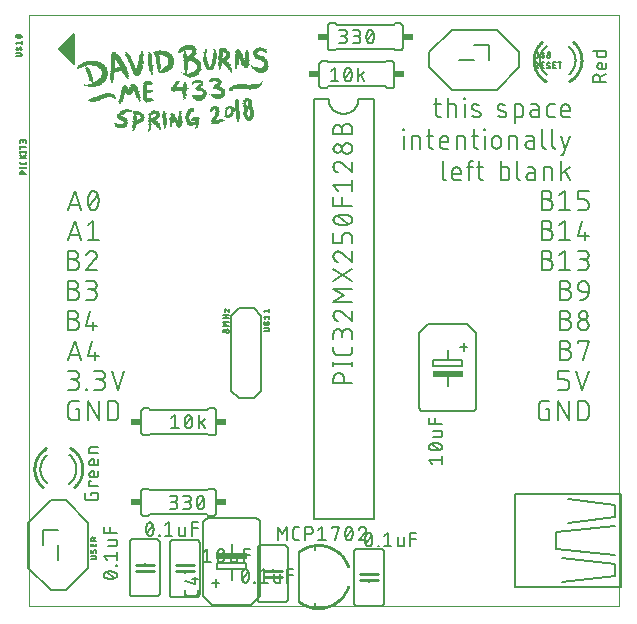
<source format=gto>
G75*
%MOIN*%
%OFA0B0*%
%FSLAX25Y25*%
%IPPOS*%
%LPD*%
%AMOC8*
5,1,8,0,0,1.08239X$1,22.5*
%
%ADD10C,0.00000*%
%ADD11C,0.00600*%
%ADD12R,0.00197X0.00197*%
%ADD13R,0.00394X0.00197*%
%ADD14R,0.00591X0.00197*%
%ADD15R,0.00787X0.00197*%
%ADD16R,0.00984X0.00197*%
%ADD17R,0.01969X0.00197*%
%ADD18R,0.01181X0.00197*%
%ADD19R,0.02756X0.00197*%
%ADD20R,0.01378X0.00197*%
%ADD21R,0.03346X0.00197*%
%ADD22R,0.03740X0.00197*%
%ADD23R,0.01575X0.00197*%
%ADD24R,0.01772X0.00197*%
%ADD25R,0.04134X0.00197*%
%ADD26R,0.02165X0.00197*%
%ADD27R,0.03937X0.00197*%
%ADD28R,0.02559X0.00197*%
%ADD29R,0.04331X0.00197*%
%ADD30R,0.02953X0.00197*%
%ADD31R,0.03150X0.00197*%
%ADD32R,0.03543X0.00197*%
%ADD33R,0.04528X0.00197*%
%ADD34R,0.02362X0.00197*%
%ADD35R,0.06102X0.00197*%
%ADD36R,0.05512X0.00197*%
%ADD37R,0.04724X0.00197*%
%ADD38R,0.04921X0.00197*%
%ADD39R,0.05118X0.00197*%
%ADD40R,0.05315X0.00197*%
%ADD41R,0.05709X0.00197*%
%ADD42R,0.09055X0.00197*%
%ADD43R,0.09449X0.00197*%
%ADD44R,0.09252X0.00197*%
%ADD45R,0.08858X0.00197*%
%ADD46R,0.08071X0.00197*%
%ADD47R,0.07480X0.00197*%
%ADD48R,0.06693X0.00197*%
%ADD49C,0.01000*%
%ADD50C,0.00500*%
%ADD51R,0.10000X0.02000*%
%ADD52R,0.03400X0.02400*%
%ADD53C,0.00700*%
%ADD54C,0.00800*%
%ADD55C,0.00070*%
D10*
X0007445Y0008099D02*
X0007445Y0204950D01*
X0204295Y0204950D01*
X0204295Y0008099D01*
X0007445Y0008099D01*
D11*
X0041201Y0012257D02*
X0041201Y0029257D01*
X0041203Y0029317D01*
X0041208Y0029378D01*
X0041217Y0029437D01*
X0041230Y0029496D01*
X0041246Y0029555D01*
X0041266Y0029612D01*
X0041289Y0029667D01*
X0041316Y0029722D01*
X0041345Y0029774D01*
X0041378Y0029825D01*
X0041414Y0029874D01*
X0041452Y0029920D01*
X0041494Y0029964D01*
X0041538Y0030006D01*
X0041584Y0030044D01*
X0041633Y0030080D01*
X0041684Y0030113D01*
X0041736Y0030142D01*
X0041791Y0030169D01*
X0041846Y0030192D01*
X0041903Y0030212D01*
X0041962Y0030228D01*
X0042021Y0030241D01*
X0042080Y0030250D01*
X0042141Y0030255D01*
X0042201Y0030257D01*
X0050201Y0030257D01*
X0050261Y0030255D01*
X0050322Y0030250D01*
X0050381Y0030241D01*
X0050440Y0030228D01*
X0050499Y0030212D01*
X0050556Y0030192D01*
X0050611Y0030169D01*
X0050666Y0030142D01*
X0050718Y0030113D01*
X0050769Y0030080D01*
X0050818Y0030044D01*
X0050864Y0030006D01*
X0050908Y0029964D01*
X0050950Y0029920D01*
X0050988Y0029874D01*
X0051024Y0029825D01*
X0051057Y0029774D01*
X0051086Y0029722D01*
X0051113Y0029667D01*
X0051136Y0029612D01*
X0051156Y0029555D01*
X0051172Y0029496D01*
X0051185Y0029437D01*
X0051194Y0029378D01*
X0051199Y0029317D01*
X0051201Y0029257D01*
X0051201Y0012257D01*
X0051199Y0012197D01*
X0051194Y0012136D01*
X0051185Y0012077D01*
X0051172Y0012018D01*
X0051156Y0011959D01*
X0051136Y0011902D01*
X0051113Y0011847D01*
X0051086Y0011792D01*
X0051057Y0011740D01*
X0051024Y0011689D01*
X0050988Y0011640D01*
X0050950Y0011594D01*
X0050908Y0011550D01*
X0050864Y0011508D01*
X0050818Y0011470D01*
X0050769Y0011434D01*
X0050718Y0011401D01*
X0050666Y0011372D01*
X0050611Y0011345D01*
X0050556Y0011322D01*
X0050499Y0011302D01*
X0050440Y0011286D01*
X0050381Y0011273D01*
X0050322Y0011264D01*
X0050261Y0011259D01*
X0050201Y0011257D01*
X0042201Y0011257D01*
X0042141Y0011259D01*
X0042080Y0011264D01*
X0042021Y0011273D01*
X0041962Y0011286D01*
X0041903Y0011302D01*
X0041846Y0011322D01*
X0041791Y0011345D01*
X0041736Y0011372D01*
X0041684Y0011401D01*
X0041633Y0011434D01*
X0041584Y0011470D01*
X0041538Y0011508D01*
X0041494Y0011550D01*
X0041452Y0011594D01*
X0041414Y0011640D01*
X0041378Y0011689D01*
X0041345Y0011740D01*
X0041316Y0011792D01*
X0041289Y0011847D01*
X0041266Y0011902D01*
X0041246Y0011959D01*
X0041230Y0012018D01*
X0041217Y0012077D01*
X0041208Y0012136D01*
X0041203Y0012197D01*
X0041201Y0012257D01*
X0046201Y0019257D02*
X0046201Y0019757D01*
X0046201Y0021757D02*
X0046201Y0022257D01*
X0054453Y0029001D02*
X0054453Y0012001D01*
X0054455Y0011941D01*
X0054460Y0011880D01*
X0054469Y0011821D01*
X0054482Y0011762D01*
X0054498Y0011703D01*
X0054518Y0011646D01*
X0054541Y0011591D01*
X0054568Y0011536D01*
X0054597Y0011484D01*
X0054630Y0011433D01*
X0054666Y0011384D01*
X0054704Y0011338D01*
X0054746Y0011294D01*
X0054790Y0011252D01*
X0054836Y0011214D01*
X0054885Y0011178D01*
X0054936Y0011145D01*
X0054988Y0011116D01*
X0055043Y0011089D01*
X0055098Y0011066D01*
X0055155Y0011046D01*
X0055214Y0011030D01*
X0055273Y0011017D01*
X0055332Y0011008D01*
X0055393Y0011003D01*
X0055453Y0011001D01*
X0063453Y0011001D01*
X0063513Y0011003D01*
X0063574Y0011008D01*
X0063633Y0011017D01*
X0063692Y0011030D01*
X0063751Y0011046D01*
X0063808Y0011066D01*
X0063863Y0011089D01*
X0063918Y0011116D01*
X0063970Y0011145D01*
X0064021Y0011178D01*
X0064070Y0011214D01*
X0064116Y0011252D01*
X0064160Y0011294D01*
X0064202Y0011338D01*
X0064240Y0011384D01*
X0064276Y0011433D01*
X0064309Y0011484D01*
X0064338Y0011536D01*
X0064365Y0011591D01*
X0064388Y0011646D01*
X0064408Y0011703D01*
X0064424Y0011762D01*
X0064437Y0011821D01*
X0064446Y0011880D01*
X0064451Y0011941D01*
X0064453Y0012001D01*
X0064453Y0029001D01*
X0064451Y0029061D01*
X0064446Y0029122D01*
X0064437Y0029181D01*
X0064424Y0029240D01*
X0064408Y0029299D01*
X0064388Y0029356D01*
X0064365Y0029411D01*
X0064338Y0029466D01*
X0064309Y0029518D01*
X0064276Y0029569D01*
X0064240Y0029618D01*
X0064202Y0029664D01*
X0064160Y0029708D01*
X0064116Y0029750D01*
X0064070Y0029788D01*
X0064021Y0029824D01*
X0063970Y0029857D01*
X0063918Y0029886D01*
X0063863Y0029913D01*
X0063808Y0029936D01*
X0063751Y0029956D01*
X0063692Y0029972D01*
X0063633Y0029985D01*
X0063574Y0029994D01*
X0063513Y0029999D01*
X0063453Y0030001D01*
X0055453Y0030001D01*
X0055393Y0029999D01*
X0055332Y0029994D01*
X0055273Y0029985D01*
X0055214Y0029972D01*
X0055155Y0029956D01*
X0055098Y0029936D01*
X0055043Y0029913D01*
X0054988Y0029886D01*
X0054936Y0029857D01*
X0054885Y0029824D01*
X0054836Y0029788D01*
X0054790Y0029750D01*
X0054746Y0029708D01*
X0054704Y0029664D01*
X0054666Y0029618D01*
X0054630Y0029569D01*
X0054597Y0029518D01*
X0054568Y0029466D01*
X0054541Y0029411D01*
X0054518Y0029356D01*
X0054498Y0029299D01*
X0054482Y0029240D01*
X0054469Y0029181D01*
X0054460Y0029122D01*
X0054455Y0029061D01*
X0054453Y0029001D01*
X0059453Y0022001D02*
X0059453Y0021501D01*
X0059453Y0019501D02*
X0059453Y0019001D01*
X0065701Y0011127D02*
X0068701Y0008127D01*
X0081701Y0008127D01*
X0084701Y0011127D01*
X0084701Y0035627D01*
X0084699Y0035703D01*
X0084693Y0035779D01*
X0084684Y0035854D01*
X0084670Y0035929D01*
X0084653Y0036003D01*
X0084632Y0036076D01*
X0084608Y0036148D01*
X0084579Y0036219D01*
X0084548Y0036288D01*
X0084513Y0036355D01*
X0084474Y0036420D01*
X0084432Y0036484D01*
X0084387Y0036545D01*
X0084339Y0036604D01*
X0084288Y0036660D01*
X0084234Y0036714D01*
X0084178Y0036765D01*
X0084119Y0036813D01*
X0084058Y0036858D01*
X0083994Y0036900D01*
X0083929Y0036939D01*
X0083862Y0036974D01*
X0083793Y0037005D01*
X0083722Y0037034D01*
X0083650Y0037058D01*
X0083577Y0037079D01*
X0083503Y0037096D01*
X0083428Y0037110D01*
X0083353Y0037119D01*
X0083277Y0037125D01*
X0083201Y0037127D01*
X0067201Y0037127D01*
X0067406Y0038009D02*
X0066906Y0038509D01*
X0047906Y0038509D01*
X0047406Y0038009D01*
X0045906Y0038009D01*
X0045846Y0038011D01*
X0045785Y0038016D01*
X0045726Y0038025D01*
X0045667Y0038038D01*
X0045608Y0038054D01*
X0045551Y0038074D01*
X0045496Y0038097D01*
X0045441Y0038124D01*
X0045389Y0038153D01*
X0045338Y0038186D01*
X0045289Y0038222D01*
X0045243Y0038260D01*
X0045199Y0038302D01*
X0045157Y0038346D01*
X0045119Y0038392D01*
X0045083Y0038441D01*
X0045050Y0038492D01*
X0045021Y0038544D01*
X0044994Y0038599D01*
X0044971Y0038654D01*
X0044951Y0038711D01*
X0044935Y0038770D01*
X0044922Y0038829D01*
X0044913Y0038888D01*
X0044908Y0038949D01*
X0044906Y0039009D01*
X0044906Y0046009D01*
X0044908Y0046069D01*
X0044913Y0046130D01*
X0044922Y0046189D01*
X0044935Y0046248D01*
X0044951Y0046307D01*
X0044971Y0046364D01*
X0044994Y0046419D01*
X0045021Y0046474D01*
X0045050Y0046526D01*
X0045083Y0046577D01*
X0045119Y0046626D01*
X0045157Y0046672D01*
X0045199Y0046716D01*
X0045243Y0046758D01*
X0045289Y0046796D01*
X0045338Y0046832D01*
X0045389Y0046865D01*
X0045441Y0046894D01*
X0045496Y0046921D01*
X0045551Y0046944D01*
X0045608Y0046964D01*
X0045667Y0046980D01*
X0045726Y0046993D01*
X0045785Y0047002D01*
X0045846Y0047007D01*
X0045906Y0047009D01*
X0047406Y0047009D01*
X0047906Y0046509D01*
X0066906Y0046509D01*
X0067406Y0047009D01*
X0068906Y0047009D01*
X0068966Y0047007D01*
X0069027Y0047002D01*
X0069086Y0046993D01*
X0069145Y0046980D01*
X0069204Y0046964D01*
X0069261Y0046944D01*
X0069316Y0046921D01*
X0069371Y0046894D01*
X0069423Y0046865D01*
X0069474Y0046832D01*
X0069523Y0046796D01*
X0069569Y0046758D01*
X0069613Y0046716D01*
X0069655Y0046672D01*
X0069693Y0046626D01*
X0069729Y0046577D01*
X0069762Y0046526D01*
X0069791Y0046474D01*
X0069818Y0046419D01*
X0069841Y0046364D01*
X0069861Y0046307D01*
X0069877Y0046248D01*
X0069890Y0046189D01*
X0069899Y0046130D01*
X0069904Y0046069D01*
X0069906Y0046009D01*
X0069906Y0039009D01*
X0069904Y0038949D01*
X0069899Y0038888D01*
X0069890Y0038829D01*
X0069877Y0038770D01*
X0069861Y0038711D01*
X0069841Y0038654D01*
X0069818Y0038599D01*
X0069791Y0038544D01*
X0069762Y0038492D01*
X0069729Y0038441D01*
X0069693Y0038392D01*
X0069655Y0038346D01*
X0069613Y0038302D01*
X0069569Y0038260D01*
X0069523Y0038222D01*
X0069474Y0038186D01*
X0069423Y0038153D01*
X0069371Y0038124D01*
X0069316Y0038097D01*
X0069261Y0038074D01*
X0069204Y0038054D01*
X0069145Y0038038D01*
X0069086Y0038025D01*
X0069027Y0038016D01*
X0068966Y0038011D01*
X0068906Y0038009D01*
X0067406Y0038009D01*
X0067201Y0037127D02*
X0067125Y0037125D01*
X0067049Y0037119D01*
X0066974Y0037110D01*
X0066899Y0037096D01*
X0066825Y0037079D01*
X0066752Y0037058D01*
X0066680Y0037034D01*
X0066609Y0037005D01*
X0066540Y0036974D01*
X0066473Y0036939D01*
X0066408Y0036900D01*
X0066344Y0036858D01*
X0066283Y0036813D01*
X0066224Y0036765D01*
X0066168Y0036714D01*
X0066114Y0036660D01*
X0066063Y0036604D01*
X0066015Y0036545D01*
X0065970Y0036484D01*
X0065928Y0036420D01*
X0065889Y0036355D01*
X0065854Y0036288D01*
X0065823Y0036219D01*
X0065794Y0036148D01*
X0065770Y0036076D01*
X0065749Y0036003D01*
X0065732Y0035929D01*
X0065718Y0035854D01*
X0065709Y0035779D01*
X0065703Y0035703D01*
X0065701Y0035627D01*
X0065701Y0011127D01*
X0069801Y0014327D02*
X0069801Y0016927D01*
X0068601Y0015627D02*
X0071101Y0015627D01*
X0075201Y0016627D02*
X0075201Y0020127D01*
X0070401Y0020127D01*
X0070401Y0022127D01*
X0080001Y0022127D01*
X0080001Y0020127D01*
X0075201Y0020127D01*
X0075201Y0025127D02*
X0075201Y0028627D01*
X0083823Y0027190D02*
X0083823Y0010190D01*
X0083825Y0010130D01*
X0083830Y0010069D01*
X0083839Y0010010D01*
X0083852Y0009951D01*
X0083868Y0009892D01*
X0083888Y0009835D01*
X0083911Y0009780D01*
X0083938Y0009725D01*
X0083967Y0009673D01*
X0084000Y0009622D01*
X0084036Y0009573D01*
X0084074Y0009527D01*
X0084116Y0009483D01*
X0084160Y0009441D01*
X0084206Y0009403D01*
X0084255Y0009367D01*
X0084306Y0009334D01*
X0084358Y0009305D01*
X0084413Y0009278D01*
X0084468Y0009255D01*
X0084525Y0009235D01*
X0084584Y0009219D01*
X0084643Y0009206D01*
X0084702Y0009197D01*
X0084763Y0009192D01*
X0084823Y0009190D01*
X0092823Y0009190D01*
X0092883Y0009192D01*
X0092944Y0009197D01*
X0093003Y0009206D01*
X0093062Y0009219D01*
X0093121Y0009235D01*
X0093178Y0009255D01*
X0093233Y0009278D01*
X0093288Y0009305D01*
X0093340Y0009334D01*
X0093391Y0009367D01*
X0093440Y0009403D01*
X0093486Y0009441D01*
X0093530Y0009483D01*
X0093572Y0009527D01*
X0093610Y0009573D01*
X0093646Y0009622D01*
X0093679Y0009673D01*
X0093708Y0009725D01*
X0093735Y0009780D01*
X0093758Y0009835D01*
X0093778Y0009892D01*
X0093794Y0009951D01*
X0093807Y0010010D01*
X0093816Y0010069D01*
X0093821Y0010130D01*
X0093823Y0010190D01*
X0093823Y0027190D01*
X0093821Y0027250D01*
X0093816Y0027311D01*
X0093807Y0027370D01*
X0093794Y0027429D01*
X0093778Y0027488D01*
X0093758Y0027545D01*
X0093735Y0027600D01*
X0093708Y0027655D01*
X0093679Y0027707D01*
X0093646Y0027758D01*
X0093610Y0027807D01*
X0093572Y0027853D01*
X0093530Y0027897D01*
X0093486Y0027939D01*
X0093440Y0027977D01*
X0093391Y0028013D01*
X0093340Y0028046D01*
X0093288Y0028075D01*
X0093233Y0028102D01*
X0093178Y0028125D01*
X0093121Y0028145D01*
X0093062Y0028161D01*
X0093003Y0028174D01*
X0092944Y0028183D01*
X0092883Y0028188D01*
X0092823Y0028190D01*
X0084823Y0028190D01*
X0084763Y0028188D01*
X0084702Y0028183D01*
X0084643Y0028174D01*
X0084584Y0028161D01*
X0084525Y0028145D01*
X0084468Y0028125D01*
X0084413Y0028102D01*
X0084358Y0028075D01*
X0084306Y0028046D01*
X0084255Y0028013D01*
X0084206Y0027977D01*
X0084160Y0027939D01*
X0084116Y0027897D01*
X0084074Y0027853D01*
X0084036Y0027807D01*
X0084000Y0027758D01*
X0083967Y0027707D01*
X0083938Y0027655D01*
X0083911Y0027600D01*
X0083888Y0027545D01*
X0083868Y0027488D01*
X0083852Y0027429D01*
X0083839Y0027370D01*
X0083830Y0027311D01*
X0083825Y0027250D01*
X0083823Y0027190D01*
X0088823Y0020190D02*
X0088823Y0019690D01*
X0088823Y0017690D02*
X0088823Y0017190D01*
X0102445Y0037036D02*
X0102445Y0176536D01*
X0102445Y0177036D02*
X0107445Y0177036D01*
X0106854Y0180607D02*
X0107354Y0181107D01*
X0126354Y0181107D01*
X0126854Y0180607D01*
X0128354Y0180607D01*
X0128414Y0180609D01*
X0128475Y0180614D01*
X0128534Y0180623D01*
X0128593Y0180636D01*
X0128652Y0180652D01*
X0128709Y0180672D01*
X0128764Y0180695D01*
X0128819Y0180722D01*
X0128871Y0180751D01*
X0128922Y0180784D01*
X0128971Y0180820D01*
X0129017Y0180858D01*
X0129061Y0180900D01*
X0129103Y0180944D01*
X0129141Y0180990D01*
X0129177Y0181039D01*
X0129210Y0181090D01*
X0129239Y0181142D01*
X0129266Y0181197D01*
X0129289Y0181252D01*
X0129309Y0181309D01*
X0129325Y0181368D01*
X0129338Y0181427D01*
X0129347Y0181486D01*
X0129352Y0181547D01*
X0129354Y0181607D01*
X0129354Y0188607D01*
X0129352Y0188667D01*
X0129347Y0188728D01*
X0129338Y0188787D01*
X0129325Y0188846D01*
X0129309Y0188905D01*
X0129289Y0188962D01*
X0129266Y0189017D01*
X0129239Y0189072D01*
X0129210Y0189124D01*
X0129177Y0189175D01*
X0129141Y0189224D01*
X0129103Y0189270D01*
X0129061Y0189314D01*
X0129017Y0189356D01*
X0128971Y0189394D01*
X0128922Y0189430D01*
X0128871Y0189463D01*
X0128819Y0189492D01*
X0128764Y0189519D01*
X0128709Y0189542D01*
X0128652Y0189562D01*
X0128593Y0189578D01*
X0128534Y0189591D01*
X0128475Y0189600D01*
X0128414Y0189605D01*
X0128354Y0189607D01*
X0126854Y0189607D01*
X0126354Y0189107D01*
X0107354Y0189107D01*
X0106854Y0189607D01*
X0105354Y0189607D01*
X0105294Y0189605D01*
X0105233Y0189600D01*
X0105174Y0189591D01*
X0105115Y0189578D01*
X0105056Y0189562D01*
X0104999Y0189542D01*
X0104944Y0189519D01*
X0104889Y0189492D01*
X0104837Y0189463D01*
X0104786Y0189430D01*
X0104737Y0189394D01*
X0104691Y0189356D01*
X0104647Y0189314D01*
X0104605Y0189270D01*
X0104567Y0189224D01*
X0104531Y0189175D01*
X0104498Y0189124D01*
X0104469Y0189072D01*
X0104442Y0189017D01*
X0104419Y0188962D01*
X0104399Y0188905D01*
X0104383Y0188846D01*
X0104370Y0188787D01*
X0104361Y0188728D01*
X0104356Y0188667D01*
X0104354Y0188607D01*
X0104354Y0181607D01*
X0104356Y0181547D01*
X0104361Y0181486D01*
X0104370Y0181427D01*
X0104383Y0181368D01*
X0104399Y0181309D01*
X0104419Y0181252D01*
X0104442Y0181197D01*
X0104469Y0181142D01*
X0104498Y0181090D01*
X0104531Y0181039D01*
X0104567Y0180990D01*
X0104605Y0180944D01*
X0104647Y0180900D01*
X0104691Y0180858D01*
X0104737Y0180820D01*
X0104786Y0180784D01*
X0104837Y0180751D01*
X0104889Y0180722D01*
X0104944Y0180695D01*
X0104999Y0180672D01*
X0105056Y0180652D01*
X0105115Y0180636D01*
X0105174Y0180623D01*
X0105233Y0180614D01*
X0105294Y0180609D01*
X0105354Y0180607D01*
X0106854Y0180607D01*
X0107445Y0177036D02*
X0107447Y0176896D01*
X0107453Y0176756D01*
X0107463Y0176616D01*
X0107476Y0176476D01*
X0107494Y0176337D01*
X0107516Y0176198D01*
X0107541Y0176061D01*
X0107570Y0175923D01*
X0107603Y0175787D01*
X0107640Y0175652D01*
X0107681Y0175518D01*
X0107726Y0175385D01*
X0107774Y0175253D01*
X0107826Y0175123D01*
X0107881Y0174994D01*
X0107940Y0174867D01*
X0108003Y0174741D01*
X0108069Y0174617D01*
X0108138Y0174496D01*
X0108211Y0174376D01*
X0108288Y0174258D01*
X0108367Y0174143D01*
X0108450Y0174029D01*
X0108536Y0173919D01*
X0108625Y0173810D01*
X0108717Y0173704D01*
X0108812Y0173601D01*
X0108909Y0173500D01*
X0109010Y0173403D01*
X0109113Y0173308D01*
X0109219Y0173216D01*
X0109328Y0173127D01*
X0109438Y0173041D01*
X0109552Y0172958D01*
X0109667Y0172879D01*
X0109785Y0172802D01*
X0109905Y0172729D01*
X0110026Y0172660D01*
X0110150Y0172594D01*
X0110276Y0172531D01*
X0110403Y0172472D01*
X0110532Y0172417D01*
X0110662Y0172365D01*
X0110794Y0172317D01*
X0110927Y0172272D01*
X0111061Y0172231D01*
X0111196Y0172194D01*
X0111332Y0172161D01*
X0111470Y0172132D01*
X0111607Y0172107D01*
X0111746Y0172085D01*
X0111885Y0172067D01*
X0112025Y0172054D01*
X0112165Y0172044D01*
X0112305Y0172038D01*
X0112445Y0172036D01*
X0112585Y0172038D01*
X0112725Y0172044D01*
X0112865Y0172054D01*
X0113005Y0172067D01*
X0113144Y0172085D01*
X0113283Y0172107D01*
X0113420Y0172132D01*
X0113558Y0172161D01*
X0113694Y0172194D01*
X0113829Y0172231D01*
X0113963Y0172272D01*
X0114096Y0172317D01*
X0114228Y0172365D01*
X0114358Y0172417D01*
X0114487Y0172472D01*
X0114614Y0172531D01*
X0114740Y0172594D01*
X0114864Y0172660D01*
X0114985Y0172729D01*
X0115105Y0172802D01*
X0115223Y0172879D01*
X0115338Y0172958D01*
X0115452Y0173041D01*
X0115562Y0173127D01*
X0115671Y0173216D01*
X0115777Y0173308D01*
X0115880Y0173403D01*
X0115981Y0173500D01*
X0116078Y0173601D01*
X0116173Y0173704D01*
X0116265Y0173810D01*
X0116354Y0173919D01*
X0116440Y0174029D01*
X0116523Y0174143D01*
X0116602Y0174258D01*
X0116679Y0174376D01*
X0116752Y0174496D01*
X0116821Y0174617D01*
X0116887Y0174741D01*
X0116950Y0174867D01*
X0117009Y0174994D01*
X0117064Y0175123D01*
X0117116Y0175253D01*
X0117164Y0175385D01*
X0117209Y0175518D01*
X0117250Y0175652D01*
X0117287Y0175787D01*
X0117320Y0175923D01*
X0117349Y0176061D01*
X0117374Y0176198D01*
X0117396Y0176337D01*
X0117414Y0176476D01*
X0117427Y0176616D01*
X0117437Y0176756D01*
X0117443Y0176896D01*
X0117445Y0177036D01*
X0122445Y0177036D01*
X0122445Y0037036D01*
X0102445Y0037036D01*
X0115909Y0026048D02*
X0115909Y0009048D01*
X0115911Y0008988D01*
X0115916Y0008927D01*
X0115925Y0008868D01*
X0115938Y0008809D01*
X0115954Y0008750D01*
X0115974Y0008693D01*
X0115997Y0008638D01*
X0116024Y0008583D01*
X0116053Y0008531D01*
X0116086Y0008480D01*
X0116122Y0008431D01*
X0116160Y0008385D01*
X0116202Y0008341D01*
X0116246Y0008299D01*
X0116292Y0008261D01*
X0116341Y0008225D01*
X0116392Y0008192D01*
X0116444Y0008163D01*
X0116499Y0008136D01*
X0116554Y0008113D01*
X0116611Y0008093D01*
X0116670Y0008077D01*
X0116729Y0008064D01*
X0116788Y0008055D01*
X0116849Y0008050D01*
X0116909Y0008048D01*
X0124909Y0008048D01*
X0124969Y0008050D01*
X0125030Y0008055D01*
X0125089Y0008064D01*
X0125148Y0008077D01*
X0125207Y0008093D01*
X0125264Y0008113D01*
X0125319Y0008136D01*
X0125374Y0008163D01*
X0125426Y0008192D01*
X0125477Y0008225D01*
X0125526Y0008261D01*
X0125572Y0008299D01*
X0125616Y0008341D01*
X0125658Y0008385D01*
X0125696Y0008431D01*
X0125732Y0008480D01*
X0125765Y0008531D01*
X0125794Y0008583D01*
X0125821Y0008638D01*
X0125844Y0008693D01*
X0125864Y0008750D01*
X0125880Y0008809D01*
X0125893Y0008868D01*
X0125902Y0008927D01*
X0125907Y0008988D01*
X0125909Y0009048D01*
X0125909Y0026048D01*
X0125907Y0026108D01*
X0125902Y0026169D01*
X0125893Y0026228D01*
X0125880Y0026287D01*
X0125864Y0026346D01*
X0125844Y0026403D01*
X0125821Y0026458D01*
X0125794Y0026513D01*
X0125765Y0026565D01*
X0125732Y0026616D01*
X0125696Y0026665D01*
X0125658Y0026711D01*
X0125616Y0026755D01*
X0125572Y0026797D01*
X0125526Y0026835D01*
X0125477Y0026871D01*
X0125426Y0026904D01*
X0125374Y0026933D01*
X0125319Y0026960D01*
X0125264Y0026983D01*
X0125207Y0027003D01*
X0125148Y0027019D01*
X0125089Y0027032D01*
X0125030Y0027041D01*
X0124969Y0027046D01*
X0124909Y0027048D01*
X0116909Y0027048D01*
X0116849Y0027046D01*
X0116788Y0027041D01*
X0116729Y0027032D01*
X0116670Y0027019D01*
X0116611Y0027003D01*
X0116554Y0026983D01*
X0116499Y0026960D01*
X0116444Y0026933D01*
X0116392Y0026904D01*
X0116341Y0026871D01*
X0116292Y0026835D01*
X0116246Y0026797D01*
X0116202Y0026755D01*
X0116160Y0026711D01*
X0116122Y0026665D01*
X0116086Y0026616D01*
X0116053Y0026565D01*
X0116024Y0026513D01*
X0115997Y0026458D01*
X0115974Y0026403D01*
X0115954Y0026346D01*
X0115938Y0026287D01*
X0115925Y0026228D01*
X0115916Y0026169D01*
X0115911Y0026108D01*
X0115909Y0026048D01*
X0120909Y0019048D02*
X0120909Y0018548D01*
X0120909Y0016548D02*
X0120909Y0016048D01*
X0070024Y0065898D02*
X0070024Y0072898D01*
X0070022Y0072958D01*
X0070017Y0073019D01*
X0070008Y0073078D01*
X0069995Y0073137D01*
X0069979Y0073196D01*
X0069959Y0073253D01*
X0069936Y0073308D01*
X0069909Y0073363D01*
X0069880Y0073415D01*
X0069847Y0073466D01*
X0069811Y0073515D01*
X0069773Y0073561D01*
X0069731Y0073605D01*
X0069687Y0073647D01*
X0069641Y0073685D01*
X0069592Y0073721D01*
X0069541Y0073754D01*
X0069489Y0073783D01*
X0069434Y0073810D01*
X0069379Y0073833D01*
X0069322Y0073853D01*
X0069263Y0073869D01*
X0069204Y0073882D01*
X0069145Y0073891D01*
X0069084Y0073896D01*
X0069024Y0073898D01*
X0067524Y0073898D01*
X0067024Y0073398D01*
X0048024Y0073398D01*
X0047524Y0073898D01*
X0046024Y0073898D01*
X0045964Y0073896D01*
X0045903Y0073891D01*
X0045844Y0073882D01*
X0045785Y0073869D01*
X0045726Y0073853D01*
X0045669Y0073833D01*
X0045614Y0073810D01*
X0045559Y0073783D01*
X0045507Y0073754D01*
X0045456Y0073721D01*
X0045407Y0073685D01*
X0045361Y0073647D01*
X0045317Y0073605D01*
X0045275Y0073561D01*
X0045237Y0073515D01*
X0045201Y0073466D01*
X0045168Y0073415D01*
X0045139Y0073363D01*
X0045112Y0073308D01*
X0045089Y0073253D01*
X0045069Y0073196D01*
X0045053Y0073137D01*
X0045040Y0073078D01*
X0045031Y0073019D01*
X0045026Y0072958D01*
X0045024Y0072898D01*
X0045024Y0065898D01*
X0045026Y0065838D01*
X0045031Y0065777D01*
X0045040Y0065718D01*
X0045053Y0065659D01*
X0045069Y0065600D01*
X0045089Y0065543D01*
X0045112Y0065488D01*
X0045139Y0065433D01*
X0045168Y0065381D01*
X0045201Y0065330D01*
X0045237Y0065281D01*
X0045275Y0065235D01*
X0045317Y0065191D01*
X0045361Y0065149D01*
X0045407Y0065111D01*
X0045456Y0065075D01*
X0045507Y0065042D01*
X0045559Y0065013D01*
X0045614Y0064986D01*
X0045669Y0064963D01*
X0045726Y0064943D01*
X0045785Y0064927D01*
X0045844Y0064914D01*
X0045903Y0064905D01*
X0045964Y0064900D01*
X0046024Y0064898D01*
X0047524Y0064898D01*
X0048024Y0065398D01*
X0067024Y0065398D01*
X0067524Y0064898D01*
X0069024Y0064898D01*
X0069084Y0064900D01*
X0069145Y0064905D01*
X0069204Y0064914D01*
X0069263Y0064927D01*
X0069322Y0064943D01*
X0069379Y0064963D01*
X0069434Y0064986D01*
X0069489Y0065013D01*
X0069541Y0065042D01*
X0069592Y0065075D01*
X0069641Y0065111D01*
X0069687Y0065149D01*
X0069731Y0065191D01*
X0069773Y0065235D01*
X0069811Y0065281D01*
X0069847Y0065330D01*
X0069880Y0065381D01*
X0069909Y0065433D01*
X0069936Y0065488D01*
X0069959Y0065543D01*
X0069979Y0065600D01*
X0069995Y0065659D01*
X0070008Y0065718D01*
X0070017Y0065777D01*
X0070022Y0065838D01*
X0070024Y0065898D01*
X0037292Y0079899D02*
X0039426Y0086299D01*
X0035159Y0086299D02*
X0037292Y0079899D01*
X0035651Y0076299D02*
X0033873Y0076299D01*
X0033873Y0069899D01*
X0035651Y0069899D01*
X0035733Y0069901D01*
X0035815Y0069907D01*
X0035897Y0069916D01*
X0035978Y0069929D01*
X0036058Y0069946D01*
X0036138Y0069967D01*
X0036216Y0069991D01*
X0036293Y0070019D01*
X0036369Y0070050D01*
X0036444Y0070085D01*
X0036516Y0070124D01*
X0036587Y0070165D01*
X0036656Y0070210D01*
X0036722Y0070258D01*
X0036787Y0070309D01*
X0036849Y0070363D01*
X0036908Y0070420D01*
X0036965Y0070479D01*
X0037019Y0070541D01*
X0037070Y0070606D01*
X0037118Y0070672D01*
X0037163Y0070741D01*
X0037204Y0070812D01*
X0037243Y0070884D01*
X0037278Y0070959D01*
X0037309Y0071035D01*
X0037337Y0071112D01*
X0037361Y0071190D01*
X0037382Y0071270D01*
X0037399Y0071350D01*
X0037412Y0071431D01*
X0037421Y0071513D01*
X0037427Y0071595D01*
X0037429Y0071677D01*
X0037429Y0074521D01*
X0037427Y0074603D01*
X0037421Y0074685D01*
X0037412Y0074767D01*
X0037399Y0074848D01*
X0037382Y0074928D01*
X0037361Y0075008D01*
X0037337Y0075086D01*
X0037309Y0075163D01*
X0037278Y0075239D01*
X0037243Y0075314D01*
X0037204Y0075386D01*
X0037163Y0075457D01*
X0037118Y0075526D01*
X0037070Y0075592D01*
X0037019Y0075657D01*
X0036965Y0075719D01*
X0036908Y0075778D01*
X0036849Y0075835D01*
X0036787Y0075889D01*
X0036722Y0075940D01*
X0036656Y0075988D01*
X0036587Y0076033D01*
X0036516Y0076074D01*
X0036444Y0076113D01*
X0036369Y0076148D01*
X0036293Y0076179D01*
X0036216Y0076207D01*
X0036138Y0076231D01*
X0036058Y0076252D01*
X0035978Y0076269D01*
X0035897Y0076282D01*
X0035815Y0076291D01*
X0035733Y0076297D01*
X0035651Y0076299D01*
X0031138Y0079899D02*
X0029361Y0079899D01*
X0027008Y0079899D02*
X0026653Y0079899D01*
X0026653Y0080255D01*
X0027008Y0080255D01*
X0027008Y0079899D01*
X0027309Y0076299D02*
X0030865Y0069899D01*
X0030865Y0076299D01*
X0027309Y0076299D02*
X0027309Y0069899D01*
X0024300Y0069899D02*
X0024300Y0073455D01*
X0023234Y0073455D01*
X0020745Y0074877D02*
X0020747Y0074951D01*
X0020753Y0075026D01*
X0020763Y0075099D01*
X0020776Y0075173D01*
X0020793Y0075245D01*
X0020815Y0075316D01*
X0020839Y0075387D01*
X0020868Y0075455D01*
X0020900Y0075523D01*
X0020936Y0075588D01*
X0020974Y0075651D01*
X0021017Y0075713D01*
X0021062Y0075772D01*
X0021110Y0075828D01*
X0021161Y0075883D01*
X0021215Y0075934D01*
X0021272Y0075982D01*
X0021331Y0076027D01*
X0021393Y0076070D01*
X0021456Y0076108D01*
X0021521Y0076144D01*
X0021589Y0076176D01*
X0021657Y0076205D01*
X0021728Y0076229D01*
X0021799Y0076251D01*
X0021871Y0076268D01*
X0021945Y0076281D01*
X0022018Y0076291D01*
X0022093Y0076297D01*
X0022167Y0076299D01*
X0024300Y0076299D01*
X0020745Y0074877D02*
X0020745Y0071321D01*
X0020747Y0071247D01*
X0020753Y0071172D01*
X0020763Y0071099D01*
X0020776Y0071025D01*
X0020793Y0070953D01*
X0020815Y0070882D01*
X0020839Y0070811D01*
X0020868Y0070743D01*
X0020900Y0070675D01*
X0020936Y0070610D01*
X0020974Y0070547D01*
X0021017Y0070485D01*
X0021062Y0070426D01*
X0021110Y0070369D01*
X0021161Y0070315D01*
X0021215Y0070264D01*
X0021272Y0070216D01*
X0021331Y0070171D01*
X0021393Y0070128D01*
X0021456Y0070090D01*
X0021521Y0070054D01*
X0021589Y0070022D01*
X0021657Y0069993D01*
X0021728Y0069969D01*
X0021799Y0069947D01*
X0021871Y0069930D01*
X0021945Y0069917D01*
X0022018Y0069907D01*
X0022093Y0069901D01*
X0022167Y0069899D01*
X0024300Y0069899D01*
X0022523Y0079899D02*
X0020745Y0079899D01*
X0022523Y0079899D02*
X0022606Y0079901D01*
X0022689Y0079907D01*
X0022772Y0079917D01*
X0022855Y0079930D01*
X0022936Y0079948D01*
X0023017Y0079969D01*
X0023096Y0079994D01*
X0023174Y0080023D01*
X0023251Y0080055D01*
X0023326Y0080091D01*
X0023400Y0080130D01*
X0023471Y0080173D01*
X0023541Y0080219D01*
X0023608Y0080269D01*
X0023673Y0080321D01*
X0023735Y0080376D01*
X0023795Y0080435D01*
X0023852Y0080496D01*
X0023906Y0080559D01*
X0023957Y0080625D01*
X0024004Y0080694D01*
X0024049Y0080764D01*
X0024090Y0080837D01*
X0024127Y0080911D01*
X0024162Y0080987D01*
X0024192Y0081065D01*
X0024219Y0081143D01*
X0024242Y0081224D01*
X0024262Y0081305D01*
X0024277Y0081387D01*
X0024289Y0081469D01*
X0024297Y0081552D01*
X0024301Y0081635D01*
X0024301Y0081719D01*
X0024297Y0081802D01*
X0024289Y0081885D01*
X0024277Y0081967D01*
X0024262Y0082049D01*
X0024242Y0082130D01*
X0024219Y0082211D01*
X0024192Y0082289D01*
X0024162Y0082367D01*
X0024127Y0082443D01*
X0024090Y0082517D01*
X0024049Y0082590D01*
X0024004Y0082660D01*
X0023957Y0082729D01*
X0023906Y0082795D01*
X0023852Y0082858D01*
X0023795Y0082919D01*
X0023735Y0082978D01*
X0023673Y0083033D01*
X0023608Y0083085D01*
X0023541Y0083135D01*
X0023471Y0083181D01*
X0023400Y0083224D01*
X0023326Y0083263D01*
X0023251Y0083299D01*
X0023174Y0083331D01*
X0023096Y0083360D01*
X0023017Y0083385D01*
X0022936Y0083406D01*
X0022855Y0083424D01*
X0022772Y0083437D01*
X0022689Y0083447D01*
X0022606Y0083453D01*
X0022523Y0083455D01*
X0022878Y0083455D02*
X0021456Y0083455D01*
X0022878Y0083455D02*
X0022952Y0083457D01*
X0023027Y0083463D01*
X0023100Y0083473D01*
X0023174Y0083486D01*
X0023246Y0083503D01*
X0023317Y0083525D01*
X0023388Y0083549D01*
X0023456Y0083578D01*
X0023524Y0083610D01*
X0023589Y0083646D01*
X0023652Y0083684D01*
X0023714Y0083727D01*
X0023773Y0083772D01*
X0023830Y0083820D01*
X0023884Y0083871D01*
X0023935Y0083925D01*
X0023983Y0083982D01*
X0024028Y0084041D01*
X0024071Y0084103D01*
X0024109Y0084166D01*
X0024145Y0084231D01*
X0024177Y0084299D01*
X0024206Y0084367D01*
X0024230Y0084438D01*
X0024252Y0084509D01*
X0024269Y0084581D01*
X0024282Y0084655D01*
X0024292Y0084728D01*
X0024298Y0084803D01*
X0024300Y0084877D01*
X0024298Y0084951D01*
X0024292Y0085026D01*
X0024282Y0085099D01*
X0024269Y0085173D01*
X0024252Y0085245D01*
X0024230Y0085316D01*
X0024206Y0085387D01*
X0024177Y0085455D01*
X0024145Y0085523D01*
X0024109Y0085588D01*
X0024071Y0085651D01*
X0024028Y0085713D01*
X0023983Y0085772D01*
X0023935Y0085829D01*
X0023884Y0085883D01*
X0023830Y0085934D01*
X0023773Y0085982D01*
X0023714Y0086027D01*
X0023652Y0086070D01*
X0023589Y0086108D01*
X0023524Y0086144D01*
X0023456Y0086176D01*
X0023388Y0086205D01*
X0023317Y0086229D01*
X0023246Y0086251D01*
X0023174Y0086268D01*
X0023100Y0086281D01*
X0023027Y0086291D01*
X0022952Y0086297D01*
X0022878Y0086299D01*
X0020745Y0086299D01*
X0020745Y0089899D02*
X0022878Y0096299D01*
X0025012Y0089899D01*
X0024478Y0091499D02*
X0021278Y0091499D01*
X0027254Y0091321D02*
X0030810Y0091321D01*
X0029743Y0089899D02*
X0029743Y0092744D01*
X0027254Y0091321D02*
X0028677Y0096299D01*
X0029100Y0099899D02*
X0029100Y0102744D01*
X0030166Y0101321D02*
X0026611Y0101321D01*
X0028033Y0106299D01*
X0028388Y0109899D02*
X0026611Y0109899D01*
X0028388Y0109899D02*
X0028471Y0109901D01*
X0028554Y0109907D01*
X0028637Y0109917D01*
X0028720Y0109930D01*
X0028801Y0109948D01*
X0028882Y0109969D01*
X0028961Y0109994D01*
X0029039Y0110023D01*
X0029116Y0110055D01*
X0029191Y0110091D01*
X0029265Y0110130D01*
X0029336Y0110173D01*
X0029406Y0110219D01*
X0029473Y0110269D01*
X0029538Y0110321D01*
X0029600Y0110376D01*
X0029660Y0110435D01*
X0029717Y0110496D01*
X0029771Y0110559D01*
X0029822Y0110625D01*
X0029869Y0110694D01*
X0029914Y0110764D01*
X0029955Y0110837D01*
X0029992Y0110911D01*
X0030027Y0110987D01*
X0030057Y0111065D01*
X0030084Y0111143D01*
X0030107Y0111224D01*
X0030127Y0111305D01*
X0030142Y0111387D01*
X0030154Y0111469D01*
X0030162Y0111552D01*
X0030166Y0111635D01*
X0030166Y0111719D01*
X0030162Y0111802D01*
X0030154Y0111885D01*
X0030142Y0111967D01*
X0030127Y0112049D01*
X0030107Y0112130D01*
X0030084Y0112211D01*
X0030057Y0112289D01*
X0030027Y0112367D01*
X0029992Y0112443D01*
X0029955Y0112517D01*
X0029914Y0112590D01*
X0029869Y0112660D01*
X0029822Y0112729D01*
X0029771Y0112795D01*
X0029717Y0112858D01*
X0029660Y0112919D01*
X0029600Y0112978D01*
X0029538Y0113033D01*
X0029473Y0113085D01*
X0029406Y0113135D01*
X0029336Y0113181D01*
X0029265Y0113224D01*
X0029191Y0113263D01*
X0029116Y0113299D01*
X0029039Y0113331D01*
X0028961Y0113360D01*
X0028882Y0113385D01*
X0028801Y0113406D01*
X0028720Y0113424D01*
X0028637Y0113437D01*
X0028554Y0113447D01*
X0028471Y0113453D01*
X0028388Y0113455D01*
X0028744Y0113455D02*
X0027322Y0113455D01*
X0028744Y0113455D02*
X0028818Y0113457D01*
X0028893Y0113463D01*
X0028966Y0113473D01*
X0029040Y0113486D01*
X0029112Y0113503D01*
X0029183Y0113525D01*
X0029254Y0113549D01*
X0029322Y0113578D01*
X0029390Y0113610D01*
X0029455Y0113646D01*
X0029518Y0113684D01*
X0029580Y0113727D01*
X0029639Y0113772D01*
X0029696Y0113820D01*
X0029750Y0113871D01*
X0029801Y0113925D01*
X0029849Y0113982D01*
X0029894Y0114041D01*
X0029937Y0114103D01*
X0029975Y0114166D01*
X0030011Y0114231D01*
X0030043Y0114299D01*
X0030072Y0114367D01*
X0030096Y0114438D01*
X0030118Y0114509D01*
X0030135Y0114581D01*
X0030148Y0114655D01*
X0030158Y0114728D01*
X0030164Y0114803D01*
X0030166Y0114877D01*
X0030164Y0114951D01*
X0030158Y0115026D01*
X0030148Y0115099D01*
X0030135Y0115173D01*
X0030118Y0115245D01*
X0030096Y0115316D01*
X0030072Y0115387D01*
X0030043Y0115455D01*
X0030011Y0115523D01*
X0029975Y0115588D01*
X0029937Y0115651D01*
X0029894Y0115713D01*
X0029849Y0115772D01*
X0029801Y0115829D01*
X0029750Y0115883D01*
X0029696Y0115934D01*
X0029639Y0115982D01*
X0029580Y0116027D01*
X0029518Y0116070D01*
X0029455Y0116108D01*
X0029390Y0116144D01*
X0029322Y0116176D01*
X0029254Y0116205D01*
X0029183Y0116229D01*
X0029112Y0116251D01*
X0029040Y0116268D01*
X0028966Y0116281D01*
X0028893Y0116291D01*
X0028818Y0116297D01*
X0028744Y0116299D01*
X0026611Y0116299D01*
X0026611Y0119899D02*
X0030166Y0119899D01*
X0026611Y0119899D02*
X0029633Y0123455D01*
X0028566Y0126300D02*
X0028477Y0126298D01*
X0028388Y0126292D01*
X0028299Y0126283D01*
X0028211Y0126269D01*
X0028124Y0126252D01*
X0028037Y0126231D01*
X0027951Y0126206D01*
X0027867Y0126178D01*
X0027784Y0126145D01*
X0027702Y0126110D01*
X0027622Y0126070D01*
X0027544Y0126028D01*
X0027467Y0125982D01*
X0027393Y0125933D01*
X0027321Y0125880D01*
X0027251Y0125825D01*
X0027184Y0125766D01*
X0027119Y0125705D01*
X0027057Y0125641D01*
X0026998Y0125574D01*
X0026942Y0125505D01*
X0026889Y0125433D01*
X0026839Y0125359D01*
X0026792Y0125283D01*
X0026749Y0125206D01*
X0026709Y0125126D01*
X0026672Y0125045D01*
X0026639Y0124962D01*
X0026610Y0124877D01*
X0029634Y0123454D02*
X0029691Y0123512D01*
X0029747Y0123573D01*
X0029799Y0123636D01*
X0029848Y0123701D01*
X0029894Y0123769D01*
X0029936Y0123839D01*
X0029976Y0123911D01*
X0030011Y0123984D01*
X0030044Y0124060D01*
X0030072Y0124136D01*
X0030097Y0124214D01*
X0030118Y0124293D01*
X0030136Y0124373D01*
X0030149Y0124454D01*
X0030159Y0124535D01*
X0030165Y0124617D01*
X0030167Y0124699D01*
X0030166Y0124699D02*
X0030164Y0124778D01*
X0030158Y0124856D01*
X0030149Y0124934D01*
X0030135Y0125011D01*
X0030118Y0125088D01*
X0030097Y0125163D01*
X0030072Y0125238D01*
X0030044Y0125311D01*
X0030012Y0125383D01*
X0029977Y0125453D01*
X0029938Y0125522D01*
X0029896Y0125588D01*
X0029851Y0125652D01*
X0029803Y0125714D01*
X0029752Y0125773D01*
X0029697Y0125830D01*
X0029640Y0125885D01*
X0029581Y0125936D01*
X0029519Y0125984D01*
X0029455Y0126029D01*
X0029389Y0126071D01*
X0029320Y0126110D01*
X0029250Y0126145D01*
X0029178Y0126177D01*
X0029105Y0126205D01*
X0029030Y0126230D01*
X0028955Y0126251D01*
X0028878Y0126268D01*
X0028801Y0126282D01*
X0028723Y0126291D01*
X0028645Y0126297D01*
X0028566Y0126299D01*
X0029032Y0129899D02*
X0029032Y0136299D01*
X0027254Y0134877D01*
X0024478Y0131499D02*
X0021278Y0131499D01*
X0020745Y0129899D02*
X0022878Y0136299D01*
X0025012Y0129899D01*
X0027254Y0129899D02*
X0030810Y0129899D01*
X0022523Y0126299D02*
X0020745Y0126299D01*
X0020745Y0119899D01*
X0022523Y0119899D01*
X0022606Y0119901D01*
X0022689Y0119907D01*
X0022772Y0119917D01*
X0022855Y0119930D01*
X0022936Y0119948D01*
X0023017Y0119969D01*
X0023096Y0119994D01*
X0023174Y0120023D01*
X0023251Y0120055D01*
X0023326Y0120091D01*
X0023400Y0120130D01*
X0023471Y0120173D01*
X0023541Y0120219D01*
X0023608Y0120269D01*
X0023673Y0120321D01*
X0023735Y0120376D01*
X0023795Y0120435D01*
X0023852Y0120496D01*
X0023906Y0120559D01*
X0023957Y0120625D01*
X0024004Y0120694D01*
X0024049Y0120764D01*
X0024090Y0120837D01*
X0024127Y0120911D01*
X0024162Y0120987D01*
X0024192Y0121065D01*
X0024219Y0121143D01*
X0024242Y0121224D01*
X0024262Y0121305D01*
X0024277Y0121387D01*
X0024289Y0121469D01*
X0024297Y0121552D01*
X0024301Y0121635D01*
X0024301Y0121719D01*
X0024297Y0121802D01*
X0024289Y0121885D01*
X0024277Y0121967D01*
X0024262Y0122049D01*
X0024242Y0122130D01*
X0024219Y0122211D01*
X0024192Y0122289D01*
X0024162Y0122367D01*
X0024127Y0122443D01*
X0024090Y0122517D01*
X0024049Y0122590D01*
X0024004Y0122660D01*
X0023957Y0122729D01*
X0023906Y0122795D01*
X0023852Y0122858D01*
X0023795Y0122919D01*
X0023735Y0122978D01*
X0023673Y0123033D01*
X0023608Y0123085D01*
X0023541Y0123135D01*
X0023471Y0123181D01*
X0023400Y0123224D01*
X0023326Y0123263D01*
X0023251Y0123299D01*
X0023174Y0123331D01*
X0023096Y0123360D01*
X0023017Y0123385D01*
X0022936Y0123406D01*
X0022855Y0123424D01*
X0022772Y0123437D01*
X0022689Y0123447D01*
X0022606Y0123453D01*
X0022523Y0123455D01*
X0020745Y0123455D01*
X0022523Y0123455D02*
X0022597Y0123457D01*
X0022672Y0123463D01*
X0022745Y0123473D01*
X0022819Y0123486D01*
X0022891Y0123503D01*
X0022962Y0123525D01*
X0023033Y0123549D01*
X0023101Y0123578D01*
X0023169Y0123610D01*
X0023234Y0123646D01*
X0023297Y0123684D01*
X0023359Y0123727D01*
X0023418Y0123772D01*
X0023475Y0123820D01*
X0023529Y0123871D01*
X0023580Y0123925D01*
X0023628Y0123982D01*
X0023673Y0124041D01*
X0023716Y0124103D01*
X0023754Y0124166D01*
X0023790Y0124231D01*
X0023822Y0124299D01*
X0023851Y0124367D01*
X0023875Y0124438D01*
X0023897Y0124509D01*
X0023914Y0124581D01*
X0023927Y0124655D01*
X0023937Y0124728D01*
X0023943Y0124803D01*
X0023945Y0124877D01*
X0023943Y0124951D01*
X0023937Y0125026D01*
X0023927Y0125099D01*
X0023914Y0125173D01*
X0023897Y0125245D01*
X0023875Y0125316D01*
X0023851Y0125387D01*
X0023822Y0125455D01*
X0023790Y0125523D01*
X0023754Y0125588D01*
X0023716Y0125651D01*
X0023673Y0125713D01*
X0023628Y0125772D01*
X0023580Y0125829D01*
X0023529Y0125883D01*
X0023475Y0125934D01*
X0023418Y0125982D01*
X0023359Y0126027D01*
X0023297Y0126070D01*
X0023234Y0126108D01*
X0023169Y0126144D01*
X0023101Y0126176D01*
X0023033Y0126205D01*
X0022962Y0126229D01*
X0022891Y0126251D01*
X0022819Y0126268D01*
X0022745Y0126281D01*
X0022672Y0126291D01*
X0022597Y0126297D01*
X0022523Y0126299D01*
X0022523Y0116299D02*
X0020745Y0116299D01*
X0020745Y0109899D01*
X0022523Y0109899D01*
X0022606Y0109901D01*
X0022689Y0109907D01*
X0022772Y0109917D01*
X0022855Y0109930D01*
X0022936Y0109948D01*
X0023017Y0109969D01*
X0023096Y0109994D01*
X0023174Y0110023D01*
X0023251Y0110055D01*
X0023326Y0110091D01*
X0023400Y0110130D01*
X0023471Y0110173D01*
X0023541Y0110219D01*
X0023608Y0110269D01*
X0023673Y0110321D01*
X0023735Y0110376D01*
X0023795Y0110435D01*
X0023852Y0110496D01*
X0023906Y0110559D01*
X0023957Y0110625D01*
X0024004Y0110694D01*
X0024049Y0110764D01*
X0024090Y0110837D01*
X0024127Y0110911D01*
X0024162Y0110987D01*
X0024192Y0111065D01*
X0024219Y0111143D01*
X0024242Y0111224D01*
X0024262Y0111305D01*
X0024277Y0111387D01*
X0024289Y0111469D01*
X0024297Y0111552D01*
X0024301Y0111635D01*
X0024301Y0111719D01*
X0024297Y0111802D01*
X0024289Y0111885D01*
X0024277Y0111967D01*
X0024262Y0112049D01*
X0024242Y0112130D01*
X0024219Y0112211D01*
X0024192Y0112289D01*
X0024162Y0112367D01*
X0024127Y0112443D01*
X0024090Y0112517D01*
X0024049Y0112590D01*
X0024004Y0112660D01*
X0023957Y0112729D01*
X0023906Y0112795D01*
X0023852Y0112858D01*
X0023795Y0112919D01*
X0023735Y0112978D01*
X0023673Y0113033D01*
X0023608Y0113085D01*
X0023541Y0113135D01*
X0023471Y0113181D01*
X0023400Y0113224D01*
X0023326Y0113263D01*
X0023251Y0113299D01*
X0023174Y0113331D01*
X0023096Y0113360D01*
X0023017Y0113385D01*
X0022936Y0113406D01*
X0022855Y0113424D01*
X0022772Y0113437D01*
X0022689Y0113447D01*
X0022606Y0113453D01*
X0022523Y0113455D01*
X0020745Y0113455D01*
X0022523Y0113455D02*
X0022597Y0113457D01*
X0022672Y0113463D01*
X0022745Y0113473D01*
X0022819Y0113486D01*
X0022891Y0113503D01*
X0022962Y0113525D01*
X0023033Y0113549D01*
X0023101Y0113578D01*
X0023169Y0113610D01*
X0023234Y0113646D01*
X0023297Y0113684D01*
X0023359Y0113727D01*
X0023418Y0113772D01*
X0023475Y0113820D01*
X0023529Y0113871D01*
X0023580Y0113925D01*
X0023628Y0113982D01*
X0023673Y0114041D01*
X0023716Y0114103D01*
X0023754Y0114166D01*
X0023790Y0114231D01*
X0023822Y0114299D01*
X0023851Y0114367D01*
X0023875Y0114438D01*
X0023897Y0114509D01*
X0023914Y0114581D01*
X0023927Y0114655D01*
X0023937Y0114728D01*
X0023943Y0114803D01*
X0023945Y0114877D01*
X0023943Y0114951D01*
X0023937Y0115026D01*
X0023927Y0115099D01*
X0023914Y0115173D01*
X0023897Y0115245D01*
X0023875Y0115316D01*
X0023851Y0115387D01*
X0023822Y0115455D01*
X0023790Y0115523D01*
X0023754Y0115588D01*
X0023716Y0115651D01*
X0023673Y0115713D01*
X0023628Y0115772D01*
X0023580Y0115829D01*
X0023529Y0115883D01*
X0023475Y0115934D01*
X0023418Y0115982D01*
X0023359Y0116027D01*
X0023297Y0116070D01*
X0023234Y0116108D01*
X0023169Y0116144D01*
X0023101Y0116176D01*
X0023033Y0116205D01*
X0022962Y0116229D01*
X0022891Y0116251D01*
X0022819Y0116268D01*
X0022745Y0116281D01*
X0022672Y0116291D01*
X0022597Y0116297D01*
X0022523Y0116299D01*
X0022523Y0106299D02*
X0020745Y0106299D01*
X0020745Y0099899D01*
X0022523Y0099899D01*
X0022606Y0099901D01*
X0022689Y0099907D01*
X0022772Y0099917D01*
X0022855Y0099930D01*
X0022936Y0099948D01*
X0023017Y0099969D01*
X0023096Y0099994D01*
X0023174Y0100023D01*
X0023251Y0100055D01*
X0023326Y0100091D01*
X0023400Y0100130D01*
X0023471Y0100173D01*
X0023541Y0100219D01*
X0023608Y0100269D01*
X0023673Y0100321D01*
X0023735Y0100376D01*
X0023795Y0100435D01*
X0023852Y0100496D01*
X0023906Y0100559D01*
X0023957Y0100625D01*
X0024004Y0100694D01*
X0024049Y0100764D01*
X0024090Y0100837D01*
X0024127Y0100911D01*
X0024162Y0100987D01*
X0024192Y0101065D01*
X0024219Y0101143D01*
X0024242Y0101224D01*
X0024262Y0101305D01*
X0024277Y0101387D01*
X0024289Y0101469D01*
X0024297Y0101552D01*
X0024301Y0101635D01*
X0024301Y0101719D01*
X0024297Y0101802D01*
X0024289Y0101885D01*
X0024277Y0101967D01*
X0024262Y0102049D01*
X0024242Y0102130D01*
X0024219Y0102211D01*
X0024192Y0102289D01*
X0024162Y0102367D01*
X0024127Y0102443D01*
X0024090Y0102517D01*
X0024049Y0102590D01*
X0024004Y0102660D01*
X0023957Y0102729D01*
X0023906Y0102795D01*
X0023852Y0102858D01*
X0023795Y0102919D01*
X0023735Y0102978D01*
X0023673Y0103033D01*
X0023608Y0103085D01*
X0023541Y0103135D01*
X0023471Y0103181D01*
X0023400Y0103224D01*
X0023326Y0103263D01*
X0023251Y0103299D01*
X0023174Y0103331D01*
X0023096Y0103360D01*
X0023017Y0103385D01*
X0022936Y0103406D01*
X0022855Y0103424D01*
X0022772Y0103437D01*
X0022689Y0103447D01*
X0022606Y0103453D01*
X0022523Y0103455D01*
X0020745Y0103455D01*
X0022523Y0103455D02*
X0022597Y0103457D01*
X0022672Y0103463D01*
X0022745Y0103473D01*
X0022819Y0103486D01*
X0022891Y0103503D01*
X0022962Y0103525D01*
X0023033Y0103549D01*
X0023101Y0103578D01*
X0023169Y0103610D01*
X0023234Y0103646D01*
X0023297Y0103684D01*
X0023359Y0103727D01*
X0023418Y0103772D01*
X0023475Y0103820D01*
X0023529Y0103871D01*
X0023580Y0103925D01*
X0023628Y0103982D01*
X0023673Y0104041D01*
X0023716Y0104103D01*
X0023754Y0104166D01*
X0023790Y0104231D01*
X0023822Y0104299D01*
X0023851Y0104367D01*
X0023875Y0104438D01*
X0023897Y0104509D01*
X0023914Y0104581D01*
X0023927Y0104655D01*
X0023937Y0104728D01*
X0023943Y0104803D01*
X0023945Y0104877D01*
X0023943Y0104951D01*
X0023937Y0105026D01*
X0023927Y0105099D01*
X0023914Y0105173D01*
X0023897Y0105245D01*
X0023875Y0105316D01*
X0023851Y0105387D01*
X0023822Y0105455D01*
X0023790Y0105523D01*
X0023754Y0105588D01*
X0023716Y0105651D01*
X0023673Y0105713D01*
X0023628Y0105772D01*
X0023580Y0105829D01*
X0023529Y0105883D01*
X0023475Y0105934D01*
X0023418Y0105982D01*
X0023359Y0106027D01*
X0023297Y0106070D01*
X0023234Y0106108D01*
X0023169Y0106144D01*
X0023101Y0106176D01*
X0023033Y0106205D01*
X0022962Y0106229D01*
X0022891Y0106251D01*
X0022819Y0106268D01*
X0022745Y0106281D01*
X0022672Y0106291D01*
X0022597Y0106297D01*
X0022523Y0106299D01*
X0029361Y0086299D02*
X0031494Y0086299D01*
X0031568Y0086297D01*
X0031643Y0086291D01*
X0031716Y0086281D01*
X0031790Y0086268D01*
X0031862Y0086251D01*
X0031933Y0086229D01*
X0032004Y0086205D01*
X0032072Y0086176D01*
X0032140Y0086144D01*
X0032205Y0086108D01*
X0032268Y0086070D01*
X0032330Y0086027D01*
X0032389Y0085982D01*
X0032446Y0085934D01*
X0032500Y0085883D01*
X0032551Y0085829D01*
X0032599Y0085772D01*
X0032644Y0085713D01*
X0032687Y0085651D01*
X0032725Y0085588D01*
X0032761Y0085523D01*
X0032793Y0085455D01*
X0032822Y0085387D01*
X0032846Y0085316D01*
X0032868Y0085245D01*
X0032885Y0085173D01*
X0032898Y0085099D01*
X0032908Y0085026D01*
X0032914Y0084951D01*
X0032916Y0084877D01*
X0032914Y0084803D01*
X0032908Y0084728D01*
X0032898Y0084655D01*
X0032885Y0084581D01*
X0032868Y0084509D01*
X0032846Y0084438D01*
X0032822Y0084367D01*
X0032793Y0084299D01*
X0032761Y0084231D01*
X0032725Y0084166D01*
X0032687Y0084103D01*
X0032644Y0084041D01*
X0032599Y0083982D01*
X0032551Y0083925D01*
X0032500Y0083871D01*
X0032446Y0083820D01*
X0032389Y0083772D01*
X0032330Y0083727D01*
X0032268Y0083684D01*
X0032205Y0083646D01*
X0032140Y0083610D01*
X0032072Y0083578D01*
X0032004Y0083549D01*
X0031933Y0083525D01*
X0031862Y0083503D01*
X0031790Y0083486D01*
X0031716Y0083473D01*
X0031643Y0083463D01*
X0031568Y0083457D01*
X0031494Y0083455D01*
X0030072Y0083455D01*
X0031138Y0083455D02*
X0031221Y0083453D01*
X0031304Y0083447D01*
X0031387Y0083437D01*
X0031470Y0083424D01*
X0031551Y0083406D01*
X0031632Y0083385D01*
X0031711Y0083360D01*
X0031789Y0083331D01*
X0031866Y0083299D01*
X0031941Y0083263D01*
X0032015Y0083224D01*
X0032086Y0083181D01*
X0032156Y0083135D01*
X0032223Y0083085D01*
X0032288Y0083033D01*
X0032350Y0082978D01*
X0032410Y0082919D01*
X0032467Y0082858D01*
X0032521Y0082795D01*
X0032572Y0082729D01*
X0032619Y0082660D01*
X0032664Y0082590D01*
X0032705Y0082517D01*
X0032742Y0082443D01*
X0032777Y0082367D01*
X0032807Y0082289D01*
X0032834Y0082211D01*
X0032857Y0082130D01*
X0032877Y0082049D01*
X0032892Y0081967D01*
X0032904Y0081885D01*
X0032912Y0081802D01*
X0032916Y0081719D01*
X0032916Y0081635D01*
X0032912Y0081552D01*
X0032904Y0081469D01*
X0032892Y0081387D01*
X0032877Y0081305D01*
X0032857Y0081224D01*
X0032834Y0081143D01*
X0032807Y0081065D01*
X0032777Y0080987D01*
X0032742Y0080911D01*
X0032705Y0080837D01*
X0032664Y0080764D01*
X0032619Y0080694D01*
X0032572Y0080625D01*
X0032521Y0080559D01*
X0032467Y0080496D01*
X0032410Y0080435D01*
X0032350Y0080376D01*
X0032288Y0080321D01*
X0032223Y0080269D01*
X0032156Y0080219D01*
X0032086Y0080173D01*
X0032015Y0080130D01*
X0031941Y0080091D01*
X0031866Y0080055D01*
X0031789Y0080023D01*
X0031711Y0079994D01*
X0031632Y0079969D01*
X0031551Y0079948D01*
X0031470Y0079930D01*
X0031387Y0079917D01*
X0031304Y0079907D01*
X0031221Y0079901D01*
X0031138Y0079899D01*
X0023405Y0053611D02*
X0023403Y0053457D01*
X0023397Y0053303D01*
X0023387Y0053149D01*
X0023373Y0052995D01*
X0023356Y0052842D01*
X0023334Y0052690D01*
X0023308Y0052538D01*
X0023279Y0052386D01*
X0023245Y0052236D01*
X0023208Y0052086D01*
X0023167Y0051938D01*
X0023122Y0051790D01*
X0023073Y0051644D01*
X0023021Y0051499D01*
X0022965Y0051356D01*
X0022905Y0051213D01*
X0022842Y0051073D01*
X0022775Y0050934D01*
X0022704Y0050797D01*
X0022630Y0050662D01*
X0022553Y0050529D01*
X0022472Y0050397D01*
X0022388Y0050268D01*
X0022300Y0050141D01*
X0022209Y0050017D01*
X0022116Y0049895D01*
X0022018Y0049775D01*
X0021918Y0049658D01*
X0021815Y0049543D01*
X0021709Y0049431D01*
X0021601Y0049322D01*
X0021489Y0049216D01*
X0021375Y0049112D01*
X0021258Y0049012D01*
X0021139Y0048914D01*
X0021017Y0048820D01*
X0020892Y0048729D01*
X0011406Y0053611D02*
X0011408Y0053763D01*
X0011414Y0053914D01*
X0011423Y0054065D01*
X0011437Y0054217D01*
X0011454Y0054367D01*
X0011475Y0054517D01*
X0011500Y0054667D01*
X0011528Y0054816D01*
X0011561Y0054964D01*
X0011597Y0055111D01*
X0011636Y0055258D01*
X0011680Y0055403D01*
X0011727Y0055547D01*
X0011778Y0055690D01*
X0011832Y0055831D01*
X0011890Y0055972D01*
X0011951Y0056110D01*
X0012016Y0056247D01*
X0012085Y0056383D01*
X0012156Y0056516D01*
X0012231Y0056648D01*
X0012310Y0056778D01*
X0012391Y0056905D01*
X0012476Y0057031D01*
X0012564Y0057155D01*
X0012655Y0057276D01*
X0012749Y0057395D01*
X0012847Y0057511D01*
X0012947Y0057625D01*
X0013049Y0057737D01*
X0013155Y0057845D01*
X0013263Y0057951D01*
X0013374Y0058055D01*
X0013488Y0058155D01*
X0013604Y0058253D01*
X0013723Y0058347D01*
X0011406Y0053611D02*
X0011408Y0053459D01*
X0011414Y0053308D01*
X0011423Y0053157D01*
X0011437Y0053005D01*
X0011454Y0052855D01*
X0011475Y0052705D01*
X0011500Y0052555D01*
X0011528Y0052406D01*
X0011561Y0052258D01*
X0011597Y0052111D01*
X0011636Y0051964D01*
X0011680Y0051819D01*
X0011727Y0051675D01*
X0011778Y0051532D01*
X0011832Y0051391D01*
X0011890Y0051250D01*
X0011951Y0051112D01*
X0012016Y0050975D01*
X0012085Y0050839D01*
X0012156Y0050706D01*
X0012231Y0050574D01*
X0012310Y0050444D01*
X0012391Y0050317D01*
X0012476Y0050191D01*
X0012564Y0050067D01*
X0012655Y0049946D01*
X0012749Y0049827D01*
X0012847Y0049711D01*
X0012947Y0049597D01*
X0013049Y0049485D01*
X0013155Y0049377D01*
X0013263Y0049271D01*
X0013374Y0049167D01*
X0013488Y0049067D01*
X0013604Y0048969D01*
X0013723Y0048875D01*
X0023405Y0053611D02*
X0023403Y0053761D01*
X0023397Y0053912D01*
X0023388Y0054062D01*
X0023375Y0054211D01*
X0023358Y0054361D01*
X0023337Y0054510D01*
X0023313Y0054658D01*
X0023285Y0054806D01*
X0023253Y0054953D01*
X0023218Y0055099D01*
X0023178Y0055244D01*
X0023136Y0055388D01*
X0023089Y0055531D01*
X0023039Y0055673D01*
X0022986Y0055814D01*
X0022929Y0055953D01*
X0022869Y0056091D01*
X0022805Y0056227D01*
X0022738Y0056361D01*
X0022667Y0056494D01*
X0022593Y0056625D01*
X0022516Y0056754D01*
X0022435Y0056881D01*
X0022352Y0057006D01*
X0022265Y0057129D01*
X0022176Y0057250D01*
X0022083Y0057368D01*
X0021987Y0057484D01*
X0021889Y0057598D01*
X0021788Y0057709D01*
X0021683Y0057818D01*
X0021577Y0057923D01*
X0021467Y0058027D01*
X0021355Y0058127D01*
X0021241Y0058225D01*
X0021124Y0058319D01*
X0021005Y0058411D01*
X0020745Y0139899D02*
X0022878Y0146299D01*
X0025012Y0139899D01*
X0024478Y0141499D02*
X0021278Y0141499D01*
X0030277Y0140788D02*
X0030337Y0140915D01*
X0030393Y0141044D01*
X0030446Y0141174D01*
X0030496Y0141306D01*
X0030542Y0141439D01*
X0030584Y0141573D01*
X0030623Y0141708D01*
X0030659Y0141845D01*
X0030690Y0141982D01*
X0030718Y0142120D01*
X0030743Y0142258D01*
X0030763Y0142397D01*
X0030780Y0142537D01*
X0030793Y0142677D01*
X0030802Y0142818D01*
X0030808Y0142958D01*
X0030810Y0143099D01*
X0027255Y0143099D02*
X0027257Y0143240D01*
X0027263Y0143380D01*
X0027272Y0143521D01*
X0027285Y0143661D01*
X0027302Y0143801D01*
X0027322Y0143940D01*
X0027347Y0144078D01*
X0027375Y0144216D01*
X0027406Y0144353D01*
X0027442Y0144490D01*
X0027481Y0144625D01*
X0027523Y0144759D01*
X0027569Y0144892D01*
X0027619Y0145024D01*
X0027672Y0145154D01*
X0027728Y0145283D01*
X0027788Y0145410D01*
X0029032Y0146300D02*
X0029103Y0146298D01*
X0029174Y0146292D01*
X0029244Y0146283D01*
X0029314Y0146269D01*
X0029383Y0146252D01*
X0029450Y0146232D01*
X0029517Y0146207D01*
X0029582Y0146179D01*
X0029646Y0146148D01*
X0029708Y0146113D01*
X0029768Y0146075D01*
X0029826Y0146034D01*
X0029881Y0145990D01*
X0029934Y0145942D01*
X0029984Y0145892D01*
X0030032Y0145840D01*
X0030077Y0145785D01*
X0030118Y0145727D01*
X0030157Y0145667D01*
X0030192Y0145606D01*
X0030224Y0145542D01*
X0030252Y0145477D01*
X0030277Y0145411D01*
X0030454Y0144877D02*
X0027610Y0141321D01*
X0029032Y0139899D02*
X0029103Y0139901D01*
X0029174Y0139907D01*
X0029244Y0139916D01*
X0029314Y0139930D01*
X0029383Y0139947D01*
X0029450Y0139967D01*
X0029517Y0139992D01*
X0029582Y0140020D01*
X0029646Y0140051D01*
X0029708Y0140086D01*
X0029768Y0140124D01*
X0029825Y0140165D01*
X0029881Y0140209D01*
X0029934Y0140257D01*
X0029984Y0140307D01*
X0030032Y0140359D01*
X0030077Y0140414D01*
X0030118Y0140472D01*
X0030157Y0140532D01*
X0030192Y0140593D01*
X0030224Y0140657D01*
X0030252Y0140722D01*
X0030277Y0140788D01*
X0029032Y0139899D02*
X0028961Y0139901D01*
X0028890Y0139907D01*
X0028820Y0139916D01*
X0028750Y0139930D01*
X0028681Y0139947D01*
X0028614Y0139967D01*
X0028547Y0139992D01*
X0028482Y0140020D01*
X0028418Y0140051D01*
X0028356Y0140086D01*
X0028296Y0140124D01*
X0028238Y0140165D01*
X0028183Y0140209D01*
X0028130Y0140257D01*
X0028080Y0140307D01*
X0028032Y0140359D01*
X0027987Y0140414D01*
X0027946Y0140472D01*
X0027907Y0140532D01*
X0027872Y0140593D01*
X0027840Y0140657D01*
X0027812Y0140722D01*
X0027787Y0140788D01*
X0030810Y0143099D02*
X0030808Y0143240D01*
X0030802Y0143380D01*
X0030793Y0143521D01*
X0030780Y0143661D01*
X0030763Y0143801D01*
X0030743Y0143940D01*
X0030718Y0144078D01*
X0030690Y0144216D01*
X0030659Y0144353D01*
X0030623Y0144490D01*
X0030584Y0144625D01*
X0030542Y0144759D01*
X0030496Y0144892D01*
X0030446Y0145024D01*
X0030393Y0145154D01*
X0030337Y0145283D01*
X0030277Y0145410D01*
X0029032Y0146300D02*
X0028961Y0146298D01*
X0028890Y0146292D01*
X0028820Y0146283D01*
X0028750Y0146269D01*
X0028681Y0146252D01*
X0028614Y0146232D01*
X0028547Y0146207D01*
X0028482Y0146179D01*
X0028418Y0146148D01*
X0028356Y0146113D01*
X0028296Y0146075D01*
X0028238Y0146034D01*
X0028183Y0145990D01*
X0028130Y0145942D01*
X0028080Y0145892D01*
X0028032Y0145840D01*
X0027987Y0145785D01*
X0027946Y0145727D01*
X0027907Y0145667D01*
X0027872Y0145606D01*
X0027840Y0145542D01*
X0027812Y0145477D01*
X0027787Y0145411D01*
X0027255Y0143099D02*
X0027257Y0142958D01*
X0027263Y0142818D01*
X0027272Y0142677D01*
X0027285Y0142537D01*
X0027302Y0142397D01*
X0027322Y0142258D01*
X0027347Y0142120D01*
X0027375Y0141982D01*
X0027406Y0141845D01*
X0027442Y0141708D01*
X0027481Y0141573D01*
X0027523Y0141439D01*
X0027569Y0141306D01*
X0027619Y0141174D01*
X0027672Y0141044D01*
X0027728Y0140915D01*
X0027788Y0140788D01*
X0107228Y0194245D02*
X0107228Y0201245D01*
X0107230Y0201305D01*
X0107235Y0201366D01*
X0107244Y0201425D01*
X0107257Y0201484D01*
X0107273Y0201543D01*
X0107293Y0201600D01*
X0107316Y0201655D01*
X0107343Y0201710D01*
X0107372Y0201762D01*
X0107405Y0201813D01*
X0107441Y0201862D01*
X0107479Y0201908D01*
X0107521Y0201952D01*
X0107565Y0201994D01*
X0107611Y0202032D01*
X0107660Y0202068D01*
X0107711Y0202101D01*
X0107763Y0202130D01*
X0107818Y0202157D01*
X0107873Y0202180D01*
X0107930Y0202200D01*
X0107989Y0202216D01*
X0108048Y0202229D01*
X0108107Y0202238D01*
X0108168Y0202243D01*
X0108228Y0202245D01*
X0109728Y0202245D01*
X0110228Y0201745D01*
X0129228Y0201745D01*
X0129728Y0202245D01*
X0131228Y0202245D01*
X0131288Y0202243D01*
X0131349Y0202238D01*
X0131408Y0202229D01*
X0131467Y0202216D01*
X0131526Y0202200D01*
X0131583Y0202180D01*
X0131638Y0202157D01*
X0131693Y0202130D01*
X0131745Y0202101D01*
X0131796Y0202068D01*
X0131845Y0202032D01*
X0131891Y0201994D01*
X0131935Y0201952D01*
X0131977Y0201908D01*
X0132015Y0201862D01*
X0132051Y0201813D01*
X0132084Y0201762D01*
X0132113Y0201710D01*
X0132140Y0201655D01*
X0132163Y0201600D01*
X0132183Y0201543D01*
X0132199Y0201484D01*
X0132212Y0201425D01*
X0132221Y0201366D01*
X0132226Y0201305D01*
X0132228Y0201245D01*
X0132228Y0194245D01*
X0132226Y0194185D01*
X0132221Y0194124D01*
X0132212Y0194065D01*
X0132199Y0194006D01*
X0132183Y0193947D01*
X0132163Y0193890D01*
X0132140Y0193835D01*
X0132113Y0193780D01*
X0132084Y0193728D01*
X0132051Y0193677D01*
X0132015Y0193628D01*
X0131977Y0193582D01*
X0131935Y0193538D01*
X0131891Y0193496D01*
X0131845Y0193458D01*
X0131796Y0193422D01*
X0131745Y0193389D01*
X0131693Y0193360D01*
X0131638Y0193333D01*
X0131583Y0193310D01*
X0131526Y0193290D01*
X0131467Y0193274D01*
X0131408Y0193261D01*
X0131349Y0193252D01*
X0131288Y0193247D01*
X0131228Y0193245D01*
X0129728Y0193245D01*
X0129228Y0193745D01*
X0110228Y0193745D01*
X0109728Y0193245D01*
X0108228Y0193245D01*
X0108168Y0193247D01*
X0108107Y0193252D01*
X0108048Y0193261D01*
X0107989Y0193274D01*
X0107930Y0193290D01*
X0107873Y0193310D01*
X0107818Y0193333D01*
X0107763Y0193360D01*
X0107711Y0193389D01*
X0107660Y0193422D01*
X0107611Y0193458D01*
X0107565Y0193496D01*
X0107521Y0193538D01*
X0107479Y0193582D01*
X0107441Y0193628D01*
X0107405Y0193677D01*
X0107372Y0193728D01*
X0107343Y0193780D01*
X0107316Y0193835D01*
X0107293Y0193890D01*
X0107273Y0193947D01*
X0107257Y0194006D01*
X0107244Y0194065D01*
X0107235Y0194124D01*
X0107230Y0194185D01*
X0107228Y0194245D01*
X0132303Y0166835D02*
X0132659Y0166835D01*
X0132659Y0166479D01*
X0132303Y0166479D01*
X0132303Y0166835D01*
X0132481Y0164701D02*
X0132481Y0160435D01*
X0135162Y0160435D02*
X0135162Y0164701D01*
X0136939Y0164701D01*
X0136939Y0164702D02*
X0137003Y0164700D01*
X0137068Y0164694D01*
X0137131Y0164685D01*
X0137194Y0164671D01*
X0137256Y0164654D01*
X0137317Y0164633D01*
X0137377Y0164608D01*
X0137435Y0164580D01*
X0137491Y0164548D01*
X0137545Y0164513D01*
X0137597Y0164475D01*
X0137647Y0164434D01*
X0137693Y0164389D01*
X0137738Y0164343D01*
X0137779Y0164293D01*
X0137817Y0164241D01*
X0137852Y0164187D01*
X0137884Y0164131D01*
X0137912Y0164073D01*
X0137937Y0164013D01*
X0137958Y0163952D01*
X0137975Y0163890D01*
X0137989Y0163827D01*
X0137998Y0163764D01*
X0138004Y0163699D01*
X0138006Y0163635D01*
X0138006Y0160435D01*
X0140901Y0161501D02*
X0140901Y0166835D01*
X0140189Y0164701D02*
X0142323Y0164701D01*
X0144598Y0163279D02*
X0144598Y0161501D01*
X0144597Y0161501D02*
X0144599Y0161437D01*
X0144605Y0161372D01*
X0144614Y0161309D01*
X0144628Y0161246D01*
X0144645Y0161184D01*
X0144666Y0161123D01*
X0144691Y0161063D01*
X0144719Y0161005D01*
X0144751Y0160949D01*
X0144786Y0160895D01*
X0144824Y0160843D01*
X0144865Y0160793D01*
X0144910Y0160747D01*
X0144956Y0160702D01*
X0145006Y0160661D01*
X0145058Y0160623D01*
X0145112Y0160588D01*
X0145168Y0160556D01*
X0145226Y0160528D01*
X0145286Y0160503D01*
X0145347Y0160482D01*
X0145409Y0160465D01*
X0145472Y0160451D01*
X0145535Y0160442D01*
X0145600Y0160436D01*
X0145664Y0160434D01*
X0145664Y0160435D02*
X0147442Y0160435D01*
X0147442Y0162568D02*
X0144598Y0162568D01*
X0144598Y0163279D02*
X0144600Y0163353D01*
X0144606Y0163428D01*
X0144616Y0163501D01*
X0144629Y0163575D01*
X0144646Y0163647D01*
X0144668Y0163718D01*
X0144692Y0163789D01*
X0144721Y0163857D01*
X0144753Y0163925D01*
X0144789Y0163990D01*
X0144827Y0164053D01*
X0144870Y0164115D01*
X0144915Y0164174D01*
X0144963Y0164231D01*
X0145014Y0164285D01*
X0145068Y0164336D01*
X0145125Y0164384D01*
X0145184Y0164429D01*
X0145246Y0164472D01*
X0145309Y0164510D01*
X0145374Y0164546D01*
X0145442Y0164578D01*
X0145510Y0164607D01*
X0145581Y0164631D01*
X0145652Y0164653D01*
X0145724Y0164670D01*
X0145798Y0164683D01*
X0145871Y0164693D01*
X0145946Y0164699D01*
X0146020Y0164701D01*
X0146094Y0164699D01*
X0146169Y0164693D01*
X0146242Y0164683D01*
X0146316Y0164670D01*
X0146388Y0164653D01*
X0146459Y0164631D01*
X0146530Y0164607D01*
X0146598Y0164578D01*
X0146666Y0164546D01*
X0146731Y0164510D01*
X0146794Y0164472D01*
X0146856Y0164429D01*
X0146915Y0164384D01*
X0146972Y0164336D01*
X0147026Y0164285D01*
X0147077Y0164231D01*
X0147125Y0164174D01*
X0147170Y0164115D01*
X0147213Y0164053D01*
X0147251Y0163990D01*
X0147287Y0163925D01*
X0147319Y0163857D01*
X0147348Y0163789D01*
X0147372Y0163718D01*
X0147394Y0163647D01*
X0147411Y0163575D01*
X0147424Y0163501D01*
X0147434Y0163428D01*
X0147440Y0163353D01*
X0147442Y0163279D01*
X0147442Y0162568D01*
X0150136Y0160435D02*
X0150136Y0164701D01*
X0151914Y0164701D01*
X0151914Y0164702D02*
X0151978Y0164700D01*
X0152043Y0164694D01*
X0152106Y0164685D01*
X0152169Y0164671D01*
X0152231Y0164654D01*
X0152292Y0164633D01*
X0152352Y0164608D01*
X0152410Y0164580D01*
X0152466Y0164548D01*
X0152520Y0164513D01*
X0152572Y0164475D01*
X0152622Y0164434D01*
X0152668Y0164389D01*
X0152713Y0164343D01*
X0152754Y0164293D01*
X0152792Y0164241D01*
X0152827Y0164187D01*
X0152859Y0164131D01*
X0152887Y0164073D01*
X0152912Y0164013D01*
X0152933Y0163952D01*
X0152950Y0163890D01*
X0152964Y0163827D01*
X0152973Y0163764D01*
X0152979Y0163699D01*
X0152981Y0163635D01*
X0152981Y0160435D01*
X0155875Y0161501D02*
X0155875Y0166835D01*
X0152789Y0170935D02*
X0152789Y0175201D01*
X0152967Y0176979D02*
X0152612Y0176979D01*
X0152612Y0177335D01*
X0152967Y0177335D01*
X0152967Y0176979D01*
X0156153Y0175201D02*
X0156094Y0175200D01*
X0156034Y0175195D01*
X0155976Y0175186D01*
X0155917Y0175174D01*
X0155860Y0175157D01*
X0155804Y0175138D01*
X0155749Y0175114D01*
X0155696Y0175087D01*
X0155645Y0175057D01*
X0155596Y0175023D01*
X0155549Y0174987D01*
X0155505Y0174947D01*
X0155463Y0174905D01*
X0155424Y0174860D01*
X0155388Y0174812D01*
X0155355Y0174763D01*
X0155326Y0174711D01*
X0155299Y0174658D01*
X0155277Y0174603D01*
X0155258Y0174546D01*
X0155242Y0174489D01*
X0155231Y0174431D01*
X0155223Y0174372D01*
X0155219Y0174312D01*
X0155218Y0174253D01*
X0155222Y0174193D01*
X0155229Y0174134D01*
X0155241Y0174076D01*
X0155256Y0174018D01*
X0155274Y0173962D01*
X0155297Y0173907D01*
X0155322Y0173853D01*
X0155352Y0173801D01*
X0155384Y0173751D01*
X0155420Y0173704D01*
X0155458Y0173658D01*
X0155500Y0173616D01*
X0155544Y0173576D01*
X0155590Y0173539D01*
X0155639Y0173505D01*
X0155690Y0173474D01*
X0155743Y0173447D01*
X0155798Y0173423D01*
X0155798Y0173424D02*
X0157576Y0172712D01*
X0157575Y0172712D02*
X0157630Y0172688D01*
X0157683Y0172661D01*
X0157734Y0172630D01*
X0157783Y0172596D01*
X0157829Y0172559D01*
X0157873Y0172519D01*
X0157915Y0172477D01*
X0157953Y0172431D01*
X0157989Y0172384D01*
X0158021Y0172334D01*
X0158051Y0172282D01*
X0158076Y0172228D01*
X0158099Y0172173D01*
X0158117Y0172117D01*
X0158132Y0172059D01*
X0158144Y0172001D01*
X0158151Y0171942D01*
X0158155Y0171882D01*
X0158154Y0171823D01*
X0158150Y0171763D01*
X0158142Y0171704D01*
X0158131Y0171646D01*
X0158115Y0171589D01*
X0158096Y0171532D01*
X0158074Y0171477D01*
X0158047Y0171424D01*
X0158018Y0171372D01*
X0157985Y0171323D01*
X0157949Y0171275D01*
X0157910Y0171230D01*
X0157868Y0171188D01*
X0157824Y0171148D01*
X0157777Y0171112D01*
X0157728Y0171078D01*
X0157677Y0171048D01*
X0157624Y0171021D01*
X0157569Y0170997D01*
X0157513Y0170978D01*
X0157456Y0170961D01*
X0157397Y0170949D01*
X0157339Y0170940D01*
X0157279Y0170935D01*
X0157220Y0170934D01*
X0157754Y0174846D02*
X0157646Y0174893D01*
X0157536Y0174936D01*
X0157425Y0174977D01*
X0157313Y0175014D01*
X0157201Y0175048D01*
X0157087Y0175079D01*
X0156972Y0175106D01*
X0156856Y0175130D01*
X0156740Y0175150D01*
X0156624Y0175167D01*
X0156507Y0175181D01*
X0156389Y0175191D01*
X0156272Y0175198D01*
X0156154Y0175202D01*
X0155264Y0171290D02*
X0155409Y0171240D01*
X0155556Y0171194D01*
X0155703Y0171151D01*
X0155852Y0171112D01*
X0156002Y0171077D01*
X0156152Y0171045D01*
X0156303Y0171018D01*
X0156455Y0170994D01*
X0156607Y0170975D01*
X0156760Y0170959D01*
X0156913Y0170947D01*
X0157066Y0170939D01*
X0157220Y0170935D01*
X0159381Y0166835D02*
X0159737Y0166835D01*
X0159737Y0166479D01*
X0159381Y0166479D01*
X0159381Y0166835D01*
X0159559Y0164701D02*
X0159559Y0160435D01*
X0157298Y0160435D02*
X0156942Y0160435D01*
X0156942Y0160434D02*
X0156878Y0160436D01*
X0156813Y0160442D01*
X0156750Y0160451D01*
X0156687Y0160465D01*
X0156625Y0160482D01*
X0156564Y0160503D01*
X0156504Y0160528D01*
X0156446Y0160556D01*
X0156390Y0160588D01*
X0156336Y0160623D01*
X0156284Y0160661D01*
X0156234Y0160702D01*
X0156188Y0160747D01*
X0156143Y0160793D01*
X0156102Y0160843D01*
X0156064Y0160895D01*
X0156029Y0160949D01*
X0155997Y0161005D01*
X0155969Y0161063D01*
X0155944Y0161123D01*
X0155923Y0161184D01*
X0155906Y0161246D01*
X0155892Y0161309D01*
X0155883Y0161372D01*
X0155877Y0161437D01*
X0155875Y0161501D01*
X0155164Y0164701D02*
X0157298Y0164701D01*
X0162034Y0163279D02*
X0162034Y0161857D01*
X0162036Y0161783D01*
X0162042Y0161708D01*
X0162052Y0161635D01*
X0162065Y0161561D01*
X0162082Y0161489D01*
X0162104Y0161418D01*
X0162128Y0161347D01*
X0162157Y0161279D01*
X0162189Y0161211D01*
X0162225Y0161146D01*
X0162263Y0161083D01*
X0162306Y0161021D01*
X0162351Y0160962D01*
X0162399Y0160905D01*
X0162450Y0160851D01*
X0162504Y0160800D01*
X0162561Y0160752D01*
X0162620Y0160707D01*
X0162682Y0160664D01*
X0162745Y0160626D01*
X0162810Y0160590D01*
X0162878Y0160558D01*
X0162946Y0160529D01*
X0163017Y0160505D01*
X0163088Y0160483D01*
X0163160Y0160466D01*
X0163234Y0160453D01*
X0163307Y0160443D01*
X0163382Y0160437D01*
X0163456Y0160435D01*
X0163530Y0160437D01*
X0163605Y0160443D01*
X0163678Y0160453D01*
X0163752Y0160466D01*
X0163824Y0160483D01*
X0163895Y0160505D01*
X0163966Y0160529D01*
X0164034Y0160558D01*
X0164102Y0160590D01*
X0164167Y0160626D01*
X0164230Y0160664D01*
X0164292Y0160707D01*
X0164351Y0160752D01*
X0164408Y0160800D01*
X0164462Y0160851D01*
X0164513Y0160905D01*
X0164561Y0160962D01*
X0164606Y0161021D01*
X0164649Y0161083D01*
X0164687Y0161146D01*
X0164723Y0161211D01*
X0164755Y0161279D01*
X0164784Y0161347D01*
X0164808Y0161418D01*
X0164830Y0161489D01*
X0164847Y0161561D01*
X0164860Y0161635D01*
X0164870Y0161708D01*
X0164876Y0161783D01*
X0164878Y0161857D01*
X0164879Y0161857D02*
X0164879Y0163279D01*
X0164878Y0163279D02*
X0164876Y0163353D01*
X0164870Y0163428D01*
X0164860Y0163501D01*
X0164847Y0163575D01*
X0164830Y0163647D01*
X0164808Y0163718D01*
X0164784Y0163789D01*
X0164755Y0163857D01*
X0164723Y0163925D01*
X0164687Y0163990D01*
X0164649Y0164053D01*
X0164606Y0164115D01*
X0164561Y0164174D01*
X0164513Y0164231D01*
X0164462Y0164285D01*
X0164408Y0164336D01*
X0164351Y0164384D01*
X0164292Y0164429D01*
X0164230Y0164472D01*
X0164167Y0164510D01*
X0164102Y0164546D01*
X0164034Y0164578D01*
X0163966Y0164607D01*
X0163895Y0164631D01*
X0163824Y0164653D01*
X0163752Y0164670D01*
X0163678Y0164683D01*
X0163605Y0164693D01*
X0163530Y0164699D01*
X0163456Y0164701D01*
X0163382Y0164699D01*
X0163307Y0164693D01*
X0163234Y0164683D01*
X0163160Y0164670D01*
X0163088Y0164653D01*
X0163017Y0164631D01*
X0162946Y0164607D01*
X0162878Y0164578D01*
X0162810Y0164546D01*
X0162745Y0164510D01*
X0162682Y0164472D01*
X0162620Y0164429D01*
X0162561Y0164384D01*
X0162504Y0164336D01*
X0162450Y0164285D01*
X0162399Y0164231D01*
X0162351Y0164174D01*
X0162306Y0164115D01*
X0162263Y0164053D01*
X0162225Y0163990D01*
X0162189Y0163925D01*
X0162157Y0163857D01*
X0162128Y0163789D01*
X0162104Y0163718D01*
X0162082Y0163647D01*
X0162065Y0163575D01*
X0162052Y0163501D01*
X0162042Y0163428D01*
X0162036Y0163353D01*
X0162034Y0163279D01*
X0167573Y0164701D02*
X0167573Y0160435D01*
X0170417Y0160435D02*
X0170417Y0163635D01*
X0170415Y0163699D01*
X0170409Y0163764D01*
X0170400Y0163827D01*
X0170386Y0163890D01*
X0170369Y0163952D01*
X0170348Y0164013D01*
X0170323Y0164073D01*
X0170295Y0164131D01*
X0170263Y0164187D01*
X0170228Y0164241D01*
X0170190Y0164293D01*
X0170149Y0164343D01*
X0170104Y0164389D01*
X0170058Y0164434D01*
X0170008Y0164475D01*
X0169956Y0164513D01*
X0169902Y0164548D01*
X0169846Y0164580D01*
X0169788Y0164608D01*
X0169728Y0164633D01*
X0169667Y0164654D01*
X0169605Y0164671D01*
X0169542Y0164685D01*
X0169479Y0164694D01*
X0169414Y0164700D01*
X0169350Y0164702D01*
X0169350Y0164701D02*
X0167573Y0164701D01*
X0169448Y0168801D02*
X0169448Y0175201D01*
X0171226Y0175201D01*
X0171226Y0175202D02*
X0171290Y0175200D01*
X0171355Y0175194D01*
X0171418Y0175185D01*
X0171481Y0175171D01*
X0171543Y0175154D01*
X0171604Y0175133D01*
X0171664Y0175108D01*
X0171722Y0175080D01*
X0171778Y0175048D01*
X0171832Y0175013D01*
X0171884Y0174975D01*
X0171934Y0174934D01*
X0171980Y0174889D01*
X0172025Y0174843D01*
X0172066Y0174793D01*
X0172104Y0174741D01*
X0172139Y0174687D01*
X0172171Y0174631D01*
X0172199Y0174573D01*
X0172224Y0174513D01*
X0172245Y0174452D01*
X0172262Y0174390D01*
X0172276Y0174327D01*
X0172285Y0174264D01*
X0172291Y0174199D01*
X0172293Y0174135D01*
X0172292Y0174135D02*
X0172292Y0172001D01*
X0172293Y0172001D02*
X0172291Y0171937D01*
X0172285Y0171872D01*
X0172276Y0171809D01*
X0172262Y0171746D01*
X0172245Y0171684D01*
X0172224Y0171623D01*
X0172199Y0171563D01*
X0172171Y0171505D01*
X0172139Y0171449D01*
X0172104Y0171395D01*
X0172066Y0171343D01*
X0172025Y0171293D01*
X0171980Y0171247D01*
X0171934Y0171202D01*
X0171884Y0171161D01*
X0171832Y0171123D01*
X0171778Y0171088D01*
X0171722Y0171056D01*
X0171664Y0171028D01*
X0171604Y0171003D01*
X0171543Y0170982D01*
X0171481Y0170965D01*
X0171418Y0170951D01*
X0171355Y0170942D01*
X0171290Y0170936D01*
X0171226Y0170934D01*
X0171226Y0170935D02*
X0169448Y0170935D01*
X0166191Y0172712D02*
X0164414Y0173424D01*
X0164414Y0173423D02*
X0164359Y0173447D01*
X0164306Y0173474D01*
X0164255Y0173505D01*
X0164206Y0173539D01*
X0164160Y0173576D01*
X0164116Y0173616D01*
X0164074Y0173658D01*
X0164036Y0173704D01*
X0164000Y0173751D01*
X0163968Y0173801D01*
X0163938Y0173853D01*
X0163913Y0173907D01*
X0163890Y0173962D01*
X0163872Y0174018D01*
X0163857Y0174076D01*
X0163845Y0174134D01*
X0163838Y0174193D01*
X0163834Y0174253D01*
X0163835Y0174312D01*
X0163839Y0174372D01*
X0163847Y0174431D01*
X0163858Y0174489D01*
X0163874Y0174546D01*
X0163893Y0174603D01*
X0163915Y0174658D01*
X0163942Y0174711D01*
X0163971Y0174763D01*
X0164004Y0174812D01*
X0164040Y0174860D01*
X0164079Y0174905D01*
X0164121Y0174947D01*
X0164165Y0174987D01*
X0164212Y0175023D01*
X0164261Y0175057D01*
X0164312Y0175087D01*
X0164365Y0175114D01*
X0164420Y0175138D01*
X0164476Y0175157D01*
X0164533Y0175174D01*
X0164592Y0175186D01*
X0164650Y0175195D01*
X0164710Y0175200D01*
X0164769Y0175201D01*
X0163880Y0171290D02*
X0164025Y0171240D01*
X0164172Y0171194D01*
X0164319Y0171151D01*
X0164468Y0171112D01*
X0164618Y0171077D01*
X0164768Y0171045D01*
X0164919Y0171018D01*
X0165071Y0170994D01*
X0165223Y0170975D01*
X0165376Y0170959D01*
X0165529Y0170947D01*
X0165682Y0170939D01*
X0165836Y0170935D01*
X0165836Y0170934D02*
X0165895Y0170935D01*
X0165955Y0170940D01*
X0166013Y0170949D01*
X0166072Y0170961D01*
X0166129Y0170978D01*
X0166185Y0170997D01*
X0166240Y0171021D01*
X0166293Y0171048D01*
X0166344Y0171078D01*
X0166393Y0171112D01*
X0166440Y0171148D01*
X0166484Y0171188D01*
X0166526Y0171230D01*
X0166565Y0171275D01*
X0166601Y0171323D01*
X0166634Y0171372D01*
X0166663Y0171424D01*
X0166690Y0171477D01*
X0166712Y0171532D01*
X0166731Y0171589D01*
X0166747Y0171646D01*
X0166758Y0171704D01*
X0166766Y0171763D01*
X0166770Y0171823D01*
X0166771Y0171882D01*
X0166767Y0171942D01*
X0166760Y0172001D01*
X0166748Y0172059D01*
X0166733Y0172117D01*
X0166715Y0172173D01*
X0166692Y0172228D01*
X0166667Y0172282D01*
X0166637Y0172334D01*
X0166605Y0172384D01*
X0166569Y0172431D01*
X0166531Y0172477D01*
X0166489Y0172519D01*
X0166445Y0172559D01*
X0166399Y0172596D01*
X0166350Y0172630D01*
X0166299Y0172661D01*
X0166246Y0172688D01*
X0166191Y0172712D01*
X0166370Y0174846D02*
X0166262Y0174893D01*
X0166152Y0174936D01*
X0166041Y0174977D01*
X0165929Y0175014D01*
X0165817Y0175048D01*
X0165703Y0175079D01*
X0165588Y0175106D01*
X0165472Y0175130D01*
X0165356Y0175150D01*
X0165240Y0175167D01*
X0165123Y0175181D01*
X0165005Y0175191D01*
X0164888Y0175198D01*
X0164770Y0175202D01*
X0175079Y0175201D02*
X0176501Y0175201D01*
X0176501Y0175202D02*
X0176565Y0175200D01*
X0176630Y0175194D01*
X0176693Y0175185D01*
X0176756Y0175171D01*
X0176818Y0175154D01*
X0176879Y0175133D01*
X0176939Y0175108D01*
X0176997Y0175080D01*
X0177053Y0175048D01*
X0177107Y0175013D01*
X0177159Y0174975D01*
X0177209Y0174934D01*
X0177255Y0174889D01*
X0177300Y0174843D01*
X0177341Y0174793D01*
X0177379Y0174741D01*
X0177414Y0174687D01*
X0177446Y0174631D01*
X0177474Y0174573D01*
X0177499Y0174513D01*
X0177520Y0174452D01*
X0177537Y0174390D01*
X0177551Y0174327D01*
X0177560Y0174264D01*
X0177566Y0174199D01*
X0177568Y0174135D01*
X0177568Y0170935D01*
X0175968Y0170935D01*
X0175898Y0170937D01*
X0175829Y0170943D01*
X0175760Y0170953D01*
X0175691Y0170966D01*
X0175624Y0170984D01*
X0175557Y0171005D01*
X0175492Y0171030D01*
X0175428Y0171058D01*
X0175366Y0171090D01*
X0175306Y0171126D01*
X0175248Y0171164D01*
X0175192Y0171206D01*
X0175139Y0171251D01*
X0175088Y0171299D01*
X0175040Y0171350D01*
X0174995Y0171403D01*
X0174953Y0171459D01*
X0174915Y0171517D01*
X0174879Y0171577D01*
X0174847Y0171639D01*
X0174819Y0171703D01*
X0174794Y0171768D01*
X0174773Y0171835D01*
X0174755Y0171902D01*
X0174742Y0171971D01*
X0174732Y0172040D01*
X0174726Y0172109D01*
X0174724Y0172179D01*
X0174726Y0172249D01*
X0174732Y0172318D01*
X0174742Y0172387D01*
X0174755Y0172456D01*
X0174773Y0172523D01*
X0174794Y0172590D01*
X0174819Y0172655D01*
X0174847Y0172719D01*
X0174879Y0172781D01*
X0174915Y0172841D01*
X0174953Y0172899D01*
X0174995Y0172955D01*
X0175040Y0173008D01*
X0175088Y0173059D01*
X0175139Y0173107D01*
X0175192Y0173152D01*
X0175248Y0173194D01*
X0175306Y0173232D01*
X0175366Y0173268D01*
X0175428Y0173300D01*
X0175492Y0173328D01*
X0175557Y0173353D01*
X0175624Y0173374D01*
X0175691Y0173392D01*
X0175760Y0173405D01*
X0175829Y0173415D01*
X0175898Y0173421D01*
X0175968Y0173423D01*
X0175968Y0173424D02*
X0177568Y0173424D01*
X0180298Y0174135D02*
X0180298Y0172001D01*
X0180300Y0171937D01*
X0180306Y0171872D01*
X0180315Y0171809D01*
X0180329Y0171746D01*
X0180346Y0171684D01*
X0180367Y0171623D01*
X0180392Y0171563D01*
X0180420Y0171505D01*
X0180452Y0171449D01*
X0180487Y0171395D01*
X0180525Y0171343D01*
X0180566Y0171293D01*
X0180611Y0171247D01*
X0180657Y0171202D01*
X0180707Y0171161D01*
X0180759Y0171123D01*
X0180813Y0171088D01*
X0180869Y0171056D01*
X0180927Y0171028D01*
X0180987Y0171003D01*
X0181048Y0170982D01*
X0181110Y0170965D01*
X0181173Y0170951D01*
X0181236Y0170942D01*
X0181301Y0170936D01*
X0181365Y0170934D01*
X0181365Y0170935D02*
X0182787Y0170935D01*
X0185009Y0172001D02*
X0185009Y0173779D01*
X0185009Y0173068D02*
X0187854Y0173068D01*
X0187854Y0173779D01*
X0187853Y0173779D02*
X0187851Y0173853D01*
X0187845Y0173928D01*
X0187835Y0174001D01*
X0187822Y0174075D01*
X0187805Y0174147D01*
X0187783Y0174218D01*
X0187759Y0174289D01*
X0187730Y0174357D01*
X0187698Y0174425D01*
X0187662Y0174490D01*
X0187624Y0174553D01*
X0187581Y0174615D01*
X0187536Y0174674D01*
X0187488Y0174731D01*
X0187437Y0174785D01*
X0187383Y0174836D01*
X0187326Y0174884D01*
X0187267Y0174929D01*
X0187205Y0174972D01*
X0187142Y0175010D01*
X0187077Y0175046D01*
X0187009Y0175078D01*
X0186941Y0175107D01*
X0186870Y0175131D01*
X0186799Y0175153D01*
X0186727Y0175170D01*
X0186653Y0175183D01*
X0186580Y0175193D01*
X0186505Y0175199D01*
X0186431Y0175201D01*
X0186357Y0175199D01*
X0186282Y0175193D01*
X0186209Y0175183D01*
X0186135Y0175170D01*
X0186063Y0175153D01*
X0185992Y0175131D01*
X0185921Y0175107D01*
X0185853Y0175078D01*
X0185785Y0175046D01*
X0185720Y0175010D01*
X0185657Y0174972D01*
X0185595Y0174929D01*
X0185536Y0174884D01*
X0185479Y0174836D01*
X0185425Y0174785D01*
X0185374Y0174731D01*
X0185326Y0174674D01*
X0185281Y0174615D01*
X0185238Y0174553D01*
X0185200Y0174490D01*
X0185164Y0174425D01*
X0185132Y0174357D01*
X0185103Y0174289D01*
X0185079Y0174218D01*
X0185057Y0174147D01*
X0185040Y0174075D01*
X0185027Y0174001D01*
X0185017Y0173928D01*
X0185011Y0173853D01*
X0185009Y0173779D01*
X0185009Y0172001D02*
X0185011Y0171937D01*
X0185017Y0171872D01*
X0185026Y0171809D01*
X0185040Y0171746D01*
X0185057Y0171684D01*
X0185078Y0171623D01*
X0185103Y0171563D01*
X0185131Y0171505D01*
X0185163Y0171449D01*
X0185198Y0171395D01*
X0185236Y0171343D01*
X0185277Y0171293D01*
X0185322Y0171247D01*
X0185368Y0171202D01*
X0185418Y0171161D01*
X0185470Y0171123D01*
X0185524Y0171088D01*
X0185580Y0171056D01*
X0185638Y0171028D01*
X0185698Y0171003D01*
X0185759Y0170982D01*
X0185821Y0170965D01*
X0185884Y0170951D01*
X0185947Y0170942D01*
X0186012Y0170936D01*
X0186076Y0170934D01*
X0186076Y0170935D02*
X0187854Y0170935D01*
X0187854Y0164701D02*
X0185720Y0158301D01*
X0185009Y0158301D01*
X0185009Y0156335D02*
X0185009Y0149935D01*
X0185009Y0152068D02*
X0187854Y0154201D01*
X0186254Y0152957D02*
X0187854Y0149935D01*
X0186213Y0146299D02*
X0186213Y0139899D01*
X0184435Y0139899D02*
X0187991Y0139899D01*
X0190589Y0139899D02*
X0192723Y0139899D01*
X0192797Y0139901D01*
X0192872Y0139907D01*
X0192945Y0139917D01*
X0193019Y0139930D01*
X0193091Y0139947D01*
X0193162Y0139969D01*
X0193233Y0139993D01*
X0193301Y0140022D01*
X0193369Y0140054D01*
X0193434Y0140090D01*
X0193497Y0140128D01*
X0193559Y0140171D01*
X0193618Y0140216D01*
X0193675Y0140264D01*
X0193729Y0140315D01*
X0193780Y0140369D01*
X0193828Y0140426D01*
X0193873Y0140485D01*
X0193916Y0140547D01*
X0193954Y0140610D01*
X0193990Y0140675D01*
X0194022Y0140743D01*
X0194051Y0140811D01*
X0194075Y0140882D01*
X0194097Y0140953D01*
X0194114Y0141025D01*
X0194127Y0141099D01*
X0194137Y0141172D01*
X0194143Y0141247D01*
X0194145Y0141321D01*
X0194145Y0142033D01*
X0194143Y0142107D01*
X0194137Y0142182D01*
X0194127Y0142255D01*
X0194114Y0142329D01*
X0194097Y0142401D01*
X0194075Y0142472D01*
X0194051Y0142543D01*
X0194022Y0142611D01*
X0193990Y0142679D01*
X0193954Y0142744D01*
X0193916Y0142807D01*
X0193873Y0142869D01*
X0193828Y0142928D01*
X0193780Y0142985D01*
X0193729Y0143039D01*
X0193675Y0143090D01*
X0193618Y0143138D01*
X0193559Y0143183D01*
X0193497Y0143226D01*
X0193434Y0143264D01*
X0193369Y0143300D01*
X0193301Y0143332D01*
X0193233Y0143361D01*
X0193162Y0143385D01*
X0193091Y0143407D01*
X0193019Y0143424D01*
X0192945Y0143437D01*
X0192872Y0143447D01*
X0192797Y0143453D01*
X0192723Y0143455D01*
X0190589Y0143455D01*
X0190589Y0146299D01*
X0194145Y0146299D01*
X0186213Y0146299D02*
X0184435Y0144877D01*
X0180347Y0143455D02*
X0180421Y0143457D01*
X0180496Y0143463D01*
X0180569Y0143473D01*
X0180643Y0143486D01*
X0180715Y0143503D01*
X0180786Y0143525D01*
X0180857Y0143549D01*
X0180925Y0143578D01*
X0180993Y0143610D01*
X0181058Y0143646D01*
X0181121Y0143684D01*
X0181183Y0143727D01*
X0181242Y0143772D01*
X0181299Y0143820D01*
X0181353Y0143871D01*
X0181404Y0143925D01*
X0181452Y0143982D01*
X0181497Y0144041D01*
X0181540Y0144103D01*
X0181578Y0144166D01*
X0181614Y0144231D01*
X0181646Y0144299D01*
X0181675Y0144367D01*
X0181699Y0144438D01*
X0181721Y0144509D01*
X0181738Y0144581D01*
X0181751Y0144655D01*
X0181761Y0144728D01*
X0181767Y0144803D01*
X0181769Y0144877D01*
X0181767Y0144951D01*
X0181761Y0145026D01*
X0181751Y0145099D01*
X0181738Y0145173D01*
X0181721Y0145245D01*
X0181699Y0145316D01*
X0181675Y0145387D01*
X0181646Y0145455D01*
X0181614Y0145523D01*
X0181578Y0145588D01*
X0181540Y0145651D01*
X0181497Y0145713D01*
X0181452Y0145772D01*
X0181404Y0145829D01*
X0181353Y0145883D01*
X0181299Y0145934D01*
X0181242Y0145982D01*
X0181183Y0146027D01*
X0181121Y0146070D01*
X0181058Y0146108D01*
X0180993Y0146144D01*
X0180925Y0146176D01*
X0180857Y0146205D01*
X0180786Y0146229D01*
X0180715Y0146251D01*
X0180643Y0146268D01*
X0180569Y0146281D01*
X0180496Y0146291D01*
X0180421Y0146297D01*
X0180347Y0146299D01*
X0178569Y0146299D01*
X0178569Y0139899D01*
X0180347Y0139899D01*
X0180430Y0139901D01*
X0180513Y0139907D01*
X0180596Y0139917D01*
X0180679Y0139930D01*
X0180760Y0139948D01*
X0180841Y0139969D01*
X0180920Y0139994D01*
X0180998Y0140023D01*
X0181075Y0140055D01*
X0181150Y0140091D01*
X0181224Y0140130D01*
X0181295Y0140173D01*
X0181365Y0140219D01*
X0181432Y0140269D01*
X0181497Y0140321D01*
X0181559Y0140376D01*
X0181619Y0140435D01*
X0181676Y0140496D01*
X0181730Y0140559D01*
X0181781Y0140625D01*
X0181828Y0140694D01*
X0181873Y0140764D01*
X0181914Y0140837D01*
X0181951Y0140911D01*
X0181986Y0140987D01*
X0182016Y0141065D01*
X0182043Y0141143D01*
X0182066Y0141224D01*
X0182086Y0141305D01*
X0182101Y0141387D01*
X0182113Y0141469D01*
X0182121Y0141552D01*
X0182125Y0141635D01*
X0182125Y0141719D01*
X0182121Y0141802D01*
X0182113Y0141885D01*
X0182101Y0141967D01*
X0182086Y0142049D01*
X0182066Y0142130D01*
X0182043Y0142211D01*
X0182016Y0142289D01*
X0181986Y0142367D01*
X0181951Y0142443D01*
X0181914Y0142517D01*
X0181873Y0142590D01*
X0181828Y0142660D01*
X0181781Y0142729D01*
X0181730Y0142795D01*
X0181676Y0142858D01*
X0181619Y0142919D01*
X0181559Y0142978D01*
X0181497Y0143033D01*
X0181432Y0143085D01*
X0181365Y0143135D01*
X0181295Y0143181D01*
X0181224Y0143224D01*
X0181150Y0143263D01*
X0181075Y0143299D01*
X0180998Y0143331D01*
X0180920Y0143360D01*
X0180841Y0143385D01*
X0180760Y0143406D01*
X0180679Y0143424D01*
X0180596Y0143437D01*
X0180513Y0143447D01*
X0180430Y0143453D01*
X0180347Y0143455D01*
X0178569Y0143455D01*
X0179199Y0149935D02*
X0179199Y0154201D01*
X0180977Y0154201D01*
X0180977Y0154202D02*
X0181041Y0154200D01*
X0181106Y0154194D01*
X0181169Y0154185D01*
X0181232Y0154171D01*
X0181294Y0154154D01*
X0181355Y0154133D01*
X0181415Y0154108D01*
X0181473Y0154080D01*
X0181529Y0154048D01*
X0181583Y0154013D01*
X0181635Y0153975D01*
X0181685Y0153934D01*
X0181731Y0153889D01*
X0181776Y0153843D01*
X0181817Y0153793D01*
X0181855Y0153741D01*
X0181890Y0153687D01*
X0181922Y0153631D01*
X0181950Y0153573D01*
X0181975Y0153513D01*
X0181996Y0153452D01*
X0182013Y0153390D01*
X0182027Y0153327D01*
X0182036Y0153264D01*
X0182042Y0153199D01*
X0182044Y0153135D01*
X0182043Y0153135D02*
X0182043Y0149935D01*
X0176271Y0149935D02*
X0176271Y0153135D01*
X0176271Y0152424D02*
X0174671Y0152424D01*
X0176271Y0153135D02*
X0176269Y0153199D01*
X0176263Y0153264D01*
X0176254Y0153327D01*
X0176240Y0153390D01*
X0176223Y0153452D01*
X0176202Y0153513D01*
X0176177Y0153573D01*
X0176149Y0153631D01*
X0176117Y0153687D01*
X0176082Y0153741D01*
X0176044Y0153793D01*
X0176003Y0153843D01*
X0175958Y0153889D01*
X0175912Y0153934D01*
X0175862Y0153975D01*
X0175810Y0154013D01*
X0175756Y0154048D01*
X0175700Y0154080D01*
X0175642Y0154108D01*
X0175582Y0154133D01*
X0175521Y0154154D01*
X0175459Y0154171D01*
X0175396Y0154185D01*
X0175333Y0154194D01*
X0175268Y0154200D01*
X0175204Y0154202D01*
X0175204Y0154201D02*
X0173782Y0154201D01*
X0174671Y0152423D02*
X0174601Y0152421D01*
X0174532Y0152415D01*
X0174463Y0152405D01*
X0174394Y0152392D01*
X0174327Y0152374D01*
X0174260Y0152353D01*
X0174195Y0152328D01*
X0174131Y0152300D01*
X0174069Y0152268D01*
X0174009Y0152232D01*
X0173951Y0152194D01*
X0173895Y0152152D01*
X0173842Y0152107D01*
X0173791Y0152059D01*
X0173743Y0152008D01*
X0173698Y0151955D01*
X0173656Y0151899D01*
X0173618Y0151841D01*
X0173582Y0151781D01*
X0173550Y0151719D01*
X0173522Y0151655D01*
X0173497Y0151590D01*
X0173476Y0151523D01*
X0173458Y0151456D01*
X0173445Y0151387D01*
X0173435Y0151318D01*
X0173429Y0151249D01*
X0173427Y0151179D01*
X0173429Y0151109D01*
X0173435Y0151040D01*
X0173445Y0150971D01*
X0173458Y0150902D01*
X0173476Y0150835D01*
X0173497Y0150768D01*
X0173522Y0150703D01*
X0173550Y0150639D01*
X0173582Y0150577D01*
X0173618Y0150517D01*
X0173656Y0150459D01*
X0173698Y0150403D01*
X0173743Y0150350D01*
X0173791Y0150299D01*
X0173842Y0150251D01*
X0173895Y0150206D01*
X0173951Y0150164D01*
X0174009Y0150126D01*
X0174069Y0150090D01*
X0174131Y0150058D01*
X0174195Y0150030D01*
X0174260Y0150005D01*
X0174327Y0149984D01*
X0174394Y0149966D01*
X0174463Y0149953D01*
X0174532Y0149943D01*
X0174601Y0149937D01*
X0174671Y0149935D01*
X0176271Y0149935D01*
X0171333Y0149934D02*
X0171269Y0149936D01*
X0171204Y0149942D01*
X0171141Y0149951D01*
X0171078Y0149965D01*
X0171016Y0149982D01*
X0170955Y0150003D01*
X0170895Y0150028D01*
X0170837Y0150056D01*
X0170781Y0150088D01*
X0170727Y0150123D01*
X0170675Y0150161D01*
X0170625Y0150202D01*
X0170579Y0150247D01*
X0170534Y0150293D01*
X0170493Y0150343D01*
X0170455Y0150395D01*
X0170420Y0150449D01*
X0170388Y0150505D01*
X0170360Y0150563D01*
X0170335Y0150623D01*
X0170314Y0150684D01*
X0170297Y0150746D01*
X0170283Y0150809D01*
X0170274Y0150872D01*
X0170268Y0150937D01*
X0170266Y0151001D01*
X0170266Y0156335D01*
X0167713Y0153135D02*
X0167713Y0151001D01*
X0167711Y0150937D01*
X0167705Y0150872D01*
X0167696Y0150809D01*
X0167682Y0150746D01*
X0167665Y0150684D01*
X0167644Y0150623D01*
X0167619Y0150563D01*
X0167591Y0150505D01*
X0167559Y0150449D01*
X0167524Y0150395D01*
X0167486Y0150343D01*
X0167445Y0150293D01*
X0167400Y0150247D01*
X0167354Y0150202D01*
X0167304Y0150161D01*
X0167252Y0150123D01*
X0167198Y0150088D01*
X0167142Y0150056D01*
X0167084Y0150028D01*
X0167024Y0150003D01*
X0166963Y0149982D01*
X0166901Y0149965D01*
X0166838Y0149951D01*
X0166775Y0149942D01*
X0166710Y0149936D01*
X0166646Y0149934D01*
X0166646Y0149935D02*
X0164868Y0149935D01*
X0164868Y0156335D01*
X0164868Y0154201D02*
X0166646Y0154201D01*
X0166646Y0154202D02*
X0166710Y0154200D01*
X0166775Y0154194D01*
X0166838Y0154185D01*
X0166901Y0154171D01*
X0166963Y0154154D01*
X0167024Y0154133D01*
X0167084Y0154108D01*
X0167142Y0154080D01*
X0167198Y0154048D01*
X0167252Y0154013D01*
X0167304Y0153975D01*
X0167354Y0153934D01*
X0167400Y0153889D01*
X0167445Y0153843D01*
X0167486Y0153793D01*
X0167524Y0153741D01*
X0167559Y0153687D01*
X0167591Y0153631D01*
X0167619Y0153573D01*
X0167644Y0153513D01*
X0167665Y0153452D01*
X0167682Y0153390D01*
X0167696Y0153327D01*
X0167705Y0153264D01*
X0167711Y0153199D01*
X0167713Y0153135D01*
X0174327Y0160435D02*
X0175927Y0160435D01*
X0175927Y0163635D01*
X0175927Y0162924D02*
X0174327Y0162924D01*
X0175927Y0163635D02*
X0175925Y0163699D01*
X0175919Y0163764D01*
X0175910Y0163827D01*
X0175896Y0163890D01*
X0175879Y0163952D01*
X0175858Y0164013D01*
X0175833Y0164073D01*
X0175805Y0164131D01*
X0175773Y0164187D01*
X0175738Y0164241D01*
X0175700Y0164293D01*
X0175659Y0164343D01*
X0175614Y0164389D01*
X0175568Y0164434D01*
X0175518Y0164475D01*
X0175466Y0164513D01*
X0175412Y0164548D01*
X0175356Y0164580D01*
X0175298Y0164608D01*
X0175238Y0164633D01*
X0175177Y0164654D01*
X0175115Y0164671D01*
X0175052Y0164685D01*
X0174989Y0164694D01*
X0174924Y0164700D01*
X0174860Y0164702D01*
X0174860Y0164701D02*
X0173438Y0164701D01*
X0174327Y0162923D02*
X0174257Y0162921D01*
X0174188Y0162915D01*
X0174119Y0162905D01*
X0174050Y0162892D01*
X0173983Y0162874D01*
X0173916Y0162853D01*
X0173851Y0162828D01*
X0173787Y0162800D01*
X0173725Y0162768D01*
X0173665Y0162732D01*
X0173607Y0162694D01*
X0173551Y0162652D01*
X0173498Y0162607D01*
X0173447Y0162559D01*
X0173399Y0162508D01*
X0173354Y0162455D01*
X0173312Y0162399D01*
X0173274Y0162341D01*
X0173238Y0162281D01*
X0173206Y0162219D01*
X0173178Y0162155D01*
X0173153Y0162090D01*
X0173132Y0162023D01*
X0173114Y0161956D01*
X0173101Y0161887D01*
X0173091Y0161818D01*
X0173085Y0161749D01*
X0173083Y0161679D01*
X0173085Y0161609D01*
X0173091Y0161540D01*
X0173101Y0161471D01*
X0173114Y0161402D01*
X0173132Y0161335D01*
X0173153Y0161268D01*
X0173178Y0161203D01*
X0173206Y0161139D01*
X0173238Y0161077D01*
X0173274Y0161017D01*
X0173312Y0160959D01*
X0173354Y0160903D01*
X0173399Y0160850D01*
X0173447Y0160799D01*
X0173498Y0160751D01*
X0173551Y0160706D01*
X0173607Y0160664D01*
X0173665Y0160626D01*
X0173725Y0160590D01*
X0173787Y0160558D01*
X0173851Y0160530D01*
X0173916Y0160505D01*
X0173983Y0160484D01*
X0174050Y0160466D01*
X0174119Y0160453D01*
X0174188Y0160443D01*
X0174257Y0160437D01*
X0174327Y0160435D01*
X0178743Y0161501D02*
X0178743Y0166835D01*
X0182025Y0166835D02*
X0182025Y0161501D01*
X0182027Y0161437D01*
X0182033Y0161372D01*
X0182042Y0161309D01*
X0182056Y0161246D01*
X0182073Y0161184D01*
X0182094Y0161123D01*
X0182119Y0161063D01*
X0182147Y0161005D01*
X0182179Y0160949D01*
X0182214Y0160895D01*
X0182252Y0160843D01*
X0182293Y0160793D01*
X0182338Y0160747D01*
X0182384Y0160702D01*
X0182434Y0160661D01*
X0182486Y0160623D01*
X0182540Y0160588D01*
X0182596Y0160556D01*
X0182654Y0160528D01*
X0182714Y0160503D01*
X0182775Y0160482D01*
X0182837Y0160465D01*
X0182900Y0160451D01*
X0182963Y0160442D01*
X0183028Y0160436D01*
X0183092Y0160434D01*
X0179810Y0160434D02*
X0179746Y0160436D01*
X0179681Y0160442D01*
X0179618Y0160451D01*
X0179555Y0160465D01*
X0179493Y0160482D01*
X0179432Y0160503D01*
X0179372Y0160528D01*
X0179314Y0160556D01*
X0179258Y0160588D01*
X0179204Y0160623D01*
X0179152Y0160661D01*
X0179102Y0160702D01*
X0179056Y0160747D01*
X0179011Y0160793D01*
X0178970Y0160843D01*
X0178932Y0160895D01*
X0178897Y0160949D01*
X0178865Y0161005D01*
X0178837Y0161063D01*
X0178812Y0161123D01*
X0178791Y0161184D01*
X0178774Y0161246D01*
X0178760Y0161309D01*
X0178751Y0161372D01*
X0178745Y0161437D01*
X0178743Y0161501D01*
X0185009Y0164701D02*
X0186431Y0160435D01*
X0180298Y0174135D02*
X0180300Y0174199D01*
X0180306Y0174264D01*
X0180315Y0174327D01*
X0180329Y0174390D01*
X0180346Y0174452D01*
X0180367Y0174513D01*
X0180392Y0174573D01*
X0180420Y0174631D01*
X0180452Y0174687D01*
X0180487Y0174741D01*
X0180525Y0174793D01*
X0180566Y0174843D01*
X0180611Y0174889D01*
X0180657Y0174934D01*
X0180707Y0174975D01*
X0180759Y0175013D01*
X0180813Y0175048D01*
X0180869Y0175080D01*
X0180927Y0175108D01*
X0180987Y0175133D01*
X0181048Y0175154D01*
X0181110Y0175171D01*
X0181173Y0175185D01*
X0181236Y0175194D01*
X0181301Y0175200D01*
X0181365Y0175202D01*
X0181365Y0175201D02*
X0182787Y0175201D01*
X0177783Y0189871D02*
X0177785Y0190025D01*
X0177791Y0190179D01*
X0177801Y0190333D01*
X0177815Y0190487D01*
X0177832Y0190640D01*
X0177854Y0190792D01*
X0177880Y0190944D01*
X0177909Y0191096D01*
X0177943Y0191246D01*
X0177980Y0191396D01*
X0178021Y0191544D01*
X0178066Y0191692D01*
X0178115Y0191838D01*
X0178167Y0191983D01*
X0178223Y0192126D01*
X0178283Y0192269D01*
X0178346Y0192409D01*
X0178413Y0192548D01*
X0178484Y0192685D01*
X0178558Y0192820D01*
X0178635Y0192953D01*
X0178716Y0193085D01*
X0178800Y0193214D01*
X0178888Y0193341D01*
X0178979Y0193465D01*
X0179072Y0193587D01*
X0179170Y0193707D01*
X0179270Y0193824D01*
X0179373Y0193939D01*
X0179479Y0194051D01*
X0179587Y0194160D01*
X0179699Y0194266D01*
X0179813Y0194370D01*
X0179930Y0194470D01*
X0180049Y0194568D01*
X0180171Y0194662D01*
X0180296Y0194753D01*
X0189783Y0189871D02*
X0189781Y0189719D01*
X0189775Y0189568D01*
X0189766Y0189417D01*
X0189752Y0189265D01*
X0189735Y0189115D01*
X0189714Y0188965D01*
X0189689Y0188815D01*
X0189661Y0188666D01*
X0189628Y0188518D01*
X0189592Y0188371D01*
X0189553Y0188224D01*
X0189509Y0188079D01*
X0189462Y0187935D01*
X0189411Y0187792D01*
X0189357Y0187651D01*
X0189299Y0187510D01*
X0189238Y0187372D01*
X0189173Y0187235D01*
X0189104Y0187099D01*
X0189033Y0186966D01*
X0188958Y0186834D01*
X0188879Y0186704D01*
X0188798Y0186577D01*
X0188713Y0186451D01*
X0188625Y0186327D01*
X0188534Y0186206D01*
X0188440Y0186087D01*
X0188342Y0185971D01*
X0188242Y0185857D01*
X0188140Y0185745D01*
X0188034Y0185637D01*
X0187926Y0185531D01*
X0187815Y0185427D01*
X0187701Y0185327D01*
X0187585Y0185229D01*
X0187466Y0185135D01*
X0189783Y0189871D02*
X0189781Y0190023D01*
X0189775Y0190174D01*
X0189766Y0190325D01*
X0189752Y0190477D01*
X0189735Y0190627D01*
X0189714Y0190777D01*
X0189689Y0190927D01*
X0189661Y0191076D01*
X0189628Y0191224D01*
X0189592Y0191371D01*
X0189553Y0191518D01*
X0189509Y0191663D01*
X0189462Y0191807D01*
X0189411Y0191950D01*
X0189357Y0192091D01*
X0189299Y0192232D01*
X0189238Y0192370D01*
X0189173Y0192507D01*
X0189104Y0192643D01*
X0189033Y0192776D01*
X0188958Y0192908D01*
X0188879Y0193038D01*
X0188798Y0193165D01*
X0188713Y0193291D01*
X0188625Y0193415D01*
X0188534Y0193536D01*
X0188440Y0193655D01*
X0188342Y0193771D01*
X0188242Y0193885D01*
X0188140Y0193997D01*
X0188034Y0194105D01*
X0187926Y0194211D01*
X0187815Y0194315D01*
X0187701Y0194415D01*
X0187585Y0194513D01*
X0187466Y0194607D01*
X0177783Y0189871D02*
X0177785Y0189721D01*
X0177791Y0189570D01*
X0177800Y0189420D01*
X0177813Y0189271D01*
X0177830Y0189121D01*
X0177851Y0188972D01*
X0177875Y0188824D01*
X0177903Y0188676D01*
X0177935Y0188529D01*
X0177970Y0188383D01*
X0178010Y0188238D01*
X0178052Y0188094D01*
X0178099Y0187951D01*
X0178149Y0187809D01*
X0178202Y0187668D01*
X0178259Y0187529D01*
X0178319Y0187391D01*
X0178383Y0187255D01*
X0178450Y0187121D01*
X0178521Y0186988D01*
X0178595Y0186857D01*
X0178672Y0186728D01*
X0178753Y0186601D01*
X0178836Y0186476D01*
X0178923Y0186353D01*
X0179012Y0186232D01*
X0179105Y0186114D01*
X0179201Y0185998D01*
X0179299Y0185884D01*
X0179400Y0185773D01*
X0179505Y0185664D01*
X0179611Y0185559D01*
X0179721Y0185455D01*
X0179833Y0185355D01*
X0179947Y0185257D01*
X0180064Y0185163D01*
X0180183Y0185071D01*
X0157655Y0156335D02*
X0157655Y0151001D01*
X0157657Y0150937D01*
X0157663Y0150872D01*
X0157672Y0150809D01*
X0157686Y0150746D01*
X0157703Y0150684D01*
X0157724Y0150623D01*
X0157749Y0150563D01*
X0157777Y0150505D01*
X0157809Y0150449D01*
X0157844Y0150395D01*
X0157882Y0150343D01*
X0157923Y0150293D01*
X0157968Y0150247D01*
X0158014Y0150202D01*
X0158064Y0150161D01*
X0158116Y0150123D01*
X0158170Y0150088D01*
X0158226Y0150056D01*
X0158284Y0150028D01*
X0158344Y0150003D01*
X0158405Y0149982D01*
X0158467Y0149965D01*
X0158530Y0149951D01*
X0158593Y0149942D01*
X0158658Y0149936D01*
X0158722Y0149934D01*
X0158722Y0149935D02*
X0159077Y0149935D01*
X0159077Y0154201D02*
X0156944Y0154201D01*
X0155739Y0154201D02*
X0153606Y0154201D01*
X0154317Y0155268D02*
X0154317Y0149935D01*
X0151478Y0149935D02*
X0149701Y0149935D01*
X0149701Y0149934D02*
X0149637Y0149936D01*
X0149572Y0149942D01*
X0149509Y0149951D01*
X0149446Y0149965D01*
X0149384Y0149982D01*
X0149323Y0150003D01*
X0149263Y0150028D01*
X0149205Y0150056D01*
X0149149Y0150088D01*
X0149095Y0150123D01*
X0149043Y0150161D01*
X0148993Y0150202D01*
X0148947Y0150247D01*
X0148902Y0150293D01*
X0148861Y0150343D01*
X0148823Y0150395D01*
X0148788Y0150449D01*
X0148756Y0150505D01*
X0148728Y0150563D01*
X0148703Y0150623D01*
X0148682Y0150684D01*
X0148665Y0150746D01*
X0148651Y0150809D01*
X0148642Y0150872D01*
X0148636Y0150937D01*
X0148634Y0151001D01*
X0148634Y0152779D01*
X0148634Y0152068D02*
X0151478Y0152068D01*
X0151478Y0152779D01*
X0151476Y0152853D01*
X0151470Y0152928D01*
X0151460Y0153001D01*
X0151447Y0153075D01*
X0151430Y0153147D01*
X0151408Y0153218D01*
X0151384Y0153289D01*
X0151355Y0153357D01*
X0151323Y0153425D01*
X0151287Y0153490D01*
X0151249Y0153553D01*
X0151206Y0153615D01*
X0151161Y0153674D01*
X0151113Y0153731D01*
X0151062Y0153785D01*
X0151008Y0153836D01*
X0150951Y0153884D01*
X0150892Y0153929D01*
X0150830Y0153972D01*
X0150767Y0154010D01*
X0150702Y0154046D01*
X0150634Y0154078D01*
X0150566Y0154107D01*
X0150495Y0154131D01*
X0150424Y0154153D01*
X0150352Y0154170D01*
X0150278Y0154183D01*
X0150205Y0154193D01*
X0150130Y0154199D01*
X0150056Y0154201D01*
X0149982Y0154199D01*
X0149907Y0154193D01*
X0149834Y0154183D01*
X0149760Y0154170D01*
X0149688Y0154153D01*
X0149617Y0154131D01*
X0149546Y0154107D01*
X0149478Y0154078D01*
X0149410Y0154046D01*
X0149345Y0154010D01*
X0149282Y0153972D01*
X0149220Y0153929D01*
X0149161Y0153884D01*
X0149104Y0153836D01*
X0149050Y0153785D01*
X0148999Y0153731D01*
X0148951Y0153674D01*
X0148906Y0153615D01*
X0148863Y0153553D01*
X0148825Y0153490D01*
X0148789Y0153425D01*
X0148757Y0153357D01*
X0148728Y0153289D01*
X0148704Y0153218D01*
X0148682Y0153147D01*
X0148665Y0153075D01*
X0148652Y0153001D01*
X0148642Y0152928D01*
X0148636Y0152853D01*
X0148634Y0152779D01*
X0146512Y0149934D02*
X0146448Y0149936D01*
X0146383Y0149942D01*
X0146320Y0149951D01*
X0146257Y0149965D01*
X0146195Y0149982D01*
X0146134Y0150003D01*
X0146074Y0150028D01*
X0146016Y0150056D01*
X0145960Y0150088D01*
X0145906Y0150123D01*
X0145854Y0150161D01*
X0145804Y0150202D01*
X0145758Y0150247D01*
X0145713Y0150293D01*
X0145672Y0150343D01*
X0145634Y0150395D01*
X0145599Y0150449D01*
X0145567Y0150505D01*
X0145539Y0150563D01*
X0145514Y0150623D01*
X0145493Y0150684D01*
X0145476Y0150746D01*
X0145462Y0150809D01*
X0145453Y0150872D01*
X0145447Y0150937D01*
X0145445Y0151001D01*
X0145445Y0156335D01*
X0142323Y0160435D02*
X0141967Y0160435D01*
X0141967Y0160434D02*
X0141903Y0160436D01*
X0141838Y0160442D01*
X0141775Y0160451D01*
X0141712Y0160465D01*
X0141650Y0160482D01*
X0141589Y0160503D01*
X0141529Y0160528D01*
X0141471Y0160556D01*
X0141415Y0160588D01*
X0141361Y0160623D01*
X0141309Y0160661D01*
X0141259Y0160702D01*
X0141213Y0160747D01*
X0141168Y0160793D01*
X0141127Y0160843D01*
X0141089Y0160895D01*
X0141054Y0160949D01*
X0141022Y0161005D01*
X0140994Y0161063D01*
X0140969Y0161123D01*
X0140948Y0161184D01*
X0140931Y0161246D01*
X0140917Y0161309D01*
X0140908Y0161372D01*
X0140902Y0161437D01*
X0140900Y0161501D01*
X0144429Y0170935D02*
X0144784Y0170935D01*
X0144429Y0170934D02*
X0144365Y0170936D01*
X0144300Y0170942D01*
X0144237Y0170951D01*
X0144174Y0170965D01*
X0144112Y0170982D01*
X0144051Y0171003D01*
X0143991Y0171028D01*
X0143933Y0171056D01*
X0143877Y0171088D01*
X0143823Y0171123D01*
X0143771Y0171161D01*
X0143721Y0171202D01*
X0143675Y0171247D01*
X0143630Y0171293D01*
X0143589Y0171343D01*
X0143551Y0171395D01*
X0143516Y0171449D01*
X0143484Y0171505D01*
X0143456Y0171563D01*
X0143431Y0171623D01*
X0143410Y0171684D01*
X0143393Y0171746D01*
X0143379Y0171809D01*
X0143370Y0171872D01*
X0143364Y0171937D01*
X0143362Y0172001D01*
X0143362Y0177335D01*
X0142651Y0175201D02*
X0144784Y0175201D01*
X0147264Y0175201D02*
X0149042Y0175201D01*
X0149042Y0175202D02*
X0149106Y0175200D01*
X0149171Y0175194D01*
X0149234Y0175185D01*
X0149297Y0175171D01*
X0149359Y0175154D01*
X0149420Y0175133D01*
X0149480Y0175108D01*
X0149538Y0175080D01*
X0149594Y0175048D01*
X0149648Y0175013D01*
X0149700Y0174975D01*
X0149750Y0174934D01*
X0149796Y0174889D01*
X0149841Y0174843D01*
X0149882Y0174793D01*
X0149920Y0174741D01*
X0149955Y0174687D01*
X0149987Y0174631D01*
X0150015Y0174573D01*
X0150040Y0174513D01*
X0150061Y0174452D01*
X0150078Y0174390D01*
X0150092Y0174327D01*
X0150101Y0174264D01*
X0150107Y0174199D01*
X0150109Y0174135D01*
X0150109Y0170935D01*
X0147264Y0170935D02*
X0147264Y0177335D01*
X0155384Y0156335D02*
X0155739Y0156335D01*
X0155384Y0156335D02*
X0155320Y0156333D01*
X0155255Y0156327D01*
X0155192Y0156318D01*
X0155129Y0156304D01*
X0155067Y0156287D01*
X0155006Y0156266D01*
X0154946Y0156241D01*
X0154888Y0156213D01*
X0154832Y0156181D01*
X0154778Y0156146D01*
X0154726Y0156108D01*
X0154676Y0156067D01*
X0154630Y0156022D01*
X0154585Y0155976D01*
X0154544Y0155926D01*
X0154506Y0155874D01*
X0154471Y0155820D01*
X0154439Y0155764D01*
X0154411Y0155706D01*
X0154386Y0155646D01*
X0154365Y0155585D01*
X0154348Y0155523D01*
X0154334Y0155460D01*
X0154325Y0155397D01*
X0154319Y0155332D01*
X0154317Y0155268D01*
X0178569Y0136299D02*
X0178569Y0129899D01*
X0180347Y0129899D01*
X0180430Y0129901D01*
X0180513Y0129907D01*
X0180596Y0129917D01*
X0180679Y0129930D01*
X0180760Y0129948D01*
X0180841Y0129969D01*
X0180920Y0129994D01*
X0180998Y0130023D01*
X0181075Y0130055D01*
X0181150Y0130091D01*
X0181224Y0130130D01*
X0181295Y0130173D01*
X0181365Y0130219D01*
X0181432Y0130269D01*
X0181497Y0130321D01*
X0181559Y0130376D01*
X0181619Y0130435D01*
X0181676Y0130496D01*
X0181730Y0130559D01*
X0181781Y0130625D01*
X0181828Y0130694D01*
X0181873Y0130764D01*
X0181914Y0130837D01*
X0181951Y0130911D01*
X0181986Y0130987D01*
X0182016Y0131065D01*
X0182043Y0131143D01*
X0182066Y0131224D01*
X0182086Y0131305D01*
X0182101Y0131387D01*
X0182113Y0131469D01*
X0182121Y0131552D01*
X0182125Y0131635D01*
X0182125Y0131719D01*
X0182121Y0131802D01*
X0182113Y0131885D01*
X0182101Y0131967D01*
X0182086Y0132049D01*
X0182066Y0132130D01*
X0182043Y0132211D01*
X0182016Y0132289D01*
X0181986Y0132367D01*
X0181951Y0132443D01*
X0181914Y0132517D01*
X0181873Y0132590D01*
X0181828Y0132660D01*
X0181781Y0132729D01*
X0181730Y0132795D01*
X0181676Y0132858D01*
X0181619Y0132919D01*
X0181559Y0132978D01*
X0181497Y0133033D01*
X0181432Y0133085D01*
X0181365Y0133135D01*
X0181295Y0133181D01*
X0181224Y0133224D01*
X0181150Y0133263D01*
X0181075Y0133299D01*
X0180998Y0133331D01*
X0180920Y0133360D01*
X0180841Y0133385D01*
X0180760Y0133406D01*
X0180679Y0133424D01*
X0180596Y0133437D01*
X0180513Y0133447D01*
X0180430Y0133453D01*
X0180347Y0133455D01*
X0178569Y0133455D01*
X0180347Y0133455D02*
X0180421Y0133457D01*
X0180496Y0133463D01*
X0180569Y0133473D01*
X0180643Y0133486D01*
X0180715Y0133503D01*
X0180786Y0133525D01*
X0180857Y0133549D01*
X0180925Y0133578D01*
X0180993Y0133610D01*
X0181058Y0133646D01*
X0181121Y0133684D01*
X0181183Y0133727D01*
X0181242Y0133772D01*
X0181299Y0133820D01*
X0181353Y0133871D01*
X0181404Y0133925D01*
X0181452Y0133982D01*
X0181497Y0134041D01*
X0181540Y0134103D01*
X0181578Y0134166D01*
X0181614Y0134231D01*
X0181646Y0134299D01*
X0181675Y0134367D01*
X0181699Y0134438D01*
X0181721Y0134509D01*
X0181738Y0134581D01*
X0181751Y0134655D01*
X0181761Y0134728D01*
X0181767Y0134803D01*
X0181769Y0134877D01*
X0181767Y0134951D01*
X0181761Y0135026D01*
X0181751Y0135099D01*
X0181738Y0135173D01*
X0181721Y0135245D01*
X0181699Y0135316D01*
X0181675Y0135387D01*
X0181646Y0135455D01*
X0181614Y0135523D01*
X0181578Y0135588D01*
X0181540Y0135651D01*
X0181497Y0135713D01*
X0181452Y0135772D01*
X0181404Y0135829D01*
X0181353Y0135883D01*
X0181299Y0135934D01*
X0181242Y0135982D01*
X0181183Y0136027D01*
X0181121Y0136070D01*
X0181058Y0136108D01*
X0180993Y0136144D01*
X0180925Y0136176D01*
X0180857Y0136205D01*
X0180786Y0136229D01*
X0180715Y0136251D01*
X0180643Y0136268D01*
X0180569Y0136281D01*
X0180496Y0136291D01*
X0180421Y0136297D01*
X0180347Y0136299D01*
X0178569Y0136299D01*
X0184435Y0134877D02*
X0186213Y0136299D01*
X0186213Y0129899D01*
X0184435Y0129899D02*
X0187991Y0129899D01*
X0190589Y0131321D02*
X0194145Y0131321D01*
X0193078Y0129899D02*
X0193078Y0132744D01*
X0190589Y0131321D02*
X0192012Y0136299D01*
X0192723Y0126299D02*
X0190589Y0126299D01*
X0192723Y0126299D02*
X0192797Y0126297D01*
X0192872Y0126291D01*
X0192945Y0126281D01*
X0193019Y0126268D01*
X0193091Y0126251D01*
X0193162Y0126229D01*
X0193233Y0126205D01*
X0193301Y0126176D01*
X0193369Y0126144D01*
X0193434Y0126108D01*
X0193497Y0126070D01*
X0193559Y0126027D01*
X0193618Y0125982D01*
X0193675Y0125934D01*
X0193729Y0125883D01*
X0193780Y0125829D01*
X0193828Y0125772D01*
X0193873Y0125713D01*
X0193916Y0125651D01*
X0193954Y0125588D01*
X0193990Y0125523D01*
X0194022Y0125455D01*
X0194051Y0125387D01*
X0194075Y0125316D01*
X0194097Y0125245D01*
X0194114Y0125173D01*
X0194127Y0125099D01*
X0194137Y0125026D01*
X0194143Y0124951D01*
X0194145Y0124877D01*
X0194143Y0124803D01*
X0194137Y0124728D01*
X0194127Y0124655D01*
X0194114Y0124581D01*
X0194097Y0124509D01*
X0194075Y0124438D01*
X0194051Y0124367D01*
X0194022Y0124299D01*
X0193990Y0124231D01*
X0193954Y0124166D01*
X0193916Y0124103D01*
X0193873Y0124041D01*
X0193828Y0123982D01*
X0193780Y0123925D01*
X0193729Y0123871D01*
X0193675Y0123820D01*
X0193618Y0123772D01*
X0193559Y0123727D01*
X0193497Y0123684D01*
X0193434Y0123646D01*
X0193369Y0123610D01*
X0193301Y0123578D01*
X0193233Y0123549D01*
X0193162Y0123525D01*
X0193091Y0123503D01*
X0193019Y0123486D01*
X0192945Y0123473D01*
X0192872Y0123463D01*
X0192797Y0123457D01*
X0192723Y0123455D01*
X0191300Y0123455D01*
X0192367Y0123455D02*
X0192450Y0123453D01*
X0192533Y0123447D01*
X0192616Y0123437D01*
X0192699Y0123424D01*
X0192780Y0123406D01*
X0192861Y0123385D01*
X0192940Y0123360D01*
X0193018Y0123331D01*
X0193095Y0123299D01*
X0193170Y0123263D01*
X0193244Y0123224D01*
X0193315Y0123181D01*
X0193385Y0123135D01*
X0193452Y0123085D01*
X0193517Y0123033D01*
X0193579Y0122978D01*
X0193639Y0122919D01*
X0193696Y0122858D01*
X0193750Y0122795D01*
X0193801Y0122729D01*
X0193848Y0122660D01*
X0193893Y0122590D01*
X0193934Y0122517D01*
X0193971Y0122443D01*
X0194006Y0122367D01*
X0194036Y0122289D01*
X0194063Y0122211D01*
X0194086Y0122130D01*
X0194106Y0122049D01*
X0194121Y0121967D01*
X0194133Y0121885D01*
X0194141Y0121802D01*
X0194145Y0121719D01*
X0194145Y0121635D01*
X0194141Y0121552D01*
X0194133Y0121469D01*
X0194121Y0121387D01*
X0194106Y0121305D01*
X0194086Y0121224D01*
X0194063Y0121143D01*
X0194036Y0121065D01*
X0194006Y0120987D01*
X0193971Y0120911D01*
X0193934Y0120837D01*
X0193893Y0120764D01*
X0193848Y0120694D01*
X0193801Y0120625D01*
X0193750Y0120559D01*
X0193696Y0120496D01*
X0193639Y0120435D01*
X0193579Y0120376D01*
X0193517Y0120321D01*
X0193452Y0120269D01*
X0193385Y0120219D01*
X0193315Y0120173D01*
X0193244Y0120130D01*
X0193170Y0120091D01*
X0193095Y0120055D01*
X0193018Y0120023D01*
X0192940Y0119994D01*
X0192861Y0119969D01*
X0192780Y0119948D01*
X0192699Y0119930D01*
X0192616Y0119917D01*
X0192533Y0119907D01*
X0192450Y0119901D01*
X0192367Y0119899D01*
X0190589Y0119899D01*
X0187991Y0119899D02*
X0184435Y0119899D01*
X0186213Y0119899D02*
X0186213Y0126299D01*
X0184435Y0124877D01*
X0180347Y0123455D02*
X0180421Y0123457D01*
X0180496Y0123463D01*
X0180569Y0123473D01*
X0180643Y0123486D01*
X0180715Y0123503D01*
X0180786Y0123525D01*
X0180857Y0123549D01*
X0180925Y0123578D01*
X0180993Y0123610D01*
X0181058Y0123646D01*
X0181121Y0123684D01*
X0181183Y0123727D01*
X0181242Y0123772D01*
X0181299Y0123820D01*
X0181353Y0123871D01*
X0181404Y0123925D01*
X0181452Y0123982D01*
X0181497Y0124041D01*
X0181540Y0124103D01*
X0181578Y0124166D01*
X0181614Y0124231D01*
X0181646Y0124299D01*
X0181675Y0124367D01*
X0181699Y0124438D01*
X0181721Y0124509D01*
X0181738Y0124581D01*
X0181751Y0124655D01*
X0181761Y0124728D01*
X0181767Y0124803D01*
X0181769Y0124877D01*
X0181767Y0124951D01*
X0181761Y0125026D01*
X0181751Y0125099D01*
X0181738Y0125173D01*
X0181721Y0125245D01*
X0181699Y0125316D01*
X0181675Y0125387D01*
X0181646Y0125455D01*
X0181614Y0125523D01*
X0181578Y0125588D01*
X0181540Y0125651D01*
X0181497Y0125713D01*
X0181452Y0125772D01*
X0181404Y0125829D01*
X0181353Y0125883D01*
X0181299Y0125934D01*
X0181242Y0125982D01*
X0181183Y0126027D01*
X0181121Y0126070D01*
X0181058Y0126108D01*
X0180993Y0126144D01*
X0180925Y0126176D01*
X0180857Y0126205D01*
X0180786Y0126229D01*
X0180715Y0126251D01*
X0180643Y0126268D01*
X0180569Y0126281D01*
X0180496Y0126291D01*
X0180421Y0126297D01*
X0180347Y0126299D01*
X0178569Y0126299D01*
X0178569Y0119899D01*
X0180347Y0119899D01*
X0180430Y0119901D01*
X0180513Y0119907D01*
X0180596Y0119917D01*
X0180679Y0119930D01*
X0180760Y0119948D01*
X0180841Y0119969D01*
X0180920Y0119994D01*
X0180998Y0120023D01*
X0181075Y0120055D01*
X0181150Y0120091D01*
X0181224Y0120130D01*
X0181295Y0120173D01*
X0181365Y0120219D01*
X0181432Y0120269D01*
X0181497Y0120321D01*
X0181559Y0120376D01*
X0181619Y0120435D01*
X0181676Y0120496D01*
X0181730Y0120559D01*
X0181781Y0120625D01*
X0181828Y0120694D01*
X0181873Y0120764D01*
X0181914Y0120837D01*
X0181951Y0120911D01*
X0181986Y0120987D01*
X0182016Y0121065D01*
X0182043Y0121143D01*
X0182066Y0121224D01*
X0182086Y0121305D01*
X0182101Y0121387D01*
X0182113Y0121469D01*
X0182121Y0121552D01*
X0182125Y0121635D01*
X0182125Y0121719D01*
X0182121Y0121802D01*
X0182113Y0121885D01*
X0182101Y0121967D01*
X0182086Y0122049D01*
X0182066Y0122130D01*
X0182043Y0122211D01*
X0182016Y0122289D01*
X0181986Y0122367D01*
X0181951Y0122443D01*
X0181914Y0122517D01*
X0181873Y0122590D01*
X0181828Y0122660D01*
X0181781Y0122729D01*
X0181730Y0122795D01*
X0181676Y0122858D01*
X0181619Y0122919D01*
X0181559Y0122978D01*
X0181497Y0123033D01*
X0181432Y0123085D01*
X0181365Y0123135D01*
X0181295Y0123181D01*
X0181224Y0123224D01*
X0181150Y0123263D01*
X0181075Y0123299D01*
X0180998Y0123331D01*
X0180920Y0123360D01*
X0180841Y0123385D01*
X0180760Y0123406D01*
X0180679Y0123424D01*
X0180596Y0123437D01*
X0180513Y0123447D01*
X0180430Y0123453D01*
X0180347Y0123455D01*
X0178569Y0123455D01*
X0184723Y0116299D02*
X0186501Y0116299D01*
X0186575Y0116297D01*
X0186650Y0116291D01*
X0186723Y0116281D01*
X0186797Y0116268D01*
X0186869Y0116251D01*
X0186940Y0116229D01*
X0187011Y0116205D01*
X0187079Y0116176D01*
X0187147Y0116144D01*
X0187212Y0116108D01*
X0187275Y0116070D01*
X0187337Y0116027D01*
X0187396Y0115982D01*
X0187453Y0115934D01*
X0187507Y0115883D01*
X0187558Y0115829D01*
X0187606Y0115772D01*
X0187651Y0115713D01*
X0187694Y0115651D01*
X0187732Y0115588D01*
X0187768Y0115523D01*
X0187800Y0115455D01*
X0187829Y0115387D01*
X0187853Y0115316D01*
X0187875Y0115245D01*
X0187892Y0115173D01*
X0187905Y0115099D01*
X0187915Y0115026D01*
X0187921Y0114951D01*
X0187923Y0114877D01*
X0187921Y0114803D01*
X0187915Y0114728D01*
X0187905Y0114655D01*
X0187892Y0114581D01*
X0187875Y0114509D01*
X0187853Y0114438D01*
X0187829Y0114367D01*
X0187800Y0114299D01*
X0187768Y0114231D01*
X0187732Y0114166D01*
X0187694Y0114103D01*
X0187651Y0114041D01*
X0187606Y0113982D01*
X0187558Y0113925D01*
X0187507Y0113871D01*
X0187453Y0113820D01*
X0187396Y0113772D01*
X0187337Y0113727D01*
X0187275Y0113684D01*
X0187212Y0113646D01*
X0187147Y0113610D01*
X0187079Y0113578D01*
X0187011Y0113549D01*
X0186940Y0113525D01*
X0186869Y0113503D01*
X0186797Y0113486D01*
X0186723Y0113473D01*
X0186650Y0113463D01*
X0186575Y0113457D01*
X0186501Y0113455D01*
X0184723Y0113455D01*
X0186501Y0113455D02*
X0186584Y0113453D01*
X0186667Y0113447D01*
X0186750Y0113437D01*
X0186833Y0113424D01*
X0186914Y0113406D01*
X0186995Y0113385D01*
X0187074Y0113360D01*
X0187152Y0113331D01*
X0187229Y0113299D01*
X0187304Y0113263D01*
X0187378Y0113224D01*
X0187449Y0113181D01*
X0187519Y0113135D01*
X0187586Y0113085D01*
X0187651Y0113033D01*
X0187713Y0112978D01*
X0187773Y0112919D01*
X0187830Y0112858D01*
X0187884Y0112795D01*
X0187935Y0112729D01*
X0187982Y0112660D01*
X0188027Y0112590D01*
X0188068Y0112517D01*
X0188105Y0112443D01*
X0188140Y0112367D01*
X0188170Y0112289D01*
X0188197Y0112211D01*
X0188220Y0112130D01*
X0188240Y0112049D01*
X0188255Y0111967D01*
X0188267Y0111885D01*
X0188275Y0111802D01*
X0188279Y0111719D01*
X0188279Y0111635D01*
X0188275Y0111552D01*
X0188267Y0111469D01*
X0188255Y0111387D01*
X0188240Y0111305D01*
X0188220Y0111224D01*
X0188197Y0111143D01*
X0188170Y0111065D01*
X0188140Y0110987D01*
X0188105Y0110911D01*
X0188068Y0110837D01*
X0188027Y0110764D01*
X0187982Y0110694D01*
X0187935Y0110625D01*
X0187884Y0110559D01*
X0187830Y0110496D01*
X0187773Y0110435D01*
X0187713Y0110376D01*
X0187651Y0110321D01*
X0187586Y0110269D01*
X0187519Y0110219D01*
X0187449Y0110173D01*
X0187378Y0110130D01*
X0187304Y0110091D01*
X0187229Y0110055D01*
X0187152Y0110023D01*
X0187074Y0109994D01*
X0186995Y0109969D01*
X0186914Y0109948D01*
X0186833Y0109930D01*
X0186750Y0109917D01*
X0186667Y0109907D01*
X0186584Y0109901D01*
X0186501Y0109899D01*
X0184723Y0109899D01*
X0184723Y0116299D01*
X0190589Y0114521D02*
X0190589Y0114166D01*
X0190590Y0114166D02*
X0190592Y0114092D01*
X0190598Y0114017D01*
X0190608Y0113944D01*
X0190621Y0113870D01*
X0190638Y0113798D01*
X0190660Y0113727D01*
X0190684Y0113656D01*
X0190713Y0113588D01*
X0190745Y0113520D01*
X0190781Y0113455D01*
X0190819Y0113392D01*
X0190862Y0113330D01*
X0190907Y0113271D01*
X0190955Y0113214D01*
X0191006Y0113160D01*
X0191060Y0113109D01*
X0191117Y0113061D01*
X0191176Y0113016D01*
X0191238Y0112973D01*
X0191301Y0112935D01*
X0191366Y0112899D01*
X0191434Y0112867D01*
X0191502Y0112838D01*
X0191573Y0112814D01*
X0191644Y0112792D01*
X0191716Y0112775D01*
X0191790Y0112762D01*
X0191863Y0112752D01*
X0191938Y0112746D01*
X0192012Y0112744D01*
X0194145Y0112744D01*
X0194145Y0114521D01*
X0194143Y0114604D01*
X0194137Y0114687D01*
X0194127Y0114770D01*
X0194114Y0114853D01*
X0194096Y0114934D01*
X0194075Y0115015D01*
X0194050Y0115094D01*
X0194021Y0115172D01*
X0193989Y0115249D01*
X0193953Y0115324D01*
X0193914Y0115398D01*
X0193871Y0115469D01*
X0193825Y0115539D01*
X0193775Y0115606D01*
X0193723Y0115671D01*
X0193668Y0115733D01*
X0193609Y0115793D01*
X0193548Y0115850D01*
X0193485Y0115904D01*
X0193419Y0115955D01*
X0193350Y0116002D01*
X0193280Y0116047D01*
X0193207Y0116088D01*
X0193133Y0116125D01*
X0193057Y0116160D01*
X0192979Y0116190D01*
X0192901Y0116217D01*
X0192820Y0116240D01*
X0192739Y0116260D01*
X0192657Y0116275D01*
X0192575Y0116287D01*
X0192492Y0116295D01*
X0192409Y0116299D01*
X0192325Y0116299D01*
X0192242Y0116295D01*
X0192159Y0116287D01*
X0192077Y0116275D01*
X0191995Y0116260D01*
X0191914Y0116240D01*
X0191833Y0116217D01*
X0191755Y0116190D01*
X0191677Y0116160D01*
X0191601Y0116125D01*
X0191527Y0116088D01*
X0191454Y0116047D01*
X0191384Y0116002D01*
X0191315Y0115955D01*
X0191249Y0115904D01*
X0191186Y0115850D01*
X0191125Y0115793D01*
X0191066Y0115733D01*
X0191011Y0115671D01*
X0190959Y0115606D01*
X0190909Y0115539D01*
X0190863Y0115469D01*
X0190820Y0115398D01*
X0190781Y0115324D01*
X0190745Y0115249D01*
X0190713Y0115172D01*
X0190684Y0115094D01*
X0190659Y0115015D01*
X0190638Y0114934D01*
X0190620Y0114853D01*
X0190607Y0114770D01*
X0190597Y0114687D01*
X0190591Y0114604D01*
X0190589Y0114521D01*
X0194144Y0112744D02*
X0194142Y0112640D01*
X0194136Y0112536D01*
X0194127Y0112433D01*
X0194114Y0112330D01*
X0194097Y0112227D01*
X0194076Y0112126D01*
X0194052Y0112025D01*
X0194023Y0111925D01*
X0193992Y0111826D01*
X0193956Y0111728D01*
X0193917Y0111632D01*
X0193875Y0111537D01*
X0193829Y0111444D01*
X0193780Y0111352D01*
X0193728Y0111262D01*
X0193672Y0111175D01*
X0193613Y0111089D01*
X0193551Y0111006D01*
X0193486Y0110925D01*
X0193418Y0110846D01*
X0193347Y0110770D01*
X0193274Y0110697D01*
X0193198Y0110626D01*
X0193119Y0110558D01*
X0193038Y0110493D01*
X0192955Y0110431D01*
X0192869Y0110372D01*
X0192782Y0110316D01*
X0192692Y0110264D01*
X0192600Y0110215D01*
X0192507Y0110169D01*
X0192412Y0110127D01*
X0192316Y0110088D01*
X0192218Y0110052D01*
X0192119Y0110021D01*
X0192019Y0109992D01*
X0191918Y0109968D01*
X0191817Y0109947D01*
X0191714Y0109930D01*
X0191611Y0109917D01*
X0191508Y0109908D01*
X0191404Y0109902D01*
X0191300Y0109900D01*
X0186501Y0106299D02*
X0184723Y0106299D01*
X0184723Y0099899D01*
X0186501Y0099899D01*
X0186584Y0099901D01*
X0186667Y0099907D01*
X0186750Y0099917D01*
X0186833Y0099930D01*
X0186914Y0099948D01*
X0186995Y0099969D01*
X0187074Y0099994D01*
X0187152Y0100023D01*
X0187229Y0100055D01*
X0187304Y0100091D01*
X0187378Y0100130D01*
X0187449Y0100173D01*
X0187519Y0100219D01*
X0187586Y0100269D01*
X0187651Y0100321D01*
X0187713Y0100376D01*
X0187773Y0100435D01*
X0187830Y0100496D01*
X0187884Y0100559D01*
X0187935Y0100625D01*
X0187982Y0100694D01*
X0188027Y0100764D01*
X0188068Y0100837D01*
X0188105Y0100911D01*
X0188140Y0100987D01*
X0188170Y0101065D01*
X0188197Y0101143D01*
X0188220Y0101224D01*
X0188240Y0101305D01*
X0188255Y0101387D01*
X0188267Y0101469D01*
X0188275Y0101552D01*
X0188279Y0101635D01*
X0188279Y0101719D01*
X0188275Y0101802D01*
X0188267Y0101885D01*
X0188255Y0101967D01*
X0188240Y0102049D01*
X0188220Y0102130D01*
X0188197Y0102211D01*
X0188170Y0102289D01*
X0188140Y0102367D01*
X0188105Y0102443D01*
X0188068Y0102517D01*
X0188027Y0102590D01*
X0187982Y0102660D01*
X0187935Y0102729D01*
X0187884Y0102795D01*
X0187830Y0102858D01*
X0187773Y0102919D01*
X0187713Y0102978D01*
X0187651Y0103033D01*
X0187586Y0103085D01*
X0187519Y0103135D01*
X0187449Y0103181D01*
X0187378Y0103224D01*
X0187304Y0103263D01*
X0187229Y0103299D01*
X0187152Y0103331D01*
X0187074Y0103360D01*
X0186995Y0103385D01*
X0186914Y0103406D01*
X0186833Y0103424D01*
X0186750Y0103437D01*
X0186667Y0103447D01*
X0186584Y0103453D01*
X0186501Y0103455D01*
X0184723Y0103455D01*
X0186501Y0103455D02*
X0186575Y0103457D01*
X0186650Y0103463D01*
X0186723Y0103473D01*
X0186797Y0103486D01*
X0186869Y0103503D01*
X0186940Y0103525D01*
X0187011Y0103549D01*
X0187079Y0103578D01*
X0187147Y0103610D01*
X0187212Y0103646D01*
X0187275Y0103684D01*
X0187337Y0103727D01*
X0187396Y0103772D01*
X0187453Y0103820D01*
X0187507Y0103871D01*
X0187558Y0103925D01*
X0187606Y0103982D01*
X0187651Y0104041D01*
X0187694Y0104103D01*
X0187732Y0104166D01*
X0187768Y0104231D01*
X0187800Y0104299D01*
X0187829Y0104367D01*
X0187853Y0104438D01*
X0187875Y0104509D01*
X0187892Y0104581D01*
X0187905Y0104655D01*
X0187915Y0104728D01*
X0187921Y0104803D01*
X0187923Y0104877D01*
X0187921Y0104951D01*
X0187915Y0105026D01*
X0187905Y0105099D01*
X0187892Y0105173D01*
X0187875Y0105245D01*
X0187853Y0105316D01*
X0187829Y0105387D01*
X0187800Y0105455D01*
X0187768Y0105523D01*
X0187732Y0105588D01*
X0187694Y0105651D01*
X0187651Y0105713D01*
X0187606Y0105772D01*
X0187558Y0105829D01*
X0187507Y0105883D01*
X0187453Y0105934D01*
X0187396Y0105982D01*
X0187337Y0106027D01*
X0187275Y0106070D01*
X0187212Y0106108D01*
X0187147Y0106144D01*
X0187079Y0106176D01*
X0187011Y0106205D01*
X0186940Y0106229D01*
X0186869Y0106251D01*
X0186797Y0106268D01*
X0186723Y0106281D01*
X0186650Y0106291D01*
X0186575Y0106297D01*
X0186501Y0106299D01*
X0190945Y0104877D02*
X0190947Y0104803D01*
X0190953Y0104728D01*
X0190963Y0104655D01*
X0190976Y0104581D01*
X0190993Y0104509D01*
X0191015Y0104438D01*
X0191039Y0104367D01*
X0191068Y0104299D01*
X0191100Y0104231D01*
X0191136Y0104166D01*
X0191174Y0104103D01*
X0191217Y0104041D01*
X0191262Y0103982D01*
X0191310Y0103925D01*
X0191361Y0103871D01*
X0191415Y0103820D01*
X0191472Y0103772D01*
X0191531Y0103727D01*
X0191593Y0103684D01*
X0191656Y0103646D01*
X0191721Y0103610D01*
X0191789Y0103578D01*
X0191857Y0103549D01*
X0191928Y0103525D01*
X0191999Y0103503D01*
X0192071Y0103486D01*
X0192145Y0103473D01*
X0192218Y0103463D01*
X0192293Y0103457D01*
X0192367Y0103455D01*
X0192441Y0103457D01*
X0192516Y0103463D01*
X0192589Y0103473D01*
X0192663Y0103486D01*
X0192735Y0103503D01*
X0192806Y0103525D01*
X0192877Y0103549D01*
X0192945Y0103578D01*
X0193013Y0103610D01*
X0193078Y0103646D01*
X0193141Y0103684D01*
X0193203Y0103727D01*
X0193262Y0103772D01*
X0193319Y0103820D01*
X0193373Y0103871D01*
X0193424Y0103925D01*
X0193472Y0103982D01*
X0193517Y0104041D01*
X0193560Y0104103D01*
X0193598Y0104166D01*
X0193634Y0104231D01*
X0193666Y0104299D01*
X0193695Y0104367D01*
X0193719Y0104438D01*
X0193741Y0104509D01*
X0193758Y0104581D01*
X0193771Y0104655D01*
X0193781Y0104728D01*
X0193787Y0104803D01*
X0193789Y0104877D01*
X0193787Y0104951D01*
X0193781Y0105026D01*
X0193771Y0105099D01*
X0193758Y0105173D01*
X0193741Y0105245D01*
X0193719Y0105316D01*
X0193695Y0105387D01*
X0193666Y0105455D01*
X0193634Y0105523D01*
X0193598Y0105588D01*
X0193560Y0105651D01*
X0193517Y0105713D01*
X0193472Y0105772D01*
X0193424Y0105829D01*
X0193373Y0105883D01*
X0193319Y0105934D01*
X0193262Y0105982D01*
X0193203Y0106027D01*
X0193141Y0106070D01*
X0193078Y0106108D01*
X0193013Y0106144D01*
X0192945Y0106176D01*
X0192877Y0106205D01*
X0192806Y0106229D01*
X0192735Y0106251D01*
X0192663Y0106268D01*
X0192589Y0106281D01*
X0192516Y0106291D01*
X0192441Y0106297D01*
X0192367Y0106299D01*
X0192293Y0106297D01*
X0192218Y0106291D01*
X0192145Y0106281D01*
X0192071Y0106268D01*
X0191999Y0106251D01*
X0191928Y0106229D01*
X0191857Y0106205D01*
X0191789Y0106176D01*
X0191721Y0106144D01*
X0191656Y0106108D01*
X0191593Y0106070D01*
X0191531Y0106027D01*
X0191472Y0105982D01*
X0191415Y0105934D01*
X0191361Y0105883D01*
X0191310Y0105829D01*
X0191262Y0105772D01*
X0191217Y0105713D01*
X0191174Y0105651D01*
X0191136Y0105588D01*
X0191100Y0105523D01*
X0191068Y0105455D01*
X0191039Y0105387D01*
X0191015Y0105316D01*
X0190993Y0105245D01*
X0190976Y0105173D01*
X0190963Y0105099D01*
X0190953Y0105026D01*
X0190947Y0104951D01*
X0190945Y0104877D01*
X0190589Y0101677D02*
X0190591Y0101594D01*
X0190597Y0101511D01*
X0190607Y0101428D01*
X0190620Y0101345D01*
X0190638Y0101264D01*
X0190659Y0101183D01*
X0190684Y0101104D01*
X0190713Y0101026D01*
X0190745Y0100949D01*
X0190781Y0100874D01*
X0190820Y0100800D01*
X0190863Y0100729D01*
X0190909Y0100659D01*
X0190959Y0100592D01*
X0191011Y0100527D01*
X0191066Y0100465D01*
X0191125Y0100405D01*
X0191186Y0100348D01*
X0191249Y0100294D01*
X0191315Y0100243D01*
X0191384Y0100196D01*
X0191454Y0100151D01*
X0191527Y0100110D01*
X0191601Y0100073D01*
X0191677Y0100038D01*
X0191755Y0100008D01*
X0191833Y0099981D01*
X0191914Y0099958D01*
X0191995Y0099938D01*
X0192077Y0099923D01*
X0192159Y0099911D01*
X0192242Y0099903D01*
X0192325Y0099899D01*
X0192409Y0099899D01*
X0192492Y0099903D01*
X0192575Y0099911D01*
X0192657Y0099923D01*
X0192739Y0099938D01*
X0192820Y0099958D01*
X0192901Y0099981D01*
X0192979Y0100008D01*
X0193057Y0100038D01*
X0193133Y0100073D01*
X0193207Y0100110D01*
X0193280Y0100151D01*
X0193350Y0100196D01*
X0193419Y0100243D01*
X0193485Y0100294D01*
X0193548Y0100348D01*
X0193609Y0100405D01*
X0193668Y0100465D01*
X0193723Y0100527D01*
X0193775Y0100592D01*
X0193825Y0100659D01*
X0193871Y0100729D01*
X0193914Y0100800D01*
X0193953Y0100874D01*
X0193989Y0100949D01*
X0194021Y0101026D01*
X0194050Y0101104D01*
X0194075Y0101183D01*
X0194096Y0101264D01*
X0194114Y0101345D01*
X0194127Y0101428D01*
X0194137Y0101511D01*
X0194143Y0101594D01*
X0194145Y0101677D01*
X0194143Y0101760D01*
X0194137Y0101843D01*
X0194127Y0101926D01*
X0194114Y0102009D01*
X0194096Y0102090D01*
X0194075Y0102171D01*
X0194050Y0102250D01*
X0194021Y0102328D01*
X0193989Y0102405D01*
X0193953Y0102480D01*
X0193914Y0102554D01*
X0193871Y0102625D01*
X0193825Y0102695D01*
X0193775Y0102762D01*
X0193723Y0102827D01*
X0193668Y0102889D01*
X0193609Y0102949D01*
X0193548Y0103006D01*
X0193485Y0103060D01*
X0193419Y0103111D01*
X0193350Y0103158D01*
X0193280Y0103203D01*
X0193207Y0103244D01*
X0193133Y0103281D01*
X0193057Y0103316D01*
X0192979Y0103346D01*
X0192901Y0103373D01*
X0192820Y0103396D01*
X0192739Y0103416D01*
X0192657Y0103431D01*
X0192575Y0103443D01*
X0192492Y0103451D01*
X0192409Y0103455D01*
X0192325Y0103455D01*
X0192242Y0103451D01*
X0192159Y0103443D01*
X0192077Y0103431D01*
X0191995Y0103416D01*
X0191914Y0103396D01*
X0191833Y0103373D01*
X0191755Y0103346D01*
X0191677Y0103316D01*
X0191601Y0103281D01*
X0191527Y0103244D01*
X0191454Y0103203D01*
X0191384Y0103158D01*
X0191315Y0103111D01*
X0191249Y0103060D01*
X0191186Y0103006D01*
X0191125Y0102949D01*
X0191066Y0102889D01*
X0191011Y0102827D01*
X0190959Y0102762D01*
X0190909Y0102695D01*
X0190863Y0102625D01*
X0190820Y0102554D01*
X0190781Y0102480D01*
X0190745Y0102405D01*
X0190713Y0102328D01*
X0190684Y0102250D01*
X0190659Y0102171D01*
X0190638Y0102090D01*
X0190620Y0102009D01*
X0190607Y0101926D01*
X0190597Y0101843D01*
X0190591Y0101760D01*
X0190589Y0101677D01*
X0190589Y0096299D02*
X0194145Y0096299D01*
X0192367Y0089899D01*
X0194145Y0086299D02*
X0192012Y0079899D01*
X0189878Y0086299D01*
X0187635Y0086299D02*
X0184080Y0086299D01*
X0184080Y0083455D01*
X0186213Y0083455D01*
X0186287Y0083453D01*
X0186362Y0083447D01*
X0186435Y0083437D01*
X0186509Y0083424D01*
X0186581Y0083407D01*
X0186652Y0083385D01*
X0186723Y0083361D01*
X0186791Y0083332D01*
X0186859Y0083300D01*
X0186924Y0083264D01*
X0186987Y0083226D01*
X0187049Y0083183D01*
X0187108Y0083138D01*
X0187165Y0083090D01*
X0187219Y0083039D01*
X0187270Y0082985D01*
X0187318Y0082928D01*
X0187363Y0082869D01*
X0187406Y0082807D01*
X0187444Y0082744D01*
X0187480Y0082679D01*
X0187512Y0082611D01*
X0187541Y0082543D01*
X0187565Y0082472D01*
X0187587Y0082401D01*
X0187604Y0082329D01*
X0187617Y0082255D01*
X0187627Y0082182D01*
X0187633Y0082107D01*
X0187635Y0082033D01*
X0187635Y0081321D01*
X0187633Y0081247D01*
X0187627Y0081172D01*
X0187617Y0081099D01*
X0187604Y0081025D01*
X0187587Y0080953D01*
X0187565Y0080882D01*
X0187541Y0080811D01*
X0187512Y0080743D01*
X0187480Y0080675D01*
X0187444Y0080610D01*
X0187406Y0080547D01*
X0187363Y0080485D01*
X0187318Y0080426D01*
X0187270Y0080369D01*
X0187219Y0080315D01*
X0187165Y0080264D01*
X0187108Y0080216D01*
X0187049Y0080171D01*
X0186987Y0080128D01*
X0186924Y0080090D01*
X0186859Y0080054D01*
X0186791Y0080022D01*
X0186723Y0079993D01*
X0186652Y0079969D01*
X0186581Y0079947D01*
X0186509Y0079930D01*
X0186435Y0079917D01*
X0186362Y0079907D01*
X0186287Y0079901D01*
X0186213Y0079899D01*
X0184080Y0079899D01*
X0184025Y0076299D02*
X0187581Y0069899D01*
X0187581Y0076299D01*
X0184025Y0076299D02*
X0184025Y0069899D01*
X0181016Y0069899D02*
X0181016Y0073455D01*
X0179950Y0073455D01*
X0177461Y0074877D02*
X0177463Y0074951D01*
X0177469Y0075026D01*
X0177479Y0075099D01*
X0177492Y0075173D01*
X0177509Y0075245D01*
X0177531Y0075316D01*
X0177555Y0075387D01*
X0177584Y0075455D01*
X0177616Y0075523D01*
X0177652Y0075588D01*
X0177690Y0075651D01*
X0177733Y0075713D01*
X0177778Y0075772D01*
X0177826Y0075828D01*
X0177877Y0075883D01*
X0177931Y0075934D01*
X0177988Y0075982D01*
X0178047Y0076027D01*
X0178109Y0076070D01*
X0178172Y0076108D01*
X0178237Y0076144D01*
X0178305Y0076176D01*
X0178373Y0076205D01*
X0178444Y0076229D01*
X0178515Y0076251D01*
X0178587Y0076268D01*
X0178661Y0076281D01*
X0178734Y0076291D01*
X0178809Y0076297D01*
X0178883Y0076299D01*
X0181016Y0076299D01*
X0177461Y0074877D02*
X0177461Y0071321D01*
X0177463Y0071247D01*
X0177469Y0071172D01*
X0177479Y0071099D01*
X0177492Y0071025D01*
X0177509Y0070953D01*
X0177531Y0070882D01*
X0177555Y0070811D01*
X0177584Y0070743D01*
X0177616Y0070675D01*
X0177652Y0070610D01*
X0177690Y0070547D01*
X0177733Y0070485D01*
X0177778Y0070426D01*
X0177826Y0070369D01*
X0177877Y0070315D01*
X0177931Y0070264D01*
X0177988Y0070216D01*
X0178047Y0070171D01*
X0178109Y0070128D01*
X0178172Y0070090D01*
X0178237Y0070054D01*
X0178305Y0070022D01*
X0178373Y0069993D01*
X0178444Y0069969D01*
X0178515Y0069947D01*
X0178587Y0069930D01*
X0178661Y0069917D01*
X0178734Y0069907D01*
X0178809Y0069901D01*
X0178883Y0069899D01*
X0181016Y0069899D01*
X0190589Y0069899D02*
X0192367Y0069899D01*
X0190589Y0069899D02*
X0190589Y0076299D01*
X0192367Y0076299D01*
X0192449Y0076297D01*
X0192531Y0076291D01*
X0192613Y0076282D01*
X0192694Y0076269D01*
X0192774Y0076252D01*
X0192854Y0076231D01*
X0192932Y0076207D01*
X0193009Y0076179D01*
X0193085Y0076148D01*
X0193160Y0076113D01*
X0193232Y0076074D01*
X0193303Y0076033D01*
X0193372Y0075988D01*
X0193438Y0075940D01*
X0193503Y0075889D01*
X0193565Y0075835D01*
X0193624Y0075778D01*
X0193681Y0075719D01*
X0193735Y0075657D01*
X0193786Y0075592D01*
X0193834Y0075526D01*
X0193879Y0075457D01*
X0193920Y0075386D01*
X0193959Y0075314D01*
X0193994Y0075239D01*
X0194025Y0075163D01*
X0194053Y0075086D01*
X0194077Y0075008D01*
X0194098Y0074928D01*
X0194115Y0074848D01*
X0194128Y0074767D01*
X0194137Y0074685D01*
X0194143Y0074603D01*
X0194145Y0074521D01*
X0194145Y0071677D01*
X0194143Y0071595D01*
X0194137Y0071513D01*
X0194128Y0071431D01*
X0194115Y0071350D01*
X0194098Y0071270D01*
X0194077Y0071190D01*
X0194053Y0071112D01*
X0194025Y0071035D01*
X0193994Y0070959D01*
X0193959Y0070884D01*
X0193920Y0070812D01*
X0193879Y0070741D01*
X0193834Y0070672D01*
X0193786Y0070606D01*
X0193735Y0070541D01*
X0193681Y0070479D01*
X0193624Y0070420D01*
X0193565Y0070363D01*
X0193503Y0070309D01*
X0193438Y0070258D01*
X0193372Y0070210D01*
X0193303Y0070165D01*
X0193232Y0070124D01*
X0193160Y0070085D01*
X0193085Y0070050D01*
X0193009Y0070019D01*
X0192932Y0069991D01*
X0192854Y0069967D01*
X0192774Y0069946D01*
X0192694Y0069929D01*
X0192613Y0069916D01*
X0192531Y0069907D01*
X0192449Y0069901D01*
X0192367Y0069899D01*
X0186501Y0089899D02*
X0184723Y0089899D01*
X0184723Y0096299D01*
X0186501Y0096299D01*
X0186575Y0096297D01*
X0186650Y0096291D01*
X0186723Y0096281D01*
X0186797Y0096268D01*
X0186869Y0096251D01*
X0186940Y0096229D01*
X0187011Y0096205D01*
X0187079Y0096176D01*
X0187147Y0096144D01*
X0187212Y0096108D01*
X0187275Y0096070D01*
X0187337Y0096027D01*
X0187396Y0095982D01*
X0187453Y0095934D01*
X0187507Y0095883D01*
X0187558Y0095829D01*
X0187606Y0095772D01*
X0187651Y0095713D01*
X0187694Y0095651D01*
X0187732Y0095588D01*
X0187768Y0095523D01*
X0187800Y0095455D01*
X0187829Y0095387D01*
X0187853Y0095316D01*
X0187875Y0095245D01*
X0187892Y0095173D01*
X0187905Y0095099D01*
X0187915Y0095026D01*
X0187921Y0094951D01*
X0187923Y0094877D01*
X0187921Y0094803D01*
X0187915Y0094728D01*
X0187905Y0094655D01*
X0187892Y0094581D01*
X0187875Y0094509D01*
X0187853Y0094438D01*
X0187829Y0094367D01*
X0187800Y0094299D01*
X0187768Y0094231D01*
X0187732Y0094166D01*
X0187694Y0094103D01*
X0187651Y0094041D01*
X0187606Y0093982D01*
X0187558Y0093925D01*
X0187507Y0093871D01*
X0187453Y0093820D01*
X0187396Y0093772D01*
X0187337Y0093727D01*
X0187275Y0093684D01*
X0187212Y0093646D01*
X0187147Y0093610D01*
X0187079Y0093578D01*
X0187011Y0093549D01*
X0186940Y0093525D01*
X0186869Y0093503D01*
X0186797Y0093486D01*
X0186723Y0093473D01*
X0186650Y0093463D01*
X0186575Y0093457D01*
X0186501Y0093455D01*
X0184723Y0093455D01*
X0186501Y0093455D02*
X0186584Y0093453D01*
X0186667Y0093447D01*
X0186750Y0093437D01*
X0186833Y0093424D01*
X0186914Y0093406D01*
X0186995Y0093385D01*
X0187074Y0093360D01*
X0187152Y0093331D01*
X0187229Y0093299D01*
X0187304Y0093263D01*
X0187378Y0093224D01*
X0187449Y0093181D01*
X0187519Y0093135D01*
X0187586Y0093085D01*
X0187651Y0093033D01*
X0187713Y0092978D01*
X0187773Y0092919D01*
X0187830Y0092858D01*
X0187884Y0092795D01*
X0187935Y0092729D01*
X0187982Y0092660D01*
X0188027Y0092590D01*
X0188068Y0092517D01*
X0188105Y0092443D01*
X0188140Y0092367D01*
X0188170Y0092289D01*
X0188197Y0092211D01*
X0188220Y0092130D01*
X0188240Y0092049D01*
X0188255Y0091967D01*
X0188267Y0091885D01*
X0188275Y0091802D01*
X0188279Y0091719D01*
X0188279Y0091635D01*
X0188275Y0091552D01*
X0188267Y0091469D01*
X0188255Y0091387D01*
X0188240Y0091305D01*
X0188220Y0091224D01*
X0188197Y0091143D01*
X0188170Y0091065D01*
X0188140Y0090987D01*
X0188105Y0090911D01*
X0188068Y0090837D01*
X0188027Y0090764D01*
X0187982Y0090694D01*
X0187935Y0090625D01*
X0187884Y0090559D01*
X0187830Y0090496D01*
X0187773Y0090435D01*
X0187713Y0090376D01*
X0187651Y0090321D01*
X0187586Y0090269D01*
X0187519Y0090219D01*
X0187449Y0090173D01*
X0187378Y0090130D01*
X0187304Y0090091D01*
X0187229Y0090055D01*
X0187152Y0090023D01*
X0187074Y0089994D01*
X0186995Y0089969D01*
X0186914Y0089948D01*
X0186833Y0089930D01*
X0186750Y0089917D01*
X0186667Y0089907D01*
X0186584Y0089901D01*
X0186501Y0089899D01*
X0190589Y0095588D02*
X0190589Y0096299D01*
X0156630Y0098891D02*
X0156630Y0074391D01*
X0156628Y0074315D01*
X0156622Y0074239D01*
X0156613Y0074164D01*
X0156599Y0074089D01*
X0156582Y0074015D01*
X0156561Y0073942D01*
X0156537Y0073870D01*
X0156508Y0073799D01*
X0156477Y0073730D01*
X0156442Y0073663D01*
X0156403Y0073598D01*
X0156361Y0073534D01*
X0156316Y0073473D01*
X0156268Y0073414D01*
X0156217Y0073358D01*
X0156163Y0073304D01*
X0156107Y0073253D01*
X0156048Y0073205D01*
X0155987Y0073160D01*
X0155923Y0073118D01*
X0155858Y0073079D01*
X0155791Y0073044D01*
X0155722Y0073013D01*
X0155651Y0072984D01*
X0155579Y0072960D01*
X0155506Y0072939D01*
X0155432Y0072922D01*
X0155357Y0072908D01*
X0155282Y0072899D01*
X0155206Y0072893D01*
X0155130Y0072891D01*
X0139130Y0072891D01*
X0139054Y0072893D01*
X0138978Y0072899D01*
X0138903Y0072908D01*
X0138828Y0072922D01*
X0138754Y0072939D01*
X0138681Y0072960D01*
X0138609Y0072984D01*
X0138538Y0073013D01*
X0138469Y0073044D01*
X0138402Y0073079D01*
X0138337Y0073118D01*
X0138273Y0073160D01*
X0138212Y0073205D01*
X0138153Y0073253D01*
X0138097Y0073304D01*
X0138043Y0073358D01*
X0137992Y0073414D01*
X0137944Y0073473D01*
X0137899Y0073534D01*
X0137857Y0073598D01*
X0137818Y0073663D01*
X0137783Y0073730D01*
X0137752Y0073799D01*
X0137723Y0073870D01*
X0137699Y0073942D01*
X0137678Y0074015D01*
X0137661Y0074089D01*
X0137647Y0074164D01*
X0137638Y0074239D01*
X0137632Y0074315D01*
X0137630Y0074391D01*
X0137630Y0098891D01*
X0140630Y0101891D01*
X0153630Y0101891D01*
X0156630Y0098891D01*
X0152530Y0095691D02*
X0152530Y0093091D01*
X0153730Y0094391D02*
X0151230Y0094391D01*
X0147130Y0093391D02*
X0147130Y0089891D01*
X0151930Y0089891D01*
X0151930Y0087891D01*
X0142330Y0087891D01*
X0142330Y0089891D01*
X0147130Y0089891D01*
X0147130Y0084891D02*
X0147130Y0081391D01*
D12*
X0063350Y0166957D03*
X0058035Y0172666D03*
X0059413Y0176603D03*
X0062169Y0177981D03*
X0062366Y0181721D03*
X0058626Y0185461D03*
X0060791Y0189398D03*
X0060988Y0194713D03*
X0069453Y0193335D03*
X0071224Y0186643D03*
X0071224Y0186446D03*
X0075161Y0185658D03*
X0081854Y0187824D03*
X0081854Y0188020D03*
X0085594Y0182706D03*
X0085398Y0182115D03*
X0077327Y0169123D03*
X0068075Y0178375D03*
X0068075Y0182509D03*
X0052917Y0166957D03*
X0047602Y0165973D03*
X0046815Y0175619D03*
X0044650Y0176013D03*
X0048587Y0184871D03*
X0036382Y0168729D03*
X0026146Y0181524D03*
X0026146Y0181721D03*
X0026736Y0187627D03*
D13*
X0028803Y0182312D03*
X0040614Y0183493D03*
X0048488Y0185068D03*
X0051047Y0186052D03*
X0045142Y0192548D03*
X0045142Y0192745D03*
X0057740Y0192154D03*
X0059906Y0185265D03*
X0064039Y0183099D03*
X0059512Y0176997D03*
X0059512Y0176800D03*
X0058134Y0172469D03*
X0054984Y0167745D03*
X0054984Y0167548D03*
X0052819Y0167154D03*
X0051441Y0166564D03*
X0047701Y0166367D03*
X0047701Y0166170D03*
X0043961Y0168729D03*
X0042386Y0166367D03*
X0044551Y0176209D03*
X0063449Y0167154D03*
X0068370Y0172666D03*
X0077425Y0169320D03*
X0085102Y0181918D03*
X0079787Y0187233D03*
X0076638Y0186839D03*
X0075063Y0185855D03*
X0080378Y0192942D03*
X0086480Y0192154D03*
X0069354Y0193139D03*
D14*
X0069453Y0192942D03*
X0069453Y0192745D03*
X0066500Y0193139D03*
X0071224Y0187036D03*
X0071224Y0186839D03*
X0074965Y0186052D03*
X0074768Y0179556D03*
X0082051Y0187627D03*
X0080280Y0192745D03*
X0077327Y0193139D03*
X0059807Y0185855D03*
X0059807Y0185658D03*
X0059807Y0185461D03*
X0057248Y0182706D03*
X0059413Y0177194D03*
X0058035Y0172272D03*
X0058035Y0172076D03*
X0055280Y0172076D03*
X0052720Y0172469D03*
X0052917Y0167548D03*
X0052917Y0167351D03*
X0051343Y0166761D03*
X0047799Y0166564D03*
X0042484Y0166564D03*
X0042484Y0166761D03*
X0036579Y0168532D03*
X0037957Y0175422D03*
X0036185Y0176997D03*
X0039531Y0181131D03*
X0040516Y0183690D03*
X0035201Y0182312D03*
X0044453Y0176406D03*
X0048587Y0185265D03*
X0045240Y0192351D03*
X0062169Y0169517D03*
X0063350Y0167351D03*
X0057642Y0167351D03*
X0055083Y0167942D03*
X0055083Y0168139D03*
X0077327Y0169517D03*
X0077327Y0169713D03*
D15*
X0077228Y0169910D03*
X0074079Y0170501D03*
X0069551Y0174438D03*
X0068370Y0172863D03*
X0063449Y0167548D03*
X0058134Y0171879D03*
X0059512Y0177391D03*
X0059512Y0181918D03*
X0059512Y0182115D03*
X0059512Y0182312D03*
X0059118Y0185265D03*
X0059906Y0186052D03*
X0059512Y0192548D03*
X0059512Y0192745D03*
X0051441Y0192942D03*
X0047701Y0192154D03*
X0045142Y0192154D03*
X0045142Y0191957D03*
X0040024Y0192154D03*
X0040417Y0183887D03*
X0042386Y0181721D03*
X0044354Y0176800D03*
X0044354Y0176603D03*
X0047701Y0176997D03*
X0052819Y0167745D03*
X0051244Y0166957D03*
X0047701Y0166761D03*
X0042583Y0166957D03*
X0038055Y0175619D03*
X0036087Y0177194D03*
X0035299Y0182509D03*
X0035299Y0182706D03*
X0035299Y0182902D03*
X0035299Y0183099D03*
X0028606Y0182706D03*
X0028606Y0182509D03*
X0024079Y0187036D03*
X0026835Y0187430D03*
X0048488Y0185658D03*
X0048488Y0185461D03*
X0051047Y0186249D03*
X0071323Y0187233D03*
X0071323Y0187430D03*
X0071323Y0187627D03*
X0074866Y0186249D03*
X0076638Y0187036D03*
X0076638Y0187233D03*
X0082346Y0187430D03*
X0080378Y0192351D03*
X0080378Y0192548D03*
X0084709Y0193926D03*
X0086480Y0192351D03*
X0076835Y0176603D03*
D16*
X0076736Y0176406D03*
X0079492Y0175816D03*
X0079492Y0175619D03*
X0079492Y0175028D03*
X0079492Y0174831D03*
X0081264Y0175028D03*
X0081264Y0176013D03*
X0081264Y0176209D03*
X0081264Y0179950D03*
X0084807Y0181721D03*
X0076736Y0187430D03*
X0076736Y0187627D03*
X0076736Y0187824D03*
X0076736Y0188020D03*
X0076736Y0188217D03*
X0074768Y0186446D03*
X0071421Y0187824D03*
X0071421Y0192548D03*
X0069453Y0192548D03*
X0069453Y0192351D03*
X0069453Y0192154D03*
X0066500Y0192548D03*
X0066500Y0192745D03*
X0066500Y0192942D03*
X0066303Y0191957D03*
X0066303Y0191761D03*
X0066303Y0191564D03*
X0066303Y0191367D03*
X0066303Y0191170D03*
X0066303Y0190973D03*
X0066303Y0190776D03*
X0059807Y0186446D03*
X0059807Y0186249D03*
X0061382Y0184083D03*
X0062366Y0181918D03*
X0065122Y0181918D03*
X0066303Y0178769D03*
X0068469Y0173060D03*
X0073193Y0172469D03*
X0073193Y0172272D03*
X0073193Y0172076D03*
X0073193Y0171879D03*
X0073193Y0171682D03*
X0073390Y0171485D03*
X0073390Y0172666D03*
X0073390Y0172863D03*
X0073390Y0173060D03*
X0073587Y0173257D03*
X0073783Y0173650D03*
X0075555Y0172863D03*
X0075358Y0172272D03*
X0075358Y0172076D03*
X0077327Y0170107D03*
X0063547Y0167942D03*
X0063547Y0167745D03*
X0058035Y0171091D03*
X0058035Y0171288D03*
X0058035Y0171485D03*
X0058035Y0171682D03*
X0055280Y0171879D03*
X0052720Y0172076D03*
X0052720Y0172272D03*
X0049374Y0172863D03*
X0047799Y0171288D03*
X0047799Y0171091D03*
X0047799Y0170894D03*
X0047799Y0170698D03*
X0047799Y0170501D03*
X0047799Y0170304D03*
X0047799Y0168926D03*
X0047799Y0168729D03*
X0047799Y0168532D03*
X0047799Y0168139D03*
X0047799Y0167942D03*
X0047799Y0167745D03*
X0047799Y0167548D03*
X0047799Y0167351D03*
X0047799Y0167154D03*
X0047799Y0166957D03*
X0052917Y0167942D03*
X0055083Y0168335D03*
X0055083Y0168532D03*
X0055083Y0168729D03*
X0059413Y0177587D03*
X0059413Y0177784D03*
X0055870Y0179359D03*
X0050949Y0186446D03*
X0050949Y0186643D03*
X0048390Y0186052D03*
X0048390Y0185855D03*
X0046224Y0181524D03*
X0043665Y0184477D03*
X0040319Y0184083D03*
X0040122Y0191957D03*
X0047799Y0191957D03*
X0057839Y0192351D03*
X0059610Y0192351D03*
X0059610Y0192154D03*
X0059610Y0191957D03*
X0044256Y0176997D03*
X0043075Y0171485D03*
X0043075Y0171288D03*
X0043075Y0171091D03*
X0028508Y0182902D03*
X0026933Y0187036D03*
X0026933Y0187233D03*
D17*
X0024866Y0187627D03*
X0032543Y0186643D03*
X0032740Y0186446D03*
X0032740Y0186249D03*
X0032937Y0185855D03*
X0032937Y0185658D03*
X0032937Y0185461D03*
X0032937Y0185265D03*
X0032937Y0185068D03*
X0032937Y0184871D03*
X0032937Y0184674D03*
X0032740Y0184477D03*
X0032740Y0184280D03*
X0038843Y0187430D03*
X0038843Y0187627D03*
X0038646Y0187824D03*
X0038646Y0188020D03*
X0038449Y0188217D03*
X0038449Y0188414D03*
X0038252Y0188611D03*
X0038252Y0188808D03*
X0038055Y0189005D03*
X0037858Y0189202D03*
X0037858Y0189398D03*
X0037661Y0189595D03*
X0037661Y0189792D03*
X0036087Y0191761D03*
X0039433Y0186446D03*
X0039433Y0186249D03*
X0039630Y0185855D03*
X0043764Y0184871D03*
X0042386Y0181131D03*
X0041008Y0178769D03*
X0043370Y0172469D03*
X0039236Y0169713D03*
X0039433Y0168335D03*
X0038252Y0167154D03*
X0038449Y0171879D03*
X0038646Y0172076D03*
X0049472Y0172666D03*
X0050063Y0170698D03*
X0049866Y0170501D03*
X0049669Y0170304D03*
X0049669Y0168926D03*
X0049866Y0168729D03*
X0055575Y0170698D03*
X0057543Y0168335D03*
X0057543Y0168139D03*
X0061480Y0172666D03*
X0061677Y0173060D03*
X0065614Y0179556D03*
X0064039Y0182902D03*
X0063646Y0185855D03*
X0063843Y0188808D03*
X0063646Y0189005D03*
X0062071Y0191367D03*
X0062268Y0191564D03*
X0067976Y0186643D03*
X0070732Y0181524D03*
X0070142Y0180934D03*
X0071913Y0179753D03*
X0070535Y0176997D03*
X0074669Y0174044D03*
X0074079Y0170894D03*
X0069551Y0168532D03*
X0051835Y0185658D03*
X0054787Y0188217D03*
X0054787Y0188414D03*
X0054984Y0188611D03*
X0054984Y0188808D03*
X0054984Y0189989D03*
X0054984Y0190186D03*
X0054787Y0190383D03*
X0072307Y0193532D03*
X0073291Y0190383D03*
X0077425Y0192154D03*
X0077425Y0192351D03*
X0079787Y0187824D03*
X0086283Y0187233D03*
X0086087Y0189595D03*
D18*
X0086283Y0192548D03*
X0083134Y0192351D03*
X0083134Y0191564D03*
X0080378Y0191761D03*
X0080378Y0191957D03*
X0080378Y0192154D03*
X0076835Y0189595D03*
X0076835Y0189398D03*
X0076835Y0189202D03*
X0076835Y0189005D03*
X0076835Y0188808D03*
X0076835Y0188611D03*
X0076835Y0188414D03*
X0074669Y0186643D03*
X0071323Y0188020D03*
X0071323Y0188217D03*
X0071520Y0190973D03*
X0071520Y0191170D03*
X0071520Y0191367D03*
X0071520Y0191564D03*
X0071520Y0191761D03*
X0071520Y0191957D03*
X0071520Y0192154D03*
X0071520Y0192351D03*
X0072110Y0193729D03*
X0066402Y0192351D03*
X0066402Y0192154D03*
X0066402Y0190580D03*
X0066402Y0190383D03*
X0066402Y0190186D03*
X0066402Y0189989D03*
X0066402Y0189792D03*
X0066402Y0189595D03*
X0066402Y0189398D03*
X0066598Y0189005D03*
X0066598Y0188808D03*
X0066795Y0188217D03*
X0067976Y0186446D03*
X0065024Y0181721D03*
X0064827Y0181328D03*
X0066205Y0178965D03*
X0066205Y0178375D03*
X0068567Y0173257D03*
X0070535Y0172666D03*
X0070535Y0172469D03*
X0073685Y0173454D03*
X0075260Y0173650D03*
X0075457Y0173454D03*
X0075457Y0173257D03*
X0075457Y0173060D03*
X0075457Y0172666D03*
X0075457Y0172469D03*
X0075260Y0171879D03*
X0075063Y0171682D03*
X0077228Y0171091D03*
X0077228Y0170894D03*
X0077228Y0170698D03*
X0077228Y0170501D03*
X0077228Y0170304D03*
X0079787Y0172469D03*
X0081756Y0173257D03*
X0081953Y0172469D03*
X0081953Y0172272D03*
X0081953Y0172076D03*
X0081953Y0171879D03*
X0081953Y0171682D03*
X0081165Y0174635D03*
X0081165Y0174831D03*
X0081362Y0175225D03*
X0081362Y0175422D03*
X0081362Y0175619D03*
X0081362Y0175816D03*
X0079591Y0176013D03*
X0079394Y0175422D03*
X0079394Y0175225D03*
X0079591Y0174635D03*
X0076835Y0175028D03*
X0076835Y0175225D03*
X0076835Y0175422D03*
X0076835Y0175619D03*
X0076835Y0175816D03*
X0076835Y0176013D03*
X0076835Y0176209D03*
X0074866Y0179753D03*
X0079787Y0187430D03*
X0061874Y0173454D03*
X0060496Y0169910D03*
X0057740Y0167548D03*
X0056559Y0169517D03*
X0055181Y0169517D03*
X0055181Y0169320D03*
X0055181Y0169123D03*
X0055181Y0168926D03*
X0052819Y0168335D03*
X0052819Y0168139D03*
X0051047Y0167154D03*
X0047898Y0168335D03*
X0045535Y0170501D03*
X0045535Y0170698D03*
X0047898Y0171485D03*
X0052819Y0171879D03*
X0055378Y0171682D03*
X0059512Y0177981D03*
X0059512Y0178178D03*
X0059512Y0178375D03*
X0059512Y0180934D03*
X0059512Y0181131D03*
X0059512Y0181328D03*
X0059512Y0181524D03*
X0059512Y0181721D03*
X0057150Y0182509D03*
X0056953Y0182115D03*
X0059906Y0186643D03*
X0059906Y0186839D03*
X0059709Y0190973D03*
X0059709Y0191170D03*
X0059709Y0191367D03*
X0059709Y0191564D03*
X0059709Y0191761D03*
X0057937Y0192548D03*
X0050850Y0186839D03*
X0046323Y0181328D03*
X0046323Y0181131D03*
X0046323Y0180934D03*
X0046323Y0180737D03*
X0046323Y0180540D03*
X0046323Y0180343D03*
X0046323Y0180146D03*
X0046323Y0179950D03*
X0046323Y0178769D03*
X0046323Y0178572D03*
X0046323Y0178375D03*
X0044157Y0177194D03*
X0041008Y0178375D03*
X0039630Y0180934D03*
X0042386Y0181524D03*
X0040220Y0184280D03*
X0040220Y0184477D03*
X0035496Y0185461D03*
X0035299Y0184871D03*
X0035299Y0184674D03*
X0035299Y0184477D03*
X0035299Y0184280D03*
X0035299Y0184083D03*
X0035299Y0183887D03*
X0035299Y0183690D03*
X0035299Y0183493D03*
X0035299Y0183296D03*
X0035890Y0177391D03*
X0038449Y0176800D03*
X0038252Y0176209D03*
X0038252Y0176013D03*
X0038055Y0175816D03*
X0042976Y0170894D03*
X0042976Y0170698D03*
X0042976Y0170501D03*
X0042976Y0170304D03*
X0042976Y0170107D03*
X0042976Y0169910D03*
X0042780Y0168335D03*
X0042780Y0168139D03*
X0042583Y0167351D03*
X0042583Y0167154D03*
X0028409Y0183099D03*
X0027228Y0186446D03*
X0027031Y0186839D03*
X0024276Y0187233D03*
X0036087Y0192154D03*
X0040220Y0191761D03*
X0040417Y0191564D03*
X0040417Y0191367D03*
X0040614Y0191170D03*
X0040811Y0190776D03*
X0045142Y0191367D03*
X0045142Y0191564D03*
X0045142Y0191761D03*
D19*
X0036480Y0190973D03*
X0036283Y0186052D03*
X0031756Y0187627D03*
X0031756Y0182902D03*
X0028606Y0180934D03*
X0038252Y0167351D03*
X0043567Y0168926D03*
X0043961Y0171879D03*
X0043764Y0172076D03*
X0047307Y0176209D03*
X0049472Y0172272D03*
X0048685Y0169713D03*
X0048685Y0169517D03*
X0057346Y0169320D03*
X0063055Y0169713D03*
X0063055Y0169910D03*
X0064236Y0176603D03*
X0064433Y0180146D03*
X0063843Y0182706D03*
X0063055Y0185461D03*
X0067976Y0187233D03*
X0069748Y0183493D03*
X0070535Y0180540D03*
X0069551Y0173650D03*
X0071520Y0169713D03*
X0084709Y0185855D03*
X0085299Y0189989D03*
X0084709Y0193532D03*
X0079591Y0189005D03*
X0079591Y0188808D03*
X0077622Y0190776D03*
X0077622Y0190973D03*
X0072307Y0193139D03*
X0053213Y0186446D03*
X0053016Y0186249D03*
X0052228Y0185855D03*
X0047110Y0181721D03*
X0042386Y0180343D03*
D20*
X0043862Y0178178D03*
X0044059Y0177587D03*
X0044059Y0177391D03*
X0046421Y0177391D03*
X0046421Y0177587D03*
X0046421Y0177784D03*
X0046421Y0177981D03*
X0046421Y0178178D03*
X0046421Y0177194D03*
X0046421Y0176997D03*
X0048193Y0171682D03*
X0050555Y0171485D03*
X0050555Y0171288D03*
X0052720Y0171288D03*
X0052720Y0171091D03*
X0052720Y0170894D03*
X0052720Y0170698D03*
X0052720Y0170501D03*
X0052917Y0170107D03*
X0052917Y0169910D03*
X0052917Y0169713D03*
X0052917Y0169517D03*
X0052917Y0169320D03*
X0052917Y0169123D03*
X0052917Y0168926D03*
X0052917Y0168729D03*
X0052917Y0168532D03*
X0050949Y0167351D03*
X0050752Y0167548D03*
X0052720Y0171485D03*
X0052720Y0171682D03*
X0055476Y0171485D03*
X0055476Y0171288D03*
X0058035Y0170894D03*
X0058035Y0170698D03*
X0058035Y0170501D03*
X0058035Y0170304D03*
X0058035Y0170107D03*
X0058035Y0169910D03*
X0058035Y0169713D03*
X0058035Y0169517D03*
X0057642Y0167745D03*
X0060594Y0169517D03*
X0060594Y0169713D03*
X0060398Y0170107D03*
X0060398Y0170304D03*
X0060398Y0170501D03*
X0060398Y0170698D03*
X0060398Y0170894D03*
X0060398Y0171091D03*
X0060594Y0171288D03*
X0060594Y0171485D03*
X0060594Y0171682D03*
X0060791Y0172076D03*
X0063350Y0170698D03*
X0063744Y0169517D03*
X0063744Y0169320D03*
X0061776Y0167942D03*
X0070043Y0171091D03*
X0070240Y0171485D03*
X0070240Y0171682D03*
X0070437Y0171879D03*
X0070437Y0172076D03*
X0070437Y0172272D03*
X0070437Y0172863D03*
X0070437Y0173060D03*
X0074965Y0171485D03*
X0077130Y0171485D03*
X0077130Y0171288D03*
X0077130Y0171682D03*
X0077130Y0171879D03*
X0077130Y0172076D03*
X0077130Y0172272D03*
X0077130Y0172469D03*
X0077130Y0172666D03*
X0076933Y0173060D03*
X0076933Y0173257D03*
X0076933Y0173454D03*
X0076933Y0173650D03*
X0076933Y0173847D03*
X0076933Y0174044D03*
X0076933Y0174241D03*
X0076933Y0174438D03*
X0076933Y0174635D03*
X0076933Y0174831D03*
X0079689Y0176209D03*
X0080083Y0173454D03*
X0080083Y0173257D03*
X0079886Y0173060D03*
X0079886Y0172863D03*
X0079886Y0172666D03*
X0079689Y0172272D03*
X0079689Y0172076D03*
X0079689Y0171879D03*
X0079689Y0171682D03*
X0079689Y0171485D03*
X0079886Y0171288D03*
X0079886Y0171091D03*
X0080870Y0169713D03*
X0081657Y0170894D03*
X0081854Y0171091D03*
X0081854Y0171288D03*
X0081854Y0171485D03*
X0081854Y0172666D03*
X0081854Y0172863D03*
X0081854Y0173060D03*
X0081657Y0173454D03*
X0072406Y0178769D03*
X0072406Y0178965D03*
X0072406Y0179162D03*
X0072209Y0179359D03*
X0071028Y0181918D03*
X0071224Y0182115D03*
X0071224Y0182312D03*
X0071028Y0182509D03*
X0068272Y0182706D03*
X0064925Y0182115D03*
X0064925Y0181524D03*
X0062760Y0182115D03*
X0059413Y0179359D03*
X0059413Y0179162D03*
X0059413Y0178965D03*
X0059413Y0178769D03*
X0059413Y0178572D03*
X0056264Y0181131D03*
X0056657Y0181721D03*
X0056854Y0181918D03*
X0057051Y0182312D03*
X0059807Y0187036D03*
X0059807Y0187233D03*
X0059807Y0187430D03*
X0059807Y0187627D03*
X0059807Y0187824D03*
X0059807Y0188020D03*
X0059807Y0188217D03*
X0059807Y0188414D03*
X0059807Y0188611D03*
X0059807Y0188808D03*
X0059807Y0189005D03*
X0059807Y0189202D03*
X0059807Y0189398D03*
X0062760Y0192548D03*
X0062760Y0192745D03*
X0066500Y0189202D03*
X0066697Y0188611D03*
X0066697Y0188414D03*
X0066894Y0188020D03*
X0067091Y0187627D03*
X0068862Y0187824D03*
X0069059Y0188217D03*
X0069059Y0188414D03*
X0069256Y0189005D03*
X0069256Y0189202D03*
X0069256Y0189398D03*
X0069256Y0189595D03*
X0069453Y0190186D03*
X0069453Y0190383D03*
X0069453Y0190580D03*
X0069453Y0190776D03*
X0069453Y0190973D03*
X0069453Y0191170D03*
X0069453Y0191367D03*
X0069453Y0191564D03*
X0069453Y0191761D03*
X0069453Y0191957D03*
X0071421Y0190776D03*
X0071421Y0190580D03*
X0071421Y0190383D03*
X0071421Y0188808D03*
X0071421Y0188611D03*
X0071421Y0188414D03*
X0073980Y0191170D03*
X0073980Y0191367D03*
X0073980Y0191564D03*
X0073783Y0191957D03*
X0077327Y0192942D03*
X0076933Y0189989D03*
X0076933Y0189792D03*
X0074374Y0187233D03*
X0074571Y0186839D03*
X0083232Y0191367D03*
X0083035Y0191761D03*
X0083035Y0191957D03*
X0083035Y0192154D03*
X0083232Y0192548D03*
X0086185Y0192745D03*
X0066106Y0179162D03*
X0066303Y0178572D03*
X0066106Y0178178D03*
X0064335Y0187233D03*
X0064335Y0187430D03*
X0064335Y0187627D03*
X0050949Y0187233D03*
X0050949Y0187036D03*
X0048390Y0186643D03*
X0048390Y0186446D03*
X0048390Y0186249D03*
X0050555Y0189989D03*
X0050555Y0190186D03*
X0050555Y0190383D03*
X0050555Y0190580D03*
X0050358Y0190973D03*
X0050358Y0191170D03*
X0050358Y0191367D03*
X0050358Y0191564D03*
X0047799Y0191564D03*
X0047799Y0191761D03*
X0047799Y0191367D03*
X0047799Y0191170D03*
X0045043Y0191170D03*
X0045043Y0190973D03*
X0045043Y0190776D03*
X0045043Y0190580D03*
X0041697Y0188808D03*
X0041500Y0189202D03*
X0041303Y0189595D03*
X0041303Y0189792D03*
X0041106Y0190186D03*
X0040909Y0190383D03*
X0040909Y0190580D03*
X0040713Y0190973D03*
X0035594Y0189005D03*
X0035594Y0188808D03*
X0035594Y0188611D03*
X0035594Y0188414D03*
X0035594Y0188217D03*
X0035594Y0188020D03*
X0035594Y0187824D03*
X0035594Y0187627D03*
X0035594Y0187430D03*
X0035594Y0187233D03*
X0035594Y0187036D03*
X0035398Y0185265D03*
X0035398Y0185068D03*
X0040122Y0184674D03*
X0038941Y0178572D03*
X0038941Y0178375D03*
X0038744Y0177981D03*
X0038744Y0177784D03*
X0038744Y0177587D03*
X0038547Y0177391D03*
X0038547Y0177194D03*
X0038547Y0176997D03*
X0038350Y0176603D03*
X0038350Y0176406D03*
X0037760Y0171288D03*
X0039728Y0169123D03*
X0039925Y0168926D03*
X0039728Y0168532D03*
X0042681Y0167942D03*
X0042681Y0167745D03*
X0042681Y0167548D03*
X0042878Y0168532D03*
X0042878Y0168729D03*
X0045437Y0170304D03*
X0045437Y0170894D03*
X0036972Y0168335D03*
X0028311Y0183296D03*
X0028311Y0183493D03*
X0028311Y0183690D03*
X0027720Y0185265D03*
X0027524Y0185658D03*
X0027524Y0185855D03*
X0027327Y0186052D03*
X0027327Y0186249D03*
X0027130Y0186643D03*
D21*
X0036579Y0186446D03*
X0036579Y0190186D03*
X0036579Y0190383D03*
X0047406Y0181918D03*
X0047406Y0179556D03*
X0047406Y0176603D03*
X0049374Y0171879D03*
X0038350Y0167548D03*
X0028902Y0176209D03*
X0061579Y0184477D03*
X0069650Y0183296D03*
X0070634Y0177391D03*
X0064335Y0176800D03*
X0062563Y0168139D03*
X0078705Y0181524D03*
X0083429Y0181524D03*
X0084807Y0186052D03*
X0084807Y0193335D03*
X0072406Y0189989D03*
X0060791Y0194320D03*
D22*
X0060988Y0190580D03*
X0053311Y0191564D03*
X0040319Y0179359D03*
X0040319Y0179162D03*
X0030673Y0176997D03*
X0030280Y0176800D03*
X0029689Y0176603D03*
X0029886Y0181721D03*
X0038350Y0167942D03*
X0038350Y0167745D03*
X0062366Y0168335D03*
X0064335Y0176997D03*
X0070634Y0177587D03*
X0069650Y0183099D03*
X0084807Y0186249D03*
X0084807Y0193139D03*
D23*
X0086283Y0189202D03*
X0086480Y0189005D03*
X0086480Y0188808D03*
X0086480Y0188611D03*
X0086677Y0188414D03*
X0086677Y0188217D03*
X0086677Y0188020D03*
X0086677Y0187824D03*
X0080378Y0189792D03*
X0080378Y0189989D03*
X0080378Y0190186D03*
X0080378Y0190383D03*
X0080378Y0190580D03*
X0080378Y0190776D03*
X0080378Y0190973D03*
X0080378Y0191170D03*
X0080378Y0191367D03*
X0080378Y0191564D03*
X0078606Y0189989D03*
X0078606Y0189792D03*
X0079787Y0187627D03*
X0074472Y0187036D03*
X0074276Y0187430D03*
X0074079Y0187627D03*
X0073882Y0188020D03*
X0073685Y0190776D03*
X0073882Y0190973D03*
X0073882Y0191761D03*
X0073685Y0192154D03*
X0077425Y0192745D03*
X0069354Y0189989D03*
X0069354Y0189792D03*
X0069157Y0188808D03*
X0069157Y0188611D03*
X0068961Y0188020D03*
X0068764Y0187627D03*
X0066992Y0187824D03*
X0064236Y0187824D03*
X0064236Y0188020D03*
X0064236Y0188217D03*
X0064039Y0188414D03*
X0064236Y0187036D03*
X0064236Y0186839D03*
X0064039Y0186446D03*
X0064630Y0181131D03*
X0064433Y0180934D03*
X0064236Y0180737D03*
X0064039Y0180540D03*
X0066008Y0179359D03*
X0066008Y0177981D03*
X0069551Y0174241D03*
X0070339Y0173257D03*
X0070142Y0171288D03*
X0069945Y0170894D03*
X0069748Y0170698D03*
X0069748Y0170501D03*
X0069551Y0170304D03*
X0069354Y0170107D03*
X0069354Y0169910D03*
X0069157Y0169713D03*
X0071520Y0169910D03*
X0074079Y0170698D03*
X0074669Y0174241D03*
X0077031Y0172863D03*
X0079984Y0170894D03*
X0080378Y0176800D03*
X0075063Y0179950D03*
X0072307Y0178572D03*
X0072110Y0179556D03*
X0070929Y0181721D03*
X0062661Y0192154D03*
X0062661Y0192351D03*
X0062661Y0192942D03*
X0058134Y0192745D03*
X0050457Y0190776D03*
X0050654Y0189792D03*
X0050654Y0189595D03*
X0050654Y0189398D03*
X0050654Y0189202D03*
X0050654Y0189005D03*
X0050654Y0188808D03*
X0050654Y0188611D03*
X0050850Y0188414D03*
X0050850Y0188217D03*
X0050850Y0188020D03*
X0050850Y0187824D03*
X0050850Y0187627D03*
X0050850Y0187430D03*
X0048291Y0187430D03*
X0048291Y0187627D03*
X0048291Y0187233D03*
X0048291Y0187036D03*
X0048291Y0186839D03*
X0048094Y0188217D03*
X0048094Y0188414D03*
X0048094Y0188611D03*
X0048094Y0188808D03*
X0048094Y0189005D03*
X0048094Y0189202D03*
X0048094Y0189398D03*
X0048094Y0189595D03*
X0047898Y0189792D03*
X0047898Y0189989D03*
X0047898Y0190186D03*
X0047898Y0190383D03*
X0047898Y0190580D03*
X0047898Y0190776D03*
X0047898Y0190973D03*
X0044945Y0190383D03*
X0044945Y0190186D03*
X0044945Y0189989D03*
X0044945Y0189792D03*
X0044945Y0189595D03*
X0044945Y0189398D03*
X0044748Y0188414D03*
X0044748Y0188217D03*
X0044551Y0187233D03*
X0044551Y0187036D03*
X0042583Y0186839D03*
X0042386Y0187233D03*
X0042386Y0187430D03*
X0042189Y0187627D03*
X0042189Y0187824D03*
X0041992Y0188020D03*
X0041992Y0188217D03*
X0041795Y0188414D03*
X0041795Y0188611D03*
X0041598Y0189005D03*
X0041402Y0189398D03*
X0041205Y0189989D03*
X0036087Y0191957D03*
X0035693Y0189792D03*
X0035693Y0189595D03*
X0035693Y0189398D03*
X0035693Y0189202D03*
X0035693Y0185658D03*
X0040024Y0185068D03*
X0040024Y0184871D03*
X0042386Y0181328D03*
X0043370Y0179556D03*
X0043370Y0179359D03*
X0043567Y0178965D03*
X0043567Y0178769D03*
X0043764Y0178572D03*
X0043764Y0178375D03*
X0043961Y0177981D03*
X0043961Y0177784D03*
X0047110Y0175816D03*
X0044945Y0171485D03*
X0045142Y0171288D03*
X0045339Y0171091D03*
X0045339Y0170107D03*
X0039827Y0168729D03*
X0039630Y0169320D03*
X0037661Y0171091D03*
X0040417Y0173257D03*
X0038843Y0178178D03*
X0039039Y0178769D03*
X0041008Y0178572D03*
X0039630Y0180737D03*
X0043764Y0184674D03*
X0056165Y0180934D03*
X0056362Y0181328D03*
X0056559Y0181524D03*
X0061087Y0172469D03*
X0060890Y0172272D03*
X0060693Y0171879D03*
X0060693Y0169320D03*
X0060890Y0169123D03*
X0063646Y0169123D03*
X0055575Y0170894D03*
X0055575Y0171091D03*
X0052819Y0170304D03*
X0050457Y0171091D03*
X0050260Y0170894D03*
X0050457Y0171682D03*
X0050457Y0168139D03*
X0050654Y0167942D03*
X0050654Y0167745D03*
X0028213Y0183887D03*
X0028213Y0184083D03*
X0028016Y0184280D03*
X0028016Y0184477D03*
X0028016Y0184674D03*
X0027819Y0184871D03*
X0027819Y0185068D03*
X0027622Y0185461D03*
X0024472Y0187430D03*
D24*
X0032839Y0186052D03*
X0039531Y0186052D03*
X0039728Y0185658D03*
X0039728Y0185461D03*
X0039925Y0185265D03*
X0042484Y0187036D03*
X0044453Y0186839D03*
X0044650Y0187430D03*
X0044650Y0187627D03*
X0044650Y0187824D03*
X0044650Y0188020D03*
X0044846Y0188611D03*
X0044846Y0188808D03*
X0044846Y0189005D03*
X0044846Y0189202D03*
X0048193Y0188020D03*
X0048193Y0187824D03*
X0047209Y0182509D03*
X0043469Y0179162D03*
X0039728Y0180540D03*
X0034020Y0178572D03*
X0038154Y0171682D03*
X0037957Y0171485D03*
X0037957Y0170894D03*
X0039531Y0169517D03*
X0050161Y0168532D03*
X0050358Y0168335D03*
X0057642Y0167942D03*
X0063350Y0170501D03*
X0061776Y0173257D03*
X0064335Y0176406D03*
X0070831Y0182706D03*
X0069650Y0183690D03*
X0073980Y0187824D03*
X0073783Y0188217D03*
X0073587Y0188414D03*
X0073390Y0188611D03*
X0073193Y0188808D03*
X0073587Y0190580D03*
X0073587Y0192351D03*
X0073390Y0192548D03*
X0077327Y0192548D03*
X0083429Y0192745D03*
X0086185Y0189398D03*
X0086579Y0187627D03*
X0086382Y0187430D03*
X0084807Y0185658D03*
X0082839Y0187233D03*
X0080870Y0169910D03*
X0063941Y0186249D03*
X0063744Y0186052D03*
X0064138Y0186643D03*
X0063941Y0188611D03*
X0062366Y0191761D03*
X0062563Y0191957D03*
X0062563Y0193139D03*
X0055083Y0189792D03*
X0055083Y0189595D03*
X0055083Y0189398D03*
X0055083Y0189202D03*
X0055083Y0189005D03*
D25*
X0051539Y0192548D03*
X0060791Y0194123D03*
X0061185Y0190383D03*
X0069650Y0182902D03*
X0064335Y0177194D03*
X0084807Y0186446D03*
X0038350Y0168139D03*
X0033823Y0178178D03*
D26*
X0028902Y0176013D03*
X0032445Y0183887D03*
X0032642Y0184083D03*
X0032445Y0186839D03*
X0028705Y0189398D03*
X0036185Y0191564D03*
X0043665Y0185068D03*
X0042484Y0180934D03*
X0039728Y0180343D03*
X0039728Y0180146D03*
X0047209Y0176013D03*
X0045043Y0169910D03*
X0038941Y0172272D03*
X0038154Y0170698D03*
X0055673Y0170501D03*
X0055673Y0170304D03*
X0057445Y0168729D03*
X0057445Y0168532D03*
X0061579Y0172863D03*
X0063154Y0170304D03*
X0069453Y0174044D03*
X0070240Y0181131D03*
X0070437Y0181328D03*
X0067878Y0186839D03*
X0063350Y0185658D03*
X0063350Y0189202D03*
X0061776Y0190973D03*
X0061972Y0191170D03*
X0058626Y0192942D03*
X0058626Y0193139D03*
X0054689Y0190580D03*
X0054492Y0190776D03*
X0054689Y0188020D03*
X0054492Y0187824D03*
X0077524Y0191761D03*
X0077524Y0191957D03*
X0079689Y0188020D03*
X0083626Y0191170D03*
X0085791Y0189792D03*
X0084807Y0193729D03*
X0080476Y0176603D03*
X0080870Y0170107D03*
D27*
X0070142Y0169123D03*
X0062268Y0168729D03*
X0062268Y0168532D03*
X0061480Y0184674D03*
X0040417Y0179556D03*
X0040220Y0178965D03*
X0040024Y0172469D03*
X0031559Y0177391D03*
X0030969Y0177194D03*
X0029197Y0176406D03*
X0030772Y0188020D03*
X0028606Y0189202D03*
X0084709Y0192942D03*
D28*
X0084020Y0190973D03*
X0079689Y0188611D03*
X0079689Y0188414D03*
X0077524Y0191170D03*
X0077524Y0191367D03*
X0067878Y0187036D03*
X0063154Y0189398D03*
X0054295Y0190973D03*
X0054098Y0191170D03*
X0054098Y0187233D03*
X0053902Y0187036D03*
X0053705Y0186839D03*
X0053508Y0186643D03*
X0052720Y0186052D03*
X0047209Y0182312D03*
X0047012Y0178965D03*
X0042484Y0180540D03*
X0043665Y0185461D03*
X0043665Y0185658D03*
X0036382Y0191170D03*
X0032051Y0183296D03*
X0031854Y0183099D03*
X0038350Y0170501D03*
X0038547Y0170304D03*
X0055870Y0169713D03*
X0057445Y0169123D03*
X0057445Y0168926D03*
X0063154Y0170107D03*
X0069650Y0168729D03*
X0074177Y0171288D03*
X0069453Y0173847D03*
X0070437Y0180737D03*
X0075555Y0180146D03*
X0080476Y0176406D03*
X0080280Y0174438D03*
X0080476Y0174241D03*
X0080673Y0174044D03*
X0080870Y0173847D03*
X0080870Y0173650D03*
X0080870Y0170304D03*
D29*
X0070339Y0169320D03*
X0062268Y0168926D03*
X0064433Y0177391D03*
X0070535Y0177784D03*
X0061283Y0190186D03*
X0029394Y0181524D03*
X0028606Y0181131D03*
D30*
X0031461Y0182706D03*
X0025752Y0188020D03*
X0036382Y0190776D03*
X0043665Y0186052D03*
X0043665Y0185855D03*
X0047406Y0182115D03*
X0047209Y0179753D03*
X0047209Y0179162D03*
X0047209Y0176800D03*
X0042484Y0180146D03*
X0048783Y0169910D03*
X0048783Y0169320D03*
X0064728Y0179950D03*
X0064925Y0179753D03*
X0071028Y0180146D03*
X0070634Y0177194D03*
X0069453Y0173454D03*
X0069846Y0168926D03*
X0080870Y0170501D03*
X0080870Y0170698D03*
X0079492Y0189202D03*
X0079492Y0189398D03*
X0077720Y0190383D03*
X0077720Y0190580D03*
X0072209Y0189595D03*
X0072209Y0189398D03*
X0072209Y0189202D03*
X0072406Y0192942D03*
X0067878Y0187430D03*
X0053705Y0191367D03*
X0051539Y0192745D03*
X0085004Y0190186D03*
D31*
X0084709Y0190383D03*
X0084512Y0190580D03*
X0084315Y0190776D03*
X0079591Y0189595D03*
X0077819Y0190186D03*
X0072307Y0189792D03*
X0072307Y0189005D03*
X0072504Y0192745D03*
X0063843Y0182509D03*
X0070732Y0180343D03*
X0049472Y0172076D03*
X0048882Y0170107D03*
X0048882Y0169123D03*
X0043764Y0169123D03*
X0044157Y0171682D03*
X0040220Y0172863D03*
X0033921Y0178375D03*
X0030969Y0182312D03*
X0031165Y0182509D03*
X0036480Y0186249D03*
X0038449Y0187233D03*
X0036480Y0190580D03*
X0031362Y0187824D03*
X0043567Y0186446D03*
X0043567Y0186249D03*
X0047307Y0179359D03*
X0047504Y0176406D03*
D32*
X0044157Y0169713D03*
X0044157Y0169517D03*
X0043961Y0169320D03*
X0040220Y0172666D03*
X0030575Y0182115D03*
X0030378Y0181918D03*
X0038252Y0187036D03*
X0036677Y0189989D03*
X0043567Y0186643D03*
X0060890Y0190776D03*
X0062465Y0185265D03*
X0063843Y0182312D03*
X0071323Y0178375D03*
X0072504Y0190186D03*
D33*
X0080673Y0180146D03*
X0084807Y0186643D03*
X0070634Y0169517D03*
X0064335Y0177587D03*
D34*
X0064236Y0180343D03*
X0061480Y0184280D03*
X0054394Y0187627D03*
X0054197Y0187430D03*
X0060890Y0194517D03*
X0072307Y0193335D03*
X0077622Y0191564D03*
X0079787Y0188217D03*
X0071520Y0179950D03*
X0074669Y0173847D03*
X0074079Y0171091D03*
X0055772Y0170107D03*
X0055772Y0169910D03*
X0049472Y0172469D03*
X0043567Y0172272D03*
X0040417Y0173060D03*
X0038843Y0170107D03*
X0039039Y0169910D03*
X0042386Y0180737D03*
X0043764Y0185265D03*
X0036087Y0185855D03*
X0032346Y0187036D03*
X0032150Y0187233D03*
X0031953Y0187430D03*
X0032346Y0183690D03*
X0032150Y0183493D03*
X0025260Y0187824D03*
X0036283Y0191367D03*
D35*
X0028705Y0188808D03*
X0033232Y0177587D03*
D36*
X0033528Y0177784D03*
X0041205Y0179753D03*
X0052031Y0191761D03*
X0051835Y0191957D03*
X0057740Y0179950D03*
D37*
X0061480Y0184871D03*
X0061480Y0189989D03*
X0060693Y0193926D03*
X0051638Y0192351D03*
X0064433Y0177784D03*
X0070535Y0177981D03*
X0070535Y0178178D03*
X0084709Y0186839D03*
X0033724Y0177981D03*
D38*
X0057642Y0179556D03*
X0057642Y0180737D03*
X0061579Y0189792D03*
D39*
X0061677Y0189595D03*
X0060693Y0193729D03*
X0061480Y0185068D03*
X0057543Y0180540D03*
X0057543Y0179753D03*
X0084709Y0187036D03*
X0028606Y0189005D03*
X0028606Y0181328D03*
D40*
X0037563Y0186643D03*
X0037563Y0186839D03*
X0041303Y0179950D03*
X0051736Y0192154D03*
X0060594Y0193532D03*
X0057642Y0180343D03*
D41*
X0057839Y0180146D03*
X0060594Y0193335D03*
D42*
X0079000Y0180343D03*
X0080181Y0181131D03*
D43*
X0079787Y0180934D03*
X0079197Y0180540D03*
D44*
X0079492Y0180737D03*
D45*
X0080476Y0181328D03*
D46*
X0028508Y0188217D03*
D47*
X0028606Y0188414D03*
D48*
X0028606Y0188611D03*
D49*
X0013437Y0060557D02*
X0013268Y0060458D01*
X0013102Y0060354D01*
X0012938Y0060247D01*
X0012777Y0060136D01*
X0012619Y0060021D01*
X0012464Y0059902D01*
X0012311Y0059779D01*
X0012162Y0059653D01*
X0012016Y0059523D01*
X0011873Y0059389D01*
X0011733Y0059252D01*
X0011597Y0059112D01*
X0011464Y0058968D01*
X0011335Y0058821D01*
X0011209Y0058671D01*
X0011088Y0058518D01*
X0010969Y0058362D01*
X0010855Y0058203D01*
X0010745Y0058042D01*
X0010639Y0057877D01*
X0010536Y0057711D01*
X0010438Y0057541D01*
X0010344Y0057370D01*
X0010254Y0057196D01*
X0010169Y0057020D01*
X0010087Y0056842D01*
X0010011Y0056662D01*
X0009938Y0056480D01*
X0009870Y0056297D01*
X0009807Y0056112D01*
X0009748Y0055925D01*
X0009694Y0055737D01*
X0009644Y0055548D01*
X0009599Y0055358D01*
X0009559Y0055166D01*
X0009523Y0054974D01*
X0009492Y0054781D01*
X0009466Y0054587D01*
X0009444Y0054392D01*
X0009428Y0054197D01*
X0009416Y0054002D01*
X0009408Y0053806D01*
X0009406Y0053611D01*
X0021170Y0060670D02*
X0021338Y0060577D01*
X0021504Y0060481D01*
X0021668Y0060381D01*
X0021829Y0060276D01*
X0021988Y0060168D01*
X0022144Y0060056D01*
X0022298Y0059940D01*
X0022448Y0059821D01*
X0022596Y0059698D01*
X0022741Y0059572D01*
X0022882Y0059442D01*
X0023021Y0059309D01*
X0023156Y0059172D01*
X0023288Y0059032D01*
X0023416Y0058890D01*
X0023541Y0058744D01*
X0023663Y0058595D01*
X0023781Y0058443D01*
X0023895Y0058289D01*
X0024005Y0058131D01*
X0024112Y0057972D01*
X0024215Y0057809D01*
X0024314Y0057644D01*
X0024409Y0057477D01*
X0024499Y0057308D01*
X0024586Y0057137D01*
X0024669Y0056963D01*
X0024747Y0056788D01*
X0024821Y0056610D01*
X0024891Y0056431D01*
X0024957Y0056251D01*
X0025018Y0056069D01*
X0025075Y0055885D01*
X0025127Y0055700D01*
X0025175Y0055514D01*
X0025219Y0055327D01*
X0025258Y0055139D01*
X0025292Y0054950D01*
X0025322Y0054760D01*
X0025347Y0054570D01*
X0025368Y0054379D01*
X0025384Y0054187D01*
X0025396Y0053995D01*
X0025403Y0053803D01*
X0025405Y0053611D01*
X0012238Y0047504D02*
X0012092Y0047631D01*
X0011950Y0047760D01*
X0011810Y0047894D01*
X0011674Y0048030D01*
X0011541Y0048170D01*
X0011411Y0048313D01*
X0011285Y0048460D01*
X0011163Y0048609D01*
X0011044Y0048761D01*
X0010929Y0048916D01*
X0010817Y0049073D01*
X0010710Y0049233D01*
X0010606Y0049396D01*
X0010507Y0049562D01*
X0010411Y0049729D01*
X0010319Y0049899D01*
X0010232Y0050071D01*
X0010148Y0050245D01*
X0010069Y0050421D01*
X0009995Y0050599D01*
X0009924Y0050779D01*
X0009858Y0050960D01*
X0009796Y0051143D01*
X0009739Y0051327D01*
X0009686Y0051513D01*
X0009638Y0051700D01*
X0009594Y0051888D01*
X0009555Y0052077D01*
X0009520Y0052267D01*
X0009490Y0052457D01*
X0009464Y0052648D01*
X0009443Y0052840D01*
X0009427Y0053033D01*
X0009415Y0053225D01*
X0009408Y0053418D01*
X0009406Y0053611D01*
X0022528Y0047465D02*
X0022676Y0047592D01*
X0022821Y0047722D01*
X0022962Y0047855D01*
X0023101Y0047992D01*
X0023236Y0048132D01*
X0023367Y0048276D01*
X0023495Y0048423D01*
X0023620Y0048572D01*
X0023741Y0048725D01*
X0023858Y0048880D01*
X0023971Y0049039D01*
X0024080Y0049200D01*
X0024185Y0049364D01*
X0024287Y0049530D01*
X0024384Y0049699D01*
X0024477Y0049869D01*
X0024566Y0050043D01*
X0024651Y0050218D01*
X0024731Y0050395D01*
X0024807Y0050574D01*
X0024879Y0050755D01*
X0024946Y0050938D01*
X0025009Y0051122D01*
X0025067Y0051308D01*
X0025121Y0051495D01*
X0025170Y0051683D01*
X0025215Y0051873D01*
X0025255Y0052063D01*
X0025290Y0052255D01*
X0025321Y0052447D01*
X0025347Y0052640D01*
X0025368Y0052834D01*
X0025385Y0053028D01*
X0025397Y0053222D01*
X0025404Y0053416D01*
X0025406Y0053611D01*
X0043201Y0021757D02*
X0046201Y0021757D01*
X0049201Y0021757D01*
X0049201Y0019757D02*
X0046201Y0019757D01*
X0043201Y0019757D01*
X0056453Y0019501D02*
X0059453Y0019501D01*
X0062453Y0019501D01*
X0062453Y0021501D02*
X0059453Y0021501D01*
X0056453Y0021501D01*
X0085823Y0019690D02*
X0088823Y0019690D01*
X0091823Y0019690D01*
X0091823Y0017690D02*
X0088823Y0017690D01*
X0085823Y0017690D01*
X0117909Y0018548D02*
X0120909Y0018548D01*
X0123909Y0018548D01*
X0123909Y0016548D02*
X0120909Y0016548D01*
X0117909Y0016548D01*
X0187752Y0182925D02*
X0187921Y0183024D01*
X0188087Y0183128D01*
X0188251Y0183235D01*
X0188412Y0183346D01*
X0188570Y0183461D01*
X0188725Y0183580D01*
X0188878Y0183703D01*
X0189027Y0183829D01*
X0189173Y0183959D01*
X0189316Y0184093D01*
X0189456Y0184230D01*
X0189592Y0184370D01*
X0189725Y0184514D01*
X0189854Y0184661D01*
X0189980Y0184811D01*
X0190101Y0184964D01*
X0190220Y0185120D01*
X0190334Y0185279D01*
X0190444Y0185440D01*
X0190550Y0185605D01*
X0190653Y0185771D01*
X0190751Y0185941D01*
X0190845Y0186112D01*
X0190935Y0186286D01*
X0191020Y0186462D01*
X0191102Y0186640D01*
X0191178Y0186820D01*
X0191251Y0187002D01*
X0191319Y0187185D01*
X0191382Y0187370D01*
X0191441Y0187557D01*
X0191495Y0187745D01*
X0191545Y0187934D01*
X0191590Y0188124D01*
X0191630Y0188316D01*
X0191666Y0188508D01*
X0191697Y0188701D01*
X0191723Y0188895D01*
X0191745Y0189090D01*
X0191761Y0189285D01*
X0191773Y0189480D01*
X0191781Y0189676D01*
X0191783Y0189871D01*
X0180018Y0182812D02*
X0179850Y0182905D01*
X0179684Y0183001D01*
X0179520Y0183101D01*
X0179359Y0183206D01*
X0179200Y0183314D01*
X0179044Y0183426D01*
X0178890Y0183542D01*
X0178740Y0183661D01*
X0178592Y0183784D01*
X0178447Y0183910D01*
X0178306Y0184040D01*
X0178167Y0184173D01*
X0178032Y0184310D01*
X0177900Y0184450D01*
X0177772Y0184592D01*
X0177647Y0184738D01*
X0177525Y0184887D01*
X0177407Y0185039D01*
X0177293Y0185193D01*
X0177183Y0185351D01*
X0177076Y0185510D01*
X0176973Y0185673D01*
X0176874Y0185838D01*
X0176779Y0186005D01*
X0176689Y0186174D01*
X0176602Y0186345D01*
X0176519Y0186519D01*
X0176441Y0186694D01*
X0176367Y0186872D01*
X0176297Y0187051D01*
X0176231Y0187231D01*
X0176170Y0187413D01*
X0176113Y0187597D01*
X0176061Y0187782D01*
X0176013Y0187968D01*
X0175969Y0188155D01*
X0175930Y0188343D01*
X0175896Y0188532D01*
X0175866Y0188722D01*
X0175841Y0188912D01*
X0175820Y0189103D01*
X0175804Y0189295D01*
X0175792Y0189487D01*
X0175785Y0189679D01*
X0175783Y0189871D01*
X0188951Y0195978D02*
X0189097Y0195851D01*
X0189239Y0195722D01*
X0189379Y0195588D01*
X0189515Y0195452D01*
X0189648Y0195312D01*
X0189778Y0195169D01*
X0189904Y0195022D01*
X0190026Y0194873D01*
X0190145Y0194721D01*
X0190260Y0194566D01*
X0190372Y0194409D01*
X0190479Y0194249D01*
X0190583Y0194086D01*
X0190682Y0193920D01*
X0190778Y0193753D01*
X0190870Y0193583D01*
X0190957Y0193411D01*
X0191041Y0193237D01*
X0191120Y0193061D01*
X0191194Y0192883D01*
X0191265Y0192703D01*
X0191331Y0192522D01*
X0191393Y0192339D01*
X0191450Y0192155D01*
X0191503Y0191969D01*
X0191551Y0191782D01*
X0191595Y0191594D01*
X0191634Y0191405D01*
X0191669Y0191215D01*
X0191699Y0191025D01*
X0191725Y0190834D01*
X0191746Y0190642D01*
X0191762Y0190449D01*
X0191774Y0190257D01*
X0191781Y0190064D01*
X0191783Y0189871D01*
X0178661Y0196017D02*
X0178513Y0195890D01*
X0178368Y0195760D01*
X0178227Y0195627D01*
X0178088Y0195490D01*
X0177953Y0195350D01*
X0177822Y0195206D01*
X0177694Y0195059D01*
X0177569Y0194910D01*
X0177448Y0194757D01*
X0177331Y0194602D01*
X0177218Y0194443D01*
X0177109Y0194282D01*
X0177004Y0194118D01*
X0176902Y0193952D01*
X0176805Y0193783D01*
X0176712Y0193613D01*
X0176623Y0193439D01*
X0176538Y0193264D01*
X0176458Y0193087D01*
X0176382Y0192908D01*
X0176310Y0192727D01*
X0176243Y0192544D01*
X0176180Y0192360D01*
X0176122Y0192174D01*
X0176068Y0191987D01*
X0176019Y0191799D01*
X0175974Y0191609D01*
X0175934Y0191419D01*
X0175899Y0191227D01*
X0175868Y0191035D01*
X0175842Y0190842D01*
X0175821Y0190648D01*
X0175804Y0190454D01*
X0175792Y0190260D01*
X0175785Y0190066D01*
X0175783Y0189871D01*
D50*
X0176238Y0189139D02*
X0176766Y0189139D01*
X0176811Y0189137D01*
X0176855Y0189131D01*
X0176899Y0189122D01*
X0176942Y0189109D01*
X0176983Y0189092D01*
X0177024Y0189072D01*
X0177062Y0189048D01*
X0177098Y0189022D01*
X0177131Y0188992D01*
X0177162Y0188960D01*
X0177191Y0188925D01*
X0177216Y0188888D01*
X0177237Y0188849D01*
X0177256Y0188808D01*
X0177271Y0188766D01*
X0177282Y0188722D01*
X0177290Y0188678D01*
X0177294Y0188633D01*
X0177294Y0188589D01*
X0177290Y0188544D01*
X0177282Y0188500D01*
X0177271Y0188456D01*
X0177256Y0188414D01*
X0177237Y0188373D01*
X0177216Y0188334D01*
X0177191Y0188297D01*
X0177162Y0188262D01*
X0177131Y0188230D01*
X0177098Y0188200D01*
X0177062Y0188174D01*
X0177024Y0188150D01*
X0176983Y0188130D01*
X0176942Y0188113D01*
X0176899Y0188100D01*
X0176855Y0188091D01*
X0176811Y0188085D01*
X0176766Y0188083D01*
X0176238Y0188083D01*
X0176872Y0188083D02*
X0177294Y0187239D01*
X0176238Y0187239D02*
X0176238Y0189139D01*
X0176238Y0191267D02*
X0176238Y0192639D01*
X0177294Y0192639D02*
X0177294Y0191267D01*
X0177292Y0191222D01*
X0177286Y0191178D01*
X0177277Y0191134D01*
X0177264Y0191091D01*
X0177247Y0191050D01*
X0177227Y0191009D01*
X0177203Y0190971D01*
X0177177Y0190935D01*
X0177147Y0190902D01*
X0177115Y0190871D01*
X0177080Y0190842D01*
X0177043Y0190817D01*
X0177004Y0190796D01*
X0176963Y0190777D01*
X0176921Y0190762D01*
X0176877Y0190751D01*
X0176833Y0190743D01*
X0176788Y0190739D01*
X0176744Y0190739D01*
X0176699Y0190743D01*
X0176655Y0190751D01*
X0176611Y0190762D01*
X0176569Y0190777D01*
X0176528Y0190796D01*
X0176489Y0190817D01*
X0176452Y0190842D01*
X0176417Y0190871D01*
X0176385Y0190902D01*
X0176355Y0190935D01*
X0176329Y0190971D01*
X0176305Y0191009D01*
X0176285Y0191050D01*
X0176268Y0191091D01*
X0176255Y0191134D01*
X0176246Y0191178D01*
X0176240Y0191222D01*
X0176238Y0191267D01*
X0178590Y0191847D02*
X0178854Y0191689D01*
X0179118Y0191531D01*
X0179276Y0192322D02*
X0179228Y0192349D01*
X0179179Y0192372D01*
X0179128Y0192392D01*
X0179076Y0192409D01*
X0179022Y0192422D01*
X0178968Y0192432D01*
X0178914Y0192438D01*
X0178859Y0192441D01*
X0178805Y0192440D01*
X0178750Y0192435D01*
X0178696Y0192427D01*
X0178854Y0192639D02*
X0178854Y0190739D01*
X0179013Y0190950D02*
X0179046Y0190958D01*
X0179079Y0190970D01*
X0179110Y0190985D01*
X0179139Y0191004D01*
X0179166Y0191025D01*
X0179191Y0191050D01*
X0179212Y0191077D01*
X0179231Y0191106D01*
X0179246Y0191137D01*
X0179258Y0191170D01*
X0179266Y0191204D01*
X0179270Y0191238D01*
X0179271Y0191273D01*
X0179267Y0191307D01*
X0179260Y0191341D01*
X0179250Y0191374D01*
X0179235Y0191406D01*
X0179218Y0191435D01*
X0179197Y0191463D01*
X0179173Y0191488D01*
X0179147Y0191511D01*
X0179118Y0191530D01*
X0179012Y0190951D02*
X0178958Y0190943D01*
X0178903Y0190938D01*
X0178849Y0190937D01*
X0178794Y0190940D01*
X0178740Y0190946D01*
X0178686Y0190956D01*
X0178632Y0190969D01*
X0178580Y0190986D01*
X0178529Y0191006D01*
X0178480Y0191029D01*
X0178432Y0191056D01*
X0178590Y0191848D02*
X0178561Y0191867D01*
X0178535Y0191890D01*
X0178511Y0191915D01*
X0178490Y0191943D01*
X0178473Y0191972D01*
X0178458Y0192004D01*
X0178448Y0192037D01*
X0178441Y0192071D01*
X0178437Y0192105D01*
X0178438Y0192140D01*
X0178442Y0192174D01*
X0178450Y0192208D01*
X0178462Y0192241D01*
X0178477Y0192272D01*
X0178496Y0192301D01*
X0178517Y0192328D01*
X0178542Y0192353D01*
X0178569Y0192374D01*
X0178598Y0192393D01*
X0178629Y0192408D01*
X0178662Y0192420D01*
X0178695Y0192428D01*
X0180448Y0192217D02*
X0180450Y0192177D01*
X0180456Y0192137D01*
X0180465Y0192098D01*
X0180478Y0192060D01*
X0180495Y0192024D01*
X0180515Y0191989D01*
X0180538Y0191956D01*
X0180565Y0191926D01*
X0180594Y0191898D01*
X0180625Y0191873D01*
X0180659Y0191852D01*
X0180695Y0191833D01*
X0180732Y0191818D01*
X0180771Y0191807D01*
X0180810Y0191799D01*
X0180850Y0191795D01*
X0180890Y0191795D01*
X0180930Y0191799D01*
X0180969Y0191807D01*
X0181008Y0191818D01*
X0181045Y0191833D01*
X0181081Y0191852D01*
X0181115Y0191873D01*
X0181146Y0191898D01*
X0181175Y0191926D01*
X0181202Y0191956D01*
X0181225Y0191989D01*
X0181245Y0192024D01*
X0181262Y0192060D01*
X0181275Y0192098D01*
X0181284Y0192137D01*
X0181290Y0192177D01*
X0181292Y0192217D01*
X0181290Y0192257D01*
X0181284Y0192297D01*
X0181275Y0192336D01*
X0181262Y0192374D01*
X0181245Y0192410D01*
X0181225Y0192445D01*
X0181202Y0192478D01*
X0181175Y0192508D01*
X0181146Y0192536D01*
X0181115Y0192561D01*
X0181081Y0192582D01*
X0181045Y0192601D01*
X0181008Y0192616D01*
X0180969Y0192627D01*
X0180930Y0192635D01*
X0180890Y0192639D01*
X0180850Y0192639D01*
X0180810Y0192635D01*
X0180771Y0192627D01*
X0180732Y0192616D01*
X0180695Y0192601D01*
X0180659Y0192582D01*
X0180625Y0192561D01*
X0180594Y0192536D01*
X0180565Y0192508D01*
X0180538Y0192478D01*
X0180515Y0192445D01*
X0180495Y0192410D01*
X0180478Y0192374D01*
X0180465Y0192336D01*
X0180456Y0192297D01*
X0180450Y0192257D01*
X0180448Y0192217D01*
X0180342Y0191267D02*
X0180344Y0191222D01*
X0180350Y0191178D01*
X0180359Y0191134D01*
X0180372Y0191091D01*
X0180389Y0191050D01*
X0180409Y0191009D01*
X0180433Y0190971D01*
X0180459Y0190935D01*
X0180489Y0190902D01*
X0180521Y0190871D01*
X0180556Y0190842D01*
X0180593Y0190817D01*
X0180632Y0190796D01*
X0180673Y0190777D01*
X0180715Y0190762D01*
X0180759Y0190751D01*
X0180803Y0190743D01*
X0180848Y0190739D01*
X0180892Y0190739D01*
X0180937Y0190743D01*
X0180981Y0190751D01*
X0181025Y0190762D01*
X0181067Y0190777D01*
X0181108Y0190796D01*
X0181147Y0190817D01*
X0181184Y0190842D01*
X0181219Y0190871D01*
X0181251Y0190902D01*
X0181281Y0190935D01*
X0181307Y0190971D01*
X0181331Y0191009D01*
X0181351Y0191050D01*
X0181368Y0191091D01*
X0181381Y0191134D01*
X0181390Y0191178D01*
X0181396Y0191222D01*
X0181398Y0191267D01*
X0181396Y0191312D01*
X0181390Y0191356D01*
X0181381Y0191400D01*
X0181368Y0191443D01*
X0181351Y0191484D01*
X0181331Y0191525D01*
X0181307Y0191563D01*
X0181281Y0191599D01*
X0181251Y0191632D01*
X0181219Y0191663D01*
X0181184Y0191692D01*
X0181147Y0191717D01*
X0181108Y0191738D01*
X0181067Y0191757D01*
X0181025Y0191772D01*
X0180981Y0191783D01*
X0180937Y0191791D01*
X0180892Y0191795D01*
X0180848Y0191795D01*
X0180803Y0191791D01*
X0180759Y0191783D01*
X0180715Y0191772D01*
X0180673Y0191757D01*
X0180632Y0191738D01*
X0180593Y0191717D01*
X0180556Y0191692D01*
X0180521Y0191663D01*
X0180489Y0191632D01*
X0180459Y0191599D01*
X0180433Y0191563D01*
X0180409Y0191525D01*
X0180389Y0191484D01*
X0180372Y0191443D01*
X0180359Y0191400D01*
X0180350Y0191356D01*
X0180344Y0191312D01*
X0180342Y0191267D01*
X0179297Y0189139D02*
X0178453Y0189139D01*
X0178453Y0187239D01*
X0179297Y0187239D01*
X0179086Y0188295D02*
X0178453Y0188295D01*
X0180437Y0188347D02*
X0181018Y0188031D01*
X0180806Y0187239D02*
X0180747Y0187241D01*
X0180689Y0187247D01*
X0180631Y0187256D01*
X0180574Y0187270D01*
X0180518Y0187287D01*
X0180463Y0187308D01*
X0180410Y0187332D01*
X0180358Y0187360D01*
X0180308Y0187391D01*
X0180261Y0187425D01*
X0180215Y0187463D01*
X0180173Y0187503D01*
X0181018Y0188031D02*
X0181052Y0188008D01*
X0181083Y0187983D01*
X0181112Y0187955D01*
X0181139Y0187924D01*
X0181162Y0187891D01*
X0181182Y0187856D01*
X0181199Y0187819D01*
X0181212Y0187781D01*
X0181221Y0187742D01*
X0181227Y0187701D01*
X0181229Y0187661D01*
X0181228Y0187661D02*
X0181226Y0187622D01*
X0181221Y0187583D01*
X0181212Y0187546D01*
X0181200Y0187509D01*
X0181184Y0187473D01*
X0181165Y0187439D01*
X0181143Y0187407D01*
X0181118Y0187377D01*
X0181090Y0187349D01*
X0181060Y0187324D01*
X0181028Y0187302D01*
X0180994Y0187283D01*
X0180958Y0187267D01*
X0180921Y0187255D01*
X0180884Y0187246D01*
X0180845Y0187241D01*
X0180806Y0187239D01*
X0181123Y0188981D02*
X0181081Y0189010D01*
X0181038Y0189036D01*
X0180993Y0189060D01*
X0180946Y0189081D01*
X0180898Y0189098D01*
X0180850Y0189113D01*
X0180800Y0189124D01*
X0180750Y0189132D01*
X0180699Y0189137D01*
X0180648Y0189139D01*
X0180609Y0189137D01*
X0180570Y0189132D01*
X0180533Y0189123D01*
X0180496Y0189111D01*
X0180460Y0189095D01*
X0180426Y0189076D01*
X0180394Y0189054D01*
X0180364Y0189029D01*
X0180336Y0189001D01*
X0180311Y0188971D01*
X0180289Y0188939D01*
X0180270Y0188905D01*
X0180254Y0188869D01*
X0180242Y0188832D01*
X0180233Y0188795D01*
X0180228Y0188756D01*
X0180226Y0188717D01*
X0180228Y0188677D01*
X0180234Y0188636D01*
X0180243Y0188597D01*
X0180256Y0188559D01*
X0180273Y0188522D01*
X0180293Y0188487D01*
X0180316Y0188454D01*
X0180343Y0188423D01*
X0180372Y0188395D01*
X0180403Y0188370D01*
X0180437Y0188347D01*
X0182341Y0188295D02*
X0182974Y0188295D01*
X0183185Y0189139D02*
X0182341Y0189139D01*
X0182341Y0187239D01*
X0183185Y0187239D01*
X0184517Y0187239D02*
X0184517Y0189139D01*
X0183989Y0189139D02*
X0185045Y0189139D01*
X0195533Y0192912D02*
X0200033Y0192912D01*
X0200033Y0191662D01*
X0200031Y0191608D01*
X0200025Y0191555D01*
X0200016Y0191503D01*
X0200003Y0191451D01*
X0199986Y0191400D01*
X0199965Y0191350D01*
X0199941Y0191303D01*
X0199914Y0191257D01*
X0199883Y0191213D01*
X0199850Y0191171D01*
X0199813Y0191132D01*
X0199774Y0191095D01*
X0199732Y0191062D01*
X0199688Y0191031D01*
X0199642Y0191004D01*
X0199595Y0190980D01*
X0199545Y0190959D01*
X0199494Y0190942D01*
X0199442Y0190929D01*
X0199390Y0190920D01*
X0199337Y0190914D01*
X0199283Y0190912D01*
X0197783Y0190912D01*
X0197729Y0190914D01*
X0197676Y0190920D01*
X0197624Y0190929D01*
X0197572Y0190942D01*
X0197521Y0190959D01*
X0197471Y0190980D01*
X0197424Y0191004D01*
X0197378Y0191031D01*
X0197334Y0191062D01*
X0197292Y0191095D01*
X0197253Y0191132D01*
X0197216Y0191171D01*
X0197183Y0191213D01*
X0197152Y0191257D01*
X0197125Y0191303D01*
X0197101Y0191350D01*
X0197080Y0191400D01*
X0197063Y0191451D01*
X0197050Y0191503D01*
X0197041Y0191555D01*
X0197035Y0191608D01*
X0197033Y0191662D01*
X0197033Y0192912D01*
X0198033Y0189038D02*
X0198533Y0189038D01*
X0198533Y0187038D01*
X0198033Y0187038D02*
X0199283Y0187038D01*
X0199337Y0187040D01*
X0199390Y0187046D01*
X0199442Y0187055D01*
X0199494Y0187068D01*
X0199545Y0187085D01*
X0199595Y0187106D01*
X0199642Y0187130D01*
X0199688Y0187157D01*
X0199732Y0187188D01*
X0199774Y0187221D01*
X0199813Y0187258D01*
X0199850Y0187297D01*
X0199883Y0187339D01*
X0199914Y0187383D01*
X0199941Y0187429D01*
X0199965Y0187476D01*
X0199986Y0187526D01*
X0200003Y0187577D01*
X0200016Y0187629D01*
X0200025Y0187681D01*
X0200031Y0187734D01*
X0200033Y0187788D01*
X0200033Y0189038D01*
X0198033Y0189038D02*
X0197971Y0189036D01*
X0197910Y0189030D01*
X0197849Y0189021D01*
X0197789Y0189008D01*
X0197730Y0188991D01*
X0197672Y0188970D01*
X0197615Y0188946D01*
X0197560Y0188919D01*
X0197507Y0188888D01*
X0197455Y0188854D01*
X0197406Y0188817D01*
X0197359Y0188777D01*
X0197315Y0188734D01*
X0197274Y0188689D01*
X0197235Y0188641D01*
X0197199Y0188590D01*
X0197167Y0188538D01*
X0197138Y0188484D01*
X0197112Y0188428D01*
X0197090Y0188370D01*
X0197071Y0188312D01*
X0197056Y0188252D01*
X0197045Y0188191D01*
X0197037Y0188130D01*
X0197033Y0188069D01*
X0197033Y0188007D01*
X0197037Y0187946D01*
X0197045Y0187885D01*
X0197056Y0187824D01*
X0197071Y0187764D01*
X0197090Y0187706D01*
X0197112Y0187648D01*
X0197138Y0187592D01*
X0197167Y0187538D01*
X0197199Y0187486D01*
X0197235Y0187435D01*
X0197274Y0187387D01*
X0197315Y0187342D01*
X0197359Y0187299D01*
X0197406Y0187259D01*
X0197455Y0187222D01*
X0197507Y0187188D01*
X0197560Y0187157D01*
X0197615Y0187130D01*
X0197672Y0187106D01*
X0197730Y0187085D01*
X0197789Y0187068D01*
X0197849Y0187055D01*
X0197910Y0187046D01*
X0197971Y0187040D01*
X0198033Y0187038D01*
X0200033Y0185121D02*
X0198033Y0184121D01*
X0198033Y0183871D02*
X0198033Y0182621D01*
X0198033Y0183871D02*
X0198031Y0183940D01*
X0198025Y0184009D01*
X0198016Y0184077D01*
X0198003Y0184144D01*
X0197986Y0184211D01*
X0197965Y0184277D01*
X0197941Y0184341D01*
X0197913Y0184404D01*
X0197882Y0184466D01*
X0197848Y0184526D01*
X0197810Y0184583D01*
X0197769Y0184639D01*
X0197726Y0184692D01*
X0197679Y0184743D01*
X0197630Y0184791D01*
X0197578Y0184836D01*
X0197523Y0184878D01*
X0197467Y0184917D01*
X0197408Y0184954D01*
X0197347Y0184986D01*
X0197285Y0185016D01*
X0197221Y0185042D01*
X0197156Y0185064D01*
X0197090Y0185083D01*
X0197023Y0185098D01*
X0196955Y0185109D01*
X0196886Y0185117D01*
X0196817Y0185121D01*
X0196749Y0185121D01*
X0196680Y0185117D01*
X0196611Y0185109D01*
X0196543Y0185098D01*
X0196476Y0185083D01*
X0196410Y0185064D01*
X0196345Y0185042D01*
X0196281Y0185016D01*
X0196219Y0184986D01*
X0196158Y0184954D01*
X0196099Y0184917D01*
X0196043Y0184878D01*
X0195988Y0184836D01*
X0195936Y0184791D01*
X0195887Y0184743D01*
X0195840Y0184692D01*
X0195797Y0184639D01*
X0195756Y0184583D01*
X0195718Y0184526D01*
X0195684Y0184466D01*
X0195653Y0184404D01*
X0195625Y0184341D01*
X0195601Y0184277D01*
X0195580Y0184211D01*
X0195563Y0184144D01*
X0195550Y0184077D01*
X0195541Y0184009D01*
X0195535Y0183940D01*
X0195533Y0183871D01*
X0195533Y0182621D01*
X0200033Y0182621D01*
X0160988Y0189989D02*
X0160988Y0194989D01*
X0155988Y0194989D01*
X0155988Y0189989D02*
X0150988Y0189989D01*
X0120454Y0196120D02*
X0120403Y0196229D01*
X0120356Y0196339D01*
X0120312Y0196451D01*
X0120272Y0196565D01*
X0120236Y0196679D01*
X0120203Y0196795D01*
X0120174Y0196911D01*
X0120149Y0197029D01*
X0120128Y0197147D01*
X0120110Y0197266D01*
X0120097Y0197385D01*
X0120087Y0197505D01*
X0120081Y0197625D01*
X0120079Y0197745D01*
X0122578Y0197745D02*
X0122576Y0197625D01*
X0122570Y0197505D01*
X0122560Y0197385D01*
X0122547Y0197266D01*
X0122529Y0197147D01*
X0122508Y0197029D01*
X0122483Y0196911D01*
X0122454Y0196795D01*
X0122421Y0196679D01*
X0122385Y0196565D01*
X0122345Y0196451D01*
X0122301Y0196339D01*
X0122254Y0196229D01*
X0122203Y0196120D01*
X0122182Y0196064D01*
X0122156Y0196009D01*
X0122128Y0195955D01*
X0122096Y0195904D01*
X0122061Y0195855D01*
X0122022Y0195809D01*
X0121981Y0195765D01*
X0121937Y0195723D01*
X0121890Y0195685D01*
X0121841Y0195650D01*
X0121789Y0195618D01*
X0121736Y0195590D01*
X0121681Y0195565D01*
X0121625Y0195544D01*
X0121567Y0195526D01*
X0121508Y0195513D01*
X0121448Y0195503D01*
X0121388Y0195497D01*
X0121328Y0195495D01*
X0121268Y0195497D01*
X0121208Y0195503D01*
X0121148Y0195513D01*
X0121089Y0195526D01*
X0121031Y0195544D01*
X0120975Y0195565D01*
X0120920Y0195590D01*
X0120867Y0195618D01*
X0120815Y0195650D01*
X0120766Y0195685D01*
X0120719Y0195723D01*
X0120675Y0195765D01*
X0120634Y0195809D01*
X0120595Y0195855D01*
X0120560Y0195904D01*
X0120528Y0195955D01*
X0120500Y0196009D01*
X0120474Y0196064D01*
X0120453Y0196120D01*
X0120328Y0196495D02*
X0122328Y0198995D01*
X0122203Y0199370D02*
X0122182Y0199426D01*
X0122156Y0199481D01*
X0122128Y0199535D01*
X0122096Y0199586D01*
X0122061Y0199635D01*
X0122022Y0199681D01*
X0121981Y0199725D01*
X0121937Y0199767D01*
X0121890Y0199805D01*
X0121841Y0199840D01*
X0121789Y0199872D01*
X0121736Y0199900D01*
X0121681Y0199925D01*
X0121625Y0199946D01*
X0121567Y0199964D01*
X0121508Y0199977D01*
X0121448Y0199987D01*
X0121388Y0199993D01*
X0121328Y0199995D01*
X0121268Y0199993D01*
X0121208Y0199987D01*
X0121148Y0199977D01*
X0121089Y0199964D01*
X0121031Y0199946D01*
X0120975Y0199925D01*
X0120920Y0199900D01*
X0120867Y0199872D01*
X0120815Y0199840D01*
X0120766Y0199805D01*
X0120719Y0199767D01*
X0120675Y0199725D01*
X0120634Y0199681D01*
X0120595Y0199635D01*
X0120560Y0199586D01*
X0120528Y0199535D01*
X0120500Y0199481D01*
X0120474Y0199426D01*
X0120453Y0199370D01*
X0122203Y0199370D02*
X0122254Y0199261D01*
X0122301Y0199151D01*
X0122345Y0199039D01*
X0122385Y0198925D01*
X0122421Y0198811D01*
X0122454Y0198695D01*
X0122483Y0198579D01*
X0122508Y0198461D01*
X0122529Y0198343D01*
X0122547Y0198224D01*
X0122560Y0198105D01*
X0122570Y0197985D01*
X0122576Y0197865D01*
X0122578Y0197745D01*
X0120079Y0197745D02*
X0120081Y0197865D01*
X0120087Y0197985D01*
X0120097Y0198105D01*
X0120110Y0198224D01*
X0120128Y0198343D01*
X0120149Y0198461D01*
X0120174Y0198579D01*
X0120203Y0198695D01*
X0120236Y0198811D01*
X0120272Y0198925D01*
X0120312Y0199039D01*
X0120356Y0199151D01*
X0120403Y0199261D01*
X0120454Y0199370D01*
X0117078Y0199995D02*
X0117140Y0199993D01*
X0117201Y0199987D01*
X0117262Y0199978D01*
X0117322Y0199965D01*
X0117381Y0199948D01*
X0117439Y0199927D01*
X0117496Y0199903D01*
X0117551Y0199876D01*
X0117604Y0199845D01*
X0117656Y0199811D01*
X0117705Y0199774D01*
X0117752Y0199734D01*
X0117796Y0199691D01*
X0117837Y0199646D01*
X0117876Y0199598D01*
X0117912Y0199547D01*
X0117944Y0199495D01*
X0117973Y0199441D01*
X0117999Y0199385D01*
X0118021Y0199327D01*
X0118040Y0199269D01*
X0118055Y0199209D01*
X0118066Y0199148D01*
X0118074Y0199087D01*
X0118078Y0199026D01*
X0118078Y0198964D01*
X0118074Y0198903D01*
X0118066Y0198842D01*
X0118055Y0198781D01*
X0118040Y0198721D01*
X0118021Y0198663D01*
X0117999Y0198605D01*
X0117973Y0198549D01*
X0117944Y0198495D01*
X0117912Y0198443D01*
X0117876Y0198392D01*
X0117837Y0198344D01*
X0117796Y0198299D01*
X0117752Y0198256D01*
X0117705Y0198216D01*
X0117656Y0198179D01*
X0117604Y0198145D01*
X0117551Y0198114D01*
X0117496Y0198087D01*
X0117439Y0198063D01*
X0117381Y0198042D01*
X0117322Y0198025D01*
X0117262Y0198012D01*
X0117201Y0198003D01*
X0117140Y0197997D01*
X0117078Y0197995D01*
X0116078Y0197995D01*
X0116828Y0197995D02*
X0116897Y0197993D01*
X0116966Y0197987D01*
X0117034Y0197978D01*
X0117101Y0197965D01*
X0117168Y0197948D01*
X0117234Y0197927D01*
X0117298Y0197903D01*
X0117361Y0197875D01*
X0117423Y0197844D01*
X0117483Y0197810D01*
X0117540Y0197772D01*
X0117596Y0197731D01*
X0117649Y0197688D01*
X0117700Y0197641D01*
X0117748Y0197592D01*
X0117793Y0197540D01*
X0117835Y0197485D01*
X0117874Y0197429D01*
X0117911Y0197370D01*
X0117943Y0197309D01*
X0117973Y0197247D01*
X0117999Y0197183D01*
X0118021Y0197118D01*
X0118040Y0197052D01*
X0118055Y0196985D01*
X0118066Y0196917D01*
X0118074Y0196848D01*
X0118078Y0196779D01*
X0118078Y0196711D01*
X0118074Y0196642D01*
X0118066Y0196573D01*
X0118055Y0196505D01*
X0118040Y0196438D01*
X0118021Y0196372D01*
X0117999Y0196307D01*
X0117973Y0196243D01*
X0117943Y0196181D01*
X0117911Y0196120D01*
X0117874Y0196061D01*
X0117835Y0196005D01*
X0117793Y0195950D01*
X0117748Y0195898D01*
X0117700Y0195849D01*
X0117649Y0195802D01*
X0117596Y0195759D01*
X0117540Y0195718D01*
X0117483Y0195680D01*
X0117423Y0195646D01*
X0117361Y0195615D01*
X0117298Y0195587D01*
X0117234Y0195563D01*
X0117168Y0195542D01*
X0117101Y0195525D01*
X0117034Y0195512D01*
X0116966Y0195503D01*
X0116897Y0195497D01*
X0116828Y0195495D01*
X0115578Y0195495D01*
X0112328Y0195495D02*
X0111078Y0195495D01*
X0112328Y0195495D02*
X0112397Y0195497D01*
X0112466Y0195503D01*
X0112534Y0195512D01*
X0112601Y0195525D01*
X0112668Y0195542D01*
X0112734Y0195563D01*
X0112798Y0195587D01*
X0112861Y0195615D01*
X0112923Y0195646D01*
X0112983Y0195680D01*
X0113040Y0195718D01*
X0113096Y0195759D01*
X0113149Y0195802D01*
X0113200Y0195849D01*
X0113248Y0195898D01*
X0113293Y0195950D01*
X0113335Y0196005D01*
X0113374Y0196061D01*
X0113411Y0196120D01*
X0113443Y0196181D01*
X0113473Y0196243D01*
X0113499Y0196307D01*
X0113521Y0196372D01*
X0113540Y0196438D01*
X0113555Y0196505D01*
X0113566Y0196573D01*
X0113574Y0196642D01*
X0113578Y0196711D01*
X0113578Y0196779D01*
X0113574Y0196848D01*
X0113566Y0196917D01*
X0113555Y0196985D01*
X0113540Y0197052D01*
X0113521Y0197118D01*
X0113499Y0197183D01*
X0113473Y0197247D01*
X0113443Y0197309D01*
X0113411Y0197370D01*
X0113374Y0197429D01*
X0113335Y0197485D01*
X0113293Y0197540D01*
X0113248Y0197592D01*
X0113200Y0197641D01*
X0113149Y0197688D01*
X0113096Y0197731D01*
X0113040Y0197772D01*
X0112983Y0197810D01*
X0112923Y0197844D01*
X0112861Y0197875D01*
X0112798Y0197903D01*
X0112734Y0197927D01*
X0112668Y0197948D01*
X0112601Y0197965D01*
X0112534Y0197978D01*
X0112466Y0197987D01*
X0112397Y0197993D01*
X0112328Y0197995D01*
X0112578Y0197995D02*
X0111578Y0197995D01*
X0112578Y0197995D02*
X0112640Y0197997D01*
X0112701Y0198003D01*
X0112762Y0198012D01*
X0112822Y0198025D01*
X0112881Y0198042D01*
X0112939Y0198063D01*
X0112996Y0198087D01*
X0113051Y0198114D01*
X0113104Y0198145D01*
X0113156Y0198179D01*
X0113205Y0198216D01*
X0113252Y0198256D01*
X0113296Y0198299D01*
X0113337Y0198344D01*
X0113376Y0198392D01*
X0113412Y0198443D01*
X0113444Y0198495D01*
X0113473Y0198549D01*
X0113499Y0198605D01*
X0113521Y0198663D01*
X0113540Y0198721D01*
X0113555Y0198781D01*
X0113566Y0198842D01*
X0113574Y0198903D01*
X0113578Y0198964D01*
X0113578Y0199026D01*
X0113574Y0199087D01*
X0113566Y0199148D01*
X0113555Y0199209D01*
X0113540Y0199269D01*
X0113521Y0199327D01*
X0113499Y0199385D01*
X0113473Y0199441D01*
X0113444Y0199495D01*
X0113412Y0199547D01*
X0113376Y0199598D01*
X0113337Y0199646D01*
X0113296Y0199691D01*
X0113252Y0199734D01*
X0113205Y0199774D01*
X0113156Y0199811D01*
X0113104Y0199845D01*
X0113051Y0199876D01*
X0112996Y0199903D01*
X0112939Y0199927D01*
X0112881Y0199948D01*
X0112822Y0199965D01*
X0112762Y0199978D01*
X0112701Y0199987D01*
X0112640Y0199993D01*
X0112578Y0199995D01*
X0111078Y0199995D01*
X0115578Y0199995D02*
X0117078Y0199995D01*
X0117364Y0187357D02*
X0117364Y0182857D01*
X0117364Y0184357D02*
X0119364Y0185857D01*
X0118239Y0184982D02*
X0119364Y0182857D01*
X0113080Y0183482D02*
X0113029Y0183591D01*
X0112982Y0183701D01*
X0112938Y0183813D01*
X0112898Y0183927D01*
X0112862Y0184041D01*
X0112829Y0184157D01*
X0112800Y0184273D01*
X0112775Y0184391D01*
X0112754Y0184509D01*
X0112736Y0184628D01*
X0112723Y0184747D01*
X0112713Y0184867D01*
X0112707Y0184987D01*
X0112705Y0185107D01*
X0115204Y0185107D02*
X0115202Y0184987D01*
X0115196Y0184867D01*
X0115186Y0184747D01*
X0115173Y0184628D01*
X0115155Y0184509D01*
X0115134Y0184391D01*
X0115109Y0184273D01*
X0115080Y0184157D01*
X0115047Y0184041D01*
X0115011Y0183927D01*
X0114971Y0183813D01*
X0114927Y0183701D01*
X0114880Y0183591D01*
X0114829Y0183482D01*
X0114808Y0183426D01*
X0114782Y0183371D01*
X0114754Y0183317D01*
X0114722Y0183266D01*
X0114687Y0183217D01*
X0114648Y0183171D01*
X0114607Y0183127D01*
X0114563Y0183085D01*
X0114516Y0183047D01*
X0114467Y0183012D01*
X0114415Y0182980D01*
X0114362Y0182952D01*
X0114307Y0182927D01*
X0114251Y0182906D01*
X0114193Y0182888D01*
X0114134Y0182875D01*
X0114074Y0182865D01*
X0114014Y0182859D01*
X0113954Y0182857D01*
X0113894Y0182859D01*
X0113834Y0182865D01*
X0113774Y0182875D01*
X0113715Y0182888D01*
X0113657Y0182906D01*
X0113601Y0182927D01*
X0113546Y0182952D01*
X0113493Y0182980D01*
X0113441Y0183012D01*
X0113392Y0183047D01*
X0113345Y0183085D01*
X0113301Y0183127D01*
X0113260Y0183171D01*
X0113221Y0183217D01*
X0113186Y0183266D01*
X0113154Y0183317D01*
X0113126Y0183371D01*
X0113100Y0183426D01*
X0113079Y0183482D01*
X0112954Y0183857D02*
X0114954Y0186357D01*
X0114829Y0186732D02*
X0114808Y0186788D01*
X0114782Y0186843D01*
X0114754Y0186897D01*
X0114722Y0186948D01*
X0114687Y0186997D01*
X0114648Y0187043D01*
X0114607Y0187087D01*
X0114563Y0187129D01*
X0114516Y0187167D01*
X0114467Y0187202D01*
X0114415Y0187234D01*
X0114362Y0187262D01*
X0114307Y0187287D01*
X0114251Y0187308D01*
X0114193Y0187326D01*
X0114134Y0187339D01*
X0114074Y0187349D01*
X0114014Y0187355D01*
X0113954Y0187357D01*
X0113894Y0187355D01*
X0113834Y0187349D01*
X0113774Y0187339D01*
X0113715Y0187326D01*
X0113657Y0187308D01*
X0113601Y0187287D01*
X0113546Y0187262D01*
X0113493Y0187234D01*
X0113441Y0187202D01*
X0113392Y0187167D01*
X0113345Y0187129D01*
X0113301Y0187087D01*
X0113260Y0187043D01*
X0113221Y0186997D01*
X0113186Y0186948D01*
X0113154Y0186897D01*
X0113126Y0186843D01*
X0113100Y0186788D01*
X0113079Y0186732D01*
X0114829Y0186732D02*
X0114880Y0186623D01*
X0114927Y0186513D01*
X0114971Y0186401D01*
X0115011Y0186287D01*
X0115047Y0186173D01*
X0115080Y0186057D01*
X0115109Y0185941D01*
X0115134Y0185823D01*
X0115155Y0185705D01*
X0115173Y0185586D01*
X0115186Y0185467D01*
X0115196Y0185347D01*
X0115202Y0185227D01*
X0115204Y0185107D01*
X0112705Y0185107D02*
X0112707Y0185227D01*
X0112713Y0185347D01*
X0112723Y0185467D01*
X0112736Y0185586D01*
X0112754Y0185705D01*
X0112775Y0185823D01*
X0112800Y0185941D01*
X0112829Y0186057D01*
X0112862Y0186173D01*
X0112898Y0186287D01*
X0112938Y0186401D01*
X0112982Y0186513D01*
X0113029Y0186623D01*
X0113080Y0186732D01*
X0109454Y0187357D02*
X0109454Y0182857D01*
X0108204Y0182857D02*
X0110704Y0182857D01*
X0108204Y0186357D02*
X0109454Y0187357D01*
X0087733Y0106865D02*
X0087733Y0105809D01*
X0087733Y0106337D02*
X0085833Y0106337D01*
X0086255Y0105809D01*
X0085833Y0104177D02*
X0087733Y0104177D01*
X0087733Y0103649D02*
X0087733Y0104705D01*
X0086255Y0103649D02*
X0085833Y0104177D01*
X0085833Y0102161D02*
X0087733Y0102161D01*
X0087521Y0102320D02*
X0087513Y0102353D01*
X0087501Y0102386D01*
X0087486Y0102417D01*
X0087467Y0102446D01*
X0087446Y0102473D01*
X0087421Y0102498D01*
X0087394Y0102519D01*
X0087365Y0102538D01*
X0087334Y0102553D01*
X0087301Y0102565D01*
X0087267Y0102573D01*
X0087233Y0102577D01*
X0087198Y0102578D01*
X0087164Y0102574D01*
X0087130Y0102567D01*
X0087097Y0102557D01*
X0087065Y0102542D01*
X0087036Y0102525D01*
X0087008Y0102504D01*
X0086983Y0102480D01*
X0086960Y0102454D01*
X0086941Y0102425D01*
X0086783Y0102161D01*
X0086624Y0101897D01*
X0087416Y0101739D02*
X0087443Y0101787D01*
X0087466Y0101836D01*
X0087486Y0101887D01*
X0087503Y0101939D01*
X0087516Y0101993D01*
X0087526Y0102046D01*
X0087532Y0102101D01*
X0087535Y0102156D01*
X0087534Y0102210D01*
X0087529Y0102265D01*
X0087521Y0102319D01*
X0086149Y0102583D02*
X0086123Y0102535D01*
X0086099Y0102486D01*
X0086079Y0102435D01*
X0086062Y0102383D01*
X0086049Y0102329D01*
X0086039Y0102276D01*
X0086033Y0102221D01*
X0086030Y0102166D01*
X0086031Y0102112D01*
X0086036Y0102057D01*
X0086044Y0102003D01*
X0086052Y0101970D01*
X0086064Y0101937D01*
X0086079Y0101906D01*
X0086098Y0101877D01*
X0086119Y0101850D01*
X0086144Y0101825D01*
X0086171Y0101804D01*
X0086200Y0101785D01*
X0086231Y0101770D01*
X0086264Y0101758D01*
X0086298Y0101750D01*
X0086332Y0101746D01*
X0086367Y0101745D01*
X0086401Y0101749D01*
X0086435Y0101756D01*
X0086468Y0101766D01*
X0086500Y0101781D01*
X0086529Y0101798D01*
X0086557Y0101819D01*
X0086582Y0101843D01*
X0086605Y0101869D01*
X0086624Y0101898D01*
X0087205Y0100601D02*
X0085833Y0100601D01*
X0085833Y0099545D02*
X0087205Y0099545D01*
X0087250Y0099547D01*
X0087294Y0099553D01*
X0087338Y0099562D01*
X0087381Y0099575D01*
X0087422Y0099592D01*
X0087463Y0099612D01*
X0087501Y0099636D01*
X0087537Y0099662D01*
X0087570Y0099692D01*
X0087601Y0099724D01*
X0087630Y0099759D01*
X0087655Y0099796D01*
X0087676Y0099835D01*
X0087695Y0099876D01*
X0087710Y0099918D01*
X0087721Y0099962D01*
X0087729Y0100006D01*
X0087733Y0100051D01*
X0087733Y0100095D01*
X0087729Y0100140D01*
X0087721Y0100184D01*
X0087710Y0100228D01*
X0087695Y0100270D01*
X0087676Y0100311D01*
X0087655Y0100350D01*
X0087630Y0100387D01*
X0087601Y0100422D01*
X0087570Y0100454D01*
X0087537Y0100484D01*
X0087501Y0100510D01*
X0087463Y0100534D01*
X0087422Y0100554D01*
X0087381Y0100571D01*
X0087338Y0100584D01*
X0087294Y0100593D01*
X0087250Y0100599D01*
X0087205Y0100601D01*
X0074233Y0101345D02*
X0072333Y0101345D01*
X0073388Y0101979D01*
X0072333Y0102612D01*
X0074233Y0102612D01*
X0074233Y0103899D02*
X0072333Y0103899D01*
X0073177Y0103899D02*
X0073177Y0104955D01*
X0072333Y0104955D02*
X0074233Y0104955D01*
X0074233Y0106021D02*
X0072966Y0106865D01*
X0072966Y0106021D01*
X0074233Y0106021D02*
X0074233Y0106865D01*
X0073705Y0100131D02*
X0073750Y0100129D01*
X0073794Y0100123D01*
X0073838Y0100114D01*
X0073881Y0100101D01*
X0073922Y0100084D01*
X0073963Y0100064D01*
X0074001Y0100040D01*
X0074037Y0100014D01*
X0074070Y0099984D01*
X0074101Y0099952D01*
X0074130Y0099917D01*
X0074155Y0099880D01*
X0074176Y0099841D01*
X0074195Y0099800D01*
X0074210Y0099758D01*
X0074221Y0099714D01*
X0074229Y0099670D01*
X0074233Y0099625D01*
X0074233Y0099581D01*
X0074229Y0099536D01*
X0074221Y0099492D01*
X0074210Y0099448D01*
X0074195Y0099406D01*
X0074176Y0099365D01*
X0074155Y0099326D01*
X0074130Y0099289D01*
X0074101Y0099254D01*
X0074070Y0099222D01*
X0074037Y0099192D01*
X0074001Y0099166D01*
X0073963Y0099142D01*
X0073922Y0099122D01*
X0073881Y0099105D01*
X0073838Y0099092D01*
X0073794Y0099083D01*
X0073750Y0099077D01*
X0073705Y0099075D01*
X0073660Y0099077D01*
X0073616Y0099083D01*
X0073572Y0099092D01*
X0073529Y0099105D01*
X0073488Y0099122D01*
X0073447Y0099142D01*
X0073409Y0099166D01*
X0073373Y0099192D01*
X0073340Y0099222D01*
X0073309Y0099254D01*
X0073280Y0099289D01*
X0073255Y0099326D01*
X0073234Y0099365D01*
X0073215Y0099406D01*
X0073200Y0099448D01*
X0073189Y0099492D01*
X0073181Y0099536D01*
X0073177Y0099581D01*
X0073177Y0099625D01*
X0073181Y0099670D01*
X0073189Y0099714D01*
X0073200Y0099758D01*
X0073215Y0099800D01*
X0073234Y0099841D01*
X0073255Y0099880D01*
X0073280Y0099917D01*
X0073309Y0099952D01*
X0073340Y0099984D01*
X0073373Y0100014D01*
X0073409Y0100040D01*
X0073447Y0100064D01*
X0073488Y0100084D01*
X0073529Y0100101D01*
X0073572Y0100114D01*
X0073616Y0100123D01*
X0073660Y0100129D01*
X0073705Y0100131D01*
X0072755Y0100025D02*
X0072795Y0100023D01*
X0072835Y0100017D01*
X0072874Y0100008D01*
X0072912Y0099995D01*
X0072948Y0099978D01*
X0072983Y0099958D01*
X0073016Y0099935D01*
X0073046Y0099908D01*
X0073074Y0099879D01*
X0073099Y0099848D01*
X0073120Y0099814D01*
X0073139Y0099778D01*
X0073154Y0099741D01*
X0073165Y0099702D01*
X0073173Y0099663D01*
X0073177Y0099623D01*
X0073177Y0099583D01*
X0073173Y0099543D01*
X0073165Y0099504D01*
X0073154Y0099465D01*
X0073139Y0099428D01*
X0073120Y0099392D01*
X0073099Y0099358D01*
X0073074Y0099327D01*
X0073046Y0099298D01*
X0073016Y0099271D01*
X0072983Y0099248D01*
X0072948Y0099228D01*
X0072912Y0099211D01*
X0072874Y0099198D01*
X0072835Y0099189D01*
X0072795Y0099183D01*
X0072755Y0099181D01*
X0072715Y0099183D01*
X0072675Y0099189D01*
X0072636Y0099198D01*
X0072598Y0099211D01*
X0072562Y0099228D01*
X0072527Y0099248D01*
X0072494Y0099271D01*
X0072464Y0099298D01*
X0072436Y0099327D01*
X0072411Y0099358D01*
X0072390Y0099392D01*
X0072371Y0099428D01*
X0072356Y0099465D01*
X0072345Y0099504D01*
X0072337Y0099543D01*
X0072333Y0099583D01*
X0072333Y0099623D01*
X0072337Y0099663D01*
X0072345Y0099702D01*
X0072356Y0099741D01*
X0072371Y0099778D01*
X0072390Y0099814D01*
X0072411Y0099848D01*
X0072436Y0099879D01*
X0072464Y0099908D01*
X0072494Y0099935D01*
X0072527Y0099958D01*
X0072562Y0099978D01*
X0072598Y0099995D01*
X0072636Y0100008D01*
X0072675Y0100017D01*
X0072715Y0100023D01*
X0072755Y0100025D01*
X0064174Y0071648D02*
X0064174Y0067148D01*
X0064174Y0068648D02*
X0066174Y0070148D01*
X0065049Y0069273D02*
X0066174Y0067148D01*
X0059889Y0067773D02*
X0059838Y0067882D01*
X0059791Y0067992D01*
X0059747Y0068104D01*
X0059707Y0068218D01*
X0059671Y0068332D01*
X0059638Y0068448D01*
X0059609Y0068564D01*
X0059584Y0068682D01*
X0059563Y0068800D01*
X0059545Y0068919D01*
X0059532Y0069038D01*
X0059522Y0069158D01*
X0059516Y0069278D01*
X0059514Y0069398D01*
X0062013Y0069398D02*
X0062011Y0069278D01*
X0062005Y0069158D01*
X0061995Y0069038D01*
X0061982Y0068919D01*
X0061964Y0068800D01*
X0061943Y0068682D01*
X0061918Y0068564D01*
X0061889Y0068448D01*
X0061856Y0068332D01*
X0061820Y0068218D01*
X0061780Y0068104D01*
X0061736Y0067992D01*
X0061689Y0067882D01*
X0061638Y0067773D01*
X0061639Y0067773D02*
X0061618Y0067717D01*
X0061592Y0067662D01*
X0061564Y0067608D01*
X0061532Y0067557D01*
X0061497Y0067508D01*
X0061458Y0067462D01*
X0061417Y0067418D01*
X0061373Y0067376D01*
X0061326Y0067338D01*
X0061277Y0067303D01*
X0061225Y0067271D01*
X0061172Y0067243D01*
X0061117Y0067218D01*
X0061061Y0067197D01*
X0061003Y0067179D01*
X0060944Y0067166D01*
X0060884Y0067156D01*
X0060824Y0067150D01*
X0060764Y0067148D01*
X0060704Y0067150D01*
X0060644Y0067156D01*
X0060584Y0067166D01*
X0060525Y0067179D01*
X0060467Y0067197D01*
X0060411Y0067218D01*
X0060356Y0067243D01*
X0060303Y0067271D01*
X0060251Y0067303D01*
X0060202Y0067338D01*
X0060155Y0067376D01*
X0060111Y0067418D01*
X0060070Y0067462D01*
X0060031Y0067508D01*
X0059996Y0067557D01*
X0059964Y0067608D01*
X0059936Y0067662D01*
X0059910Y0067717D01*
X0059889Y0067773D01*
X0059764Y0068148D02*
X0061764Y0070648D01*
X0061639Y0071023D02*
X0061618Y0071079D01*
X0061592Y0071134D01*
X0061564Y0071188D01*
X0061532Y0071239D01*
X0061497Y0071288D01*
X0061458Y0071334D01*
X0061417Y0071378D01*
X0061373Y0071420D01*
X0061326Y0071458D01*
X0061277Y0071493D01*
X0061225Y0071525D01*
X0061172Y0071553D01*
X0061117Y0071578D01*
X0061061Y0071599D01*
X0061003Y0071617D01*
X0060944Y0071630D01*
X0060884Y0071640D01*
X0060824Y0071646D01*
X0060764Y0071648D01*
X0060704Y0071646D01*
X0060644Y0071640D01*
X0060584Y0071630D01*
X0060525Y0071617D01*
X0060467Y0071599D01*
X0060411Y0071578D01*
X0060356Y0071553D01*
X0060303Y0071525D01*
X0060251Y0071493D01*
X0060202Y0071458D01*
X0060155Y0071420D01*
X0060111Y0071378D01*
X0060070Y0071334D01*
X0060031Y0071288D01*
X0059996Y0071239D01*
X0059964Y0071188D01*
X0059936Y0071134D01*
X0059910Y0071079D01*
X0059889Y0071023D01*
X0061638Y0071023D02*
X0061689Y0070914D01*
X0061736Y0070804D01*
X0061780Y0070692D01*
X0061820Y0070578D01*
X0061856Y0070464D01*
X0061889Y0070348D01*
X0061918Y0070232D01*
X0061943Y0070114D01*
X0061964Y0069996D01*
X0061982Y0069877D01*
X0061995Y0069758D01*
X0062005Y0069638D01*
X0062011Y0069518D01*
X0062013Y0069398D01*
X0059514Y0069398D02*
X0059516Y0069518D01*
X0059522Y0069638D01*
X0059532Y0069758D01*
X0059545Y0069877D01*
X0059563Y0069996D01*
X0059584Y0070114D01*
X0059609Y0070232D01*
X0059638Y0070348D01*
X0059671Y0070464D01*
X0059707Y0070578D01*
X0059747Y0070692D01*
X0059791Y0070804D01*
X0059838Y0070914D01*
X0059889Y0071023D01*
X0056264Y0071648D02*
X0056264Y0067148D01*
X0055014Y0067148D02*
X0057514Y0067148D01*
X0055014Y0070648D02*
X0056264Y0071648D01*
X0056056Y0044759D02*
X0054556Y0044759D01*
X0056056Y0044759D02*
X0056118Y0044757D01*
X0056179Y0044751D01*
X0056240Y0044742D01*
X0056300Y0044729D01*
X0056359Y0044712D01*
X0056417Y0044691D01*
X0056474Y0044667D01*
X0056529Y0044640D01*
X0056582Y0044609D01*
X0056634Y0044575D01*
X0056683Y0044538D01*
X0056730Y0044498D01*
X0056774Y0044455D01*
X0056815Y0044410D01*
X0056854Y0044362D01*
X0056890Y0044311D01*
X0056922Y0044259D01*
X0056951Y0044205D01*
X0056977Y0044149D01*
X0056999Y0044091D01*
X0057018Y0044033D01*
X0057033Y0043973D01*
X0057044Y0043912D01*
X0057052Y0043851D01*
X0057056Y0043790D01*
X0057056Y0043728D01*
X0057052Y0043667D01*
X0057044Y0043606D01*
X0057033Y0043545D01*
X0057018Y0043485D01*
X0056999Y0043427D01*
X0056977Y0043369D01*
X0056951Y0043313D01*
X0056922Y0043259D01*
X0056890Y0043207D01*
X0056854Y0043156D01*
X0056815Y0043108D01*
X0056774Y0043063D01*
X0056730Y0043020D01*
X0056683Y0042980D01*
X0056634Y0042943D01*
X0056582Y0042909D01*
X0056529Y0042878D01*
X0056474Y0042851D01*
X0056417Y0042827D01*
X0056359Y0042806D01*
X0056300Y0042789D01*
X0056240Y0042776D01*
X0056179Y0042767D01*
X0056118Y0042761D01*
X0056056Y0042759D01*
X0055056Y0042759D01*
X0055806Y0042759D02*
X0055875Y0042757D01*
X0055944Y0042751D01*
X0056012Y0042742D01*
X0056079Y0042729D01*
X0056146Y0042712D01*
X0056212Y0042691D01*
X0056276Y0042667D01*
X0056339Y0042639D01*
X0056401Y0042608D01*
X0056461Y0042574D01*
X0056518Y0042536D01*
X0056574Y0042495D01*
X0056627Y0042452D01*
X0056678Y0042405D01*
X0056726Y0042356D01*
X0056771Y0042304D01*
X0056813Y0042249D01*
X0056852Y0042193D01*
X0056889Y0042134D01*
X0056921Y0042073D01*
X0056951Y0042011D01*
X0056977Y0041947D01*
X0056999Y0041882D01*
X0057018Y0041816D01*
X0057033Y0041749D01*
X0057044Y0041681D01*
X0057052Y0041612D01*
X0057056Y0041543D01*
X0057056Y0041475D01*
X0057052Y0041406D01*
X0057044Y0041337D01*
X0057033Y0041269D01*
X0057018Y0041202D01*
X0056999Y0041136D01*
X0056977Y0041071D01*
X0056951Y0041007D01*
X0056921Y0040945D01*
X0056889Y0040884D01*
X0056852Y0040825D01*
X0056813Y0040769D01*
X0056771Y0040714D01*
X0056726Y0040662D01*
X0056678Y0040613D01*
X0056627Y0040566D01*
X0056574Y0040523D01*
X0056518Y0040482D01*
X0056461Y0040444D01*
X0056401Y0040410D01*
X0056339Y0040379D01*
X0056276Y0040351D01*
X0056212Y0040327D01*
X0056146Y0040306D01*
X0056079Y0040289D01*
X0056012Y0040276D01*
X0055944Y0040267D01*
X0055875Y0040261D01*
X0055806Y0040259D01*
X0054556Y0040259D01*
X0054183Y0035857D02*
X0054183Y0031357D01*
X0052933Y0031357D02*
X0055433Y0031357D01*
X0057533Y0032107D02*
X0057533Y0034357D01*
X0059533Y0034357D02*
X0059533Y0031357D01*
X0058283Y0031357D01*
X0058229Y0031359D01*
X0058176Y0031365D01*
X0058124Y0031374D01*
X0058072Y0031387D01*
X0058021Y0031404D01*
X0057971Y0031425D01*
X0057924Y0031449D01*
X0057878Y0031476D01*
X0057834Y0031507D01*
X0057792Y0031540D01*
X0057753Y0031577D01*
X0057716Y0031616D01*
X0057683Y0031658D01*
X0057652Y0031702D01*
X0057625Y0031748D01*
X0057601Y0031795D01*
X0057580Y0031845D01*
X0057563Y0031896D01*
X0057550Y0031948D01*
X0057541Y0032000D01*
X0057535Y0032053D01*
X0057533Y0032107D01*
X0061793Y0031357D02*
X0061793Y0035857D01*
X0063793Y0035857D01*
X0063793Y0033857D02*
X0061793Y0033857D01*
X0060306Y0040259D02*
X0059056Y0040259D01*
X0060306Y0040259D02*
X0060375Y0040261D01*
X0060444Y0040267D01*
X0060512Y0040276D01*
X0060579Y0040289D01*
X0060646Y0040306D01*
X0060712Y0040327D01*
X0060776Y0040351D01*
X0060839Y0040379D01*
X0060901Y0040410D01*
X0060961Y0040444D01*
X0061018Y0040482D01*
X0061074Y0040523D01*
X0061127Y0040566D01*
X0061178Y0040613D01*
X0061226Y0040662D01*
X0061271Y0040714D01*
X0061313Y0040769D01*
X0061352Y0040825D01*
X0061389Y0040884D01*
X0061421Y0040945D01*
X0061451Y0041007D01*
X0061477Y0041071D01*
X0061499Y0041136D01*
X0061518Y0041202D01*
X0061533Y0041269D01*
X0061544Y0041337D01*
X0061552Y0041406D01*
X0061556Y0041475D01*
X0061556Y0041543D01*
X0061552Y0041612D01*
X0061544Y0041681D01*
X0061533Y0041749D01*
X0061518Y0041816D01*
X0061499Y0041882D01*
X0061477Y0041947D01*
X0061451Y0042011D01*
X0061421Y0042073D01*
X0061389Y0042134D01*
X0061352Y0042193D01*
X0061313Y0042249D01*
X0061271Y0042304D01*
X0061226Y0042356D01*
X0061178Y0042405D01*
X0061127Y0042452D01*
X0061074Y0042495D01*
X0061018Y0042536D01*
X0060961Y0042574D01*
X0060901Y0042608D01*
X0060839Y0042639D01*
X0060776Y0042667D01*
X0060712Y0042691D01*
X0060646Y0042712D01*
X0060579Y0042729D01*
X0060512Y0042742D01*
X0060444Y0042751D01*
X0060375Y0042757D01*
X0060306Y0042759D01*
X0060556Y0042759D02*
X0059556Y0042759D01*
X0060556Y0042759D02*
X0060618Y0042761D01*
X0060679Y0042767D01*
X0060740Y0042776D01*
X0060800Y0042789D01*
X0060859Y0042806D01*
X0060917Y0042827D01*
X0060974Y0042851D01*
X0061029Y0042878D01*
X0061082Y0042909D01*
X0061134Y0042943D01*
X0061183Y0042980D01*
X0061230Y0043020D01*
X0061274Y0043063D01*
X0061315Y0043108D01*
X0061354Y0043156D01*
X0061390Y0043207D01*
X0061422Y0043259D01*
X0061451Y0043313D01*
X0061477Y0043369D01*
X0061499Y0
... [115331 chars truncated]
</source>
